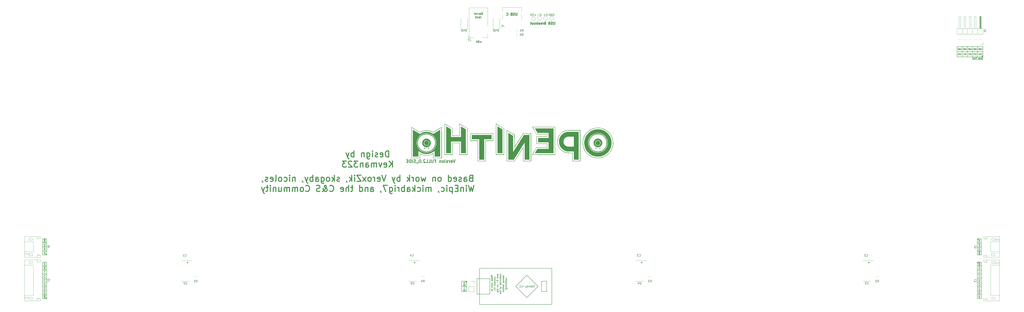
<source format=gbr>
G04 #@! TF.GenerationSoftware,KiCad,Pcbnew,(5.1.7)-1*
G04 #@! TF.CreationDate,2021-02-28T23:21:40-05:00*
G04 #@! TF.ProjectId,OpeNITHM-full,4f70654e-4954-4484-9d2d-66756c6c2e6b,rev?*
G04 #@! TF.SameCoordinates,Original*
G04 #@! TF.FileFunction,Legend,Bot*
G04 #@! TF.FilePolarity,Positive*
%FSLAX46Y46*%
G04 Gerber Fmt 4.6, Leading zero omitted, Abs format (unit mm)*
G04 Created by KiCad (PCBNEW (5.1.7)-1) date 2021-02-28 23:21:40*
%MOMM*%
%LPD*%
G01*
G04 APERTURE LIST*
%ADD10C,0.500000*%
%ADD11C,0.375000*%
%ADD12C,0.200000*%
%ADD13C,0.150000*%
%ADD14C,0.250000*%
%ADD15C,0.300000*%
%ADD16C,0.120000*%
%ADD17C,0.010000*%
G04 APERTURE END LIST*
D10*
X87357142Y-77222142D02*
X87357142Y-74222142D01*
X86642857Y-74222142D01*
X86214285Y-74365000D01*
X85928571Y-74650714D01*
X85785714Y-74936428D01*
X85642857Y-75507857D01*
X85642857Y-75936428D01*
X85785714Y-76507857D01*
X85928571Y-76793571D01*
X86214285Y-77079285D01*
X86642857Y-77222142D01*
X87357142Y-77222142D01*
X83214285Y-77079285D02*
X83500000Y-77222142D01*
X84071428Y-77222142D01*
X84357142Y-77079285D01*
X84500000Y-76793571D01*
X84500000Y-75650714D01*
X84357142Y-75365000D01*
X84071428Y-75222142D01*
X83500000Y-75222142D01*
X83214285Y-75365000D01*
X83071428Y-75650714D01*
X83071428Y-75936428D01*
X84500000Y-76222142D01*
X81928571Y-77079285D02*
X81642857Y-77222142D01*
X81071428Y-77222142D01*
X80785714Y-77079285D01*
X80642857Y-76793571D01*
X80642857Y-76650714D01*
X80785714Y-76365000D01*
X81071428Y-76222142D01*
X81500000Y-76222142D01*
X81785714Y-76079285D01*
X81928571Y-75793571D01*
X81928571Y-75650714D01*
X81785714Y-75365000D01*
X81500000Y-75222142D01*
X81071428Y-75222142D01*
X80785714Y-75365000D01*
X79357142Y-77222142D02*
X79357142Y-75222142D01*
X79357142Y-74222142D02*
X79500000Y-74365000D01*
X79357142Y-74507857D01*
X79214285Y-74365000D01*
X79357142Y-74222142D01*
X79357142Y-74507857D01*
X76642857Y-75222142D02*
X76642857Y-77650714D01*
X76785714Y-77936428D01*
X76928571Y-78079285D01*
X77214285Y-78222142D01*
X77642857Y-78222142D01*
X77928571Y-78079285D01*
X76642857Y-77079285D02*
X76928571Y-77222142D01*
X77500000Y-77222142D01*
X77785714Y-77079285D01*
X77928571Y-76936428D01*
X78071428Y-76650714D01*
X78071428Y-75793571D01*
X77928571Y-75507857D01*
X77785714Y-75365000D01*
X77500000Y-75222142D01*
X76928571Y-75222142D01*
X76642857Y-75365000D01*
X75214285Y-75222142D02*
X75214285Y-77222142D01*
X75214285Y-75507857D02*
X75071428Y-75365000D01*
X74785714Y-75222142D01*
X74357142Y-75222142D01*
X74071428Y-75365000D01*
X73928571Y-75650714D01*
X73928571Y-77222142D01*
X70214285Y-77222142D02*
X70214285Y-74222142D01*
X70214285Y-75365000D02*
X69928571Y-75222142D01*
X69357142Y-75222142D01*
X69071428Y-75365000D01*
X68928571Y-75507857D01*
X68785714Y-75793571D01*
X68785714Y-76650714D01*
X68928571Y-76936428D01*
X69071428Y-77079285D01*
X69357142Y-77222142D01*
X69928571Y-77222142D01*
X70214285Y-77079285D01*
X67785714Y-75222142D02*
X67071428Y-77222142D01*
X66357142Y-75222142D02*
X67071428Y-77222142D01*
X67357142Y-77936428D01*
X67500000Y-78079285D01*
X67785714Y-78222142D01*
X89214285Y-82222142D02*
X89214285Y-79222142D01*
X87500000Y-82222142D02*
X88785714Y-80507857D01*
X87500000Y-79222142D02*
X89214285Y-80936428D01*
X85071428Y-82079285D02*
X85357142Y-82222142D01*
X85928571Y-82222142D01*
X86214285Y-82079285D01*
X86357142Y-81793571D01*
X86357142Y-80650714D01*
X86214285Y-80365000D01*
X85928571Y-80222142D01*
X85357142Y-80222142D01*
X85071428Y-80365000D01*
X84928571Y-80650714D01*
X84928571Y-80936428D01*
X86357142Y-81222142D01*
X83928571Y-80222142D02*
X83214285Y-82222142D01*
X82500000Y-80222142D01*
X81357142Y-82222142D02*
X81357142Y-80222142D01*
X81357142Y-80507857D02*
X81214285Y-80365000D01*
X80928571Y-80222142D01*
X80500000Y-80222142D01*
X80214285Y-80365000D01*
X80071428Y-80650714D01*
X80071428Y-82222142D01*
X80071428Y-80650714D02*
X79928571Y-80365000D01*
X79642857Y-80222142D01*
X79214285Y-80222142D01*
X78928571Y-80365000D01*
X78785714Y-80650714D01*
X78785714Y-82222142D01*
X76071428Y-82222142D02*
X76071428Y-80650714D01*
X76214285Y-80365000D01*
X76500000Y-80222142D01*
X77071428Y-80222142D01*
X77357142Y-80365000D01*
X76071428Y-82079285D02*
X76357142Y-82222142D01*
X77071428Y-82222142D01*
X77357142Y-82079285D01*
X77500000Y-81793571D01*
X77500000Y-81507857D01*
X77357142Y-81222142D01*
X77071428Y-81079285D01*
X76357142Y-81079285D01*
X76071428Y-80936428D01*
X74642857Y-80222142D02*
X74642857Y-82222142D01*
X74642857Y-80507857D02*
X74500000Y-80365000D01*
X74214285Y-80222142D01*
X73785714Y-80222142D01*
X73500000Y-80365000D01*
X73357142Y-80650714D01*
X73357142Y-82222142D01*
X72214285Y-79222142D02*
X70357142Y-79222142D01*
X71357142Y-80365000D01*
X70928571Y-80365000D01*
X70642857Y-80507857D01*
X70500000Y-80650714D01*
X70357142Y-80936428D01*
X70357142Y-81650714D01*
X70500000Y-81936428D01*
X70642857Y-82079285D01*
X70928571Y-82222142D01*
X71785714Y-82222142D01*
X72071428Y-82079285D01*
X72214285Y-81936428D01*
X69214285Y-79507857D02*
X69071428Y-79365000D01*
X68785714Y-79222142D01*
X68071428Y-79222142D01*
X67785714Y-79365000D01*
X67642857Y-79507857D01*
X67500000Y-79793571D01*
X67500000Y-80079285D01*
X67642857Y-80507857D01*
X69357142Y-82222142D01*
X67500000Y-82222142D01*
X66500000Y-79222142D02*
X64642857Y-79222142D01*
X65642857Y-80365000D01*
X65214285Y-80365000D01*
X64928571Y-80507857D01*
X64785714Y-80650714D01*
X64642857Y-80936428D01*
X64642857Y-81650714D01*
X64785714Y-81936428D01*
X64928571Y-82079285D01*
X65214285Y-82222142D01*
X66071428Y-82222142D01*
X66357142Y-82079285D01*
X66500000Y-81936428D01*
X127714285Y-87650714D02*
X127285714Y-87793571D01*
X127142857Y-87936428D01*
X127000000Y-88222142D01*
X127000000Y-88650714D01*
X127142857Y-88936428D01*
X127285714Y-89079285D01*
X127571428Y-89222142D01*
X128714285Y-89222142D01*
X128714285Y-86222142D01*
X127714285Y-86222142D01*
X127428571Y-86365000D01*
X127285714Y-86507857D01*
X127142857Y-86793571D01*
X127142857Y-87079285D01*
X127285714Y-87365000D01*
X127428571Y-87507857D01*
X127714285Y-87650714D01*
X128714285Y-87650714D01*
X124428571Y-89222142D02*
X124428571Y-87650714D01*
X124571428Y-87365000D01*
X124857142Y-87222142D01*
X125428571Y-87222142D01*
X125714285Y-87365000D01*
X124428571Y-89079285D02*
X124714285Y-89222142D01*
X125428571Y-89222142D01*
X125714285Y-89079285D01*
X125857142Y-88793571D01*
X125857142Y-88507857D01*
X125714285Y-88222142D01*
X125428571Y-88079285D01*
X124714285Y-88079285D01*
X124428571Y-87936428D01*
X123142857Y-89079285D02*
X122857142Y-89222142D01*
X122285714Y-89222142D01*
X122000000Y-89079285D01*
X121857142Y-88793571D01*
X121857142Y-88650714D01*
X122000000Y-88365000D01*
X122285714Y-88222142D01*
X122714285Y-88222142D01*
X123000000Y-88079285D01*
X123142857Y-87793571D01*
X123142857Y-87650714D01*
X123000000Y-87365000D01*
X122714285Y-87222142D01*
X122285714Y-87222142D01*
X122000000Y-87365000D01*
X119428571Y-89079285D02*
X119714285Y-89222142D01*
X120285714Y-89222142D01*
X120571428Y-89079285D01*
X120714285Y-88793571D01*
X120714285Y-87650714D01*
X120571428Y-87365000D01*
X120285714Y-87222142D01*
X119714285Y-87222142D01*
X119428571Y-87365000D01*
X119285714Y-87650714D01*
X119285714Y-87936428D01*
X120714285Y-88222142D01*
X116714285Y-89222142D02*
X116714285Y-86222142D01*
X116714285Y-89079285D02*
X117000000Y-89222142D01*
X117571428Y-89222142D01*
X117857142Y-89079285D01*
X118000000Y-88936428D01*
X118142857Y-88650714D01*
X118142857Y-87793571D01*
X118000000Y-87507857D01*
X117857142Y-87365000D01*
X117571428Y-87222142D01*
X117000000Y-87222142D01*
X116714285Y-87365000D01*
X112571428Y-89222142D02*
X112857142Y-89079285D01*
X113000000Y-88936428D01*
X113142857Y-88650714D01*
X113142857Y-87793571D01*
X113000000Y-87507857D01*
X112857142Y-87365000D01*
X112571428Y-87222142D01*
X112142857Y-87222142D01*
X111857142Y-87365000D01*
X111714285Y-87507857D01*
X111571428Y-87793571D01*
X111571428Y-88650714D01*
X111714285Y-88936428D01*
X111857142Y-89079285D01*
X112142857Y-89222142D01*
X112571428Y-89222142D01*
X110285714Y-87222142D02*
X110285714Y-89222142D01*
X110285714Y-87507857D02*
X110142857Y-87365000D01*
X109857142Y-87222142D01*
X109428571Y-87222142D01*
X109142857Y-87365000D01*
X109000000Y-87650714D01*
X109000000Y-89222142D01*
X105571428Y-87222142D02*
X105000000Y-89222142D01*
X104428571Y-87793571D01*
X103857142Y-89222142D01*
X103285714Y-87222142D01*
X101714285Y-89222142D02*
X102000000Y-89079285D01*
X102142857Y-88936428D01*
X102285714Y-88650714D01*
X102285714Y-87793571D01*
X102142857Y-87507857D01*
X102000000Y-87365000D01*
X101714285Y-87222142D01*
X101285714Y-87222142D01*
X101000000Y-87365000D01*
X100857142Y-87507857D01*
X100714285Y-87793571D01*
X100714285Y-88650714D01*
X100857142Y-88936428D01*
X101000000Y-89079285D01*
X101285714Y-89222142D01*
X101714285Y-89222142D01*
X99428571Y-89222142D02*
X99428571Y-87222142D01*
X99428571Y-87793571D02*
X99285714Y-87507857D01*
X99142857Y-87365000D01*
X98857142Y-87222142D01*
X98571428Y-87222142D01*
X97571428Y-89222142D02*
X97571428Y-86222142D01*
X97285714Y-88079285D02*
X96428571Y-89222142D01*
X96428571Y-87222142D02*
X97571428Y-88365000D01*
X92857142Y-89222142D02*
X92857142Y-86222142D01*
X92857142Y-87365000D02*
X92571428Y-87222142D01*
X92000000Y-87222142D01*
X91714285Y-87365000D01*
X91571428Y-87507857D01*
X91428571Y-87793571D01*
X91428571Y-88650714D01*
X91571428Y-88936428D01*
X91714285Y-89079285D01*
X92000000Y-89222142D01*
X92571428Y-89222142D01*
X92857142Y-89079285D01*
X90428571Y-87222142D02*
X89714285Y-89222142D01*
X89000000Y-87222142D02*
X89714285Y-89222142D01*
X90000000Y-89936428D01*
X90142857Y-90079285D01*
X90428571Y-90222142D01*
X86000000Y-86222142D02*
X85000000Y-89222142D01*
X84000000Y-86222142D01*
X81857142Y-89079285D02*
X82142857Y-89222142D01*
X82714285Y-89222142D01*
X83000000Y-89079285D01*
X83142857Y-88793571D01*
X83142857Y-87650714D01*
X83000000Y-87365000D01*
X82714285Y-87222142D01*
X82142857Y-87222142D01*
X81857142Y-87365000D01*
X81714285Y-87650714D01*
X81714285Y-87936428D01*
X83142857Y-88222142D01*
X80428571Y-89222142D02*
X80428571Y-87222142D01*
X80428571Y-87793571D02*
X80285714Y-87507857D01*
X80142857Y-87365000D01*
X79857142Y-87222142D01*
X79571428Y-87222142D01*
X78142857Y-89222142D02*
X78428571Y-89079285D01*
X78571428Y-88936428D01*
X78714285Y-88650714D01*
X78714285Y-87793571D01*
X78571428Y-87507857D01*
X78428571Y-87365000D01*
X78142857Y-87222142D01*
X77714285Y-87222142D01*
X77428571Y-87365000D01*
X77285714Y-87507857D01*
X77142857Y-87793571D01*
X77142857Y-88650714D01*
X77285714Y-88936428D01*
X77428571Y-89079285D01*
X77714285Y-89222142D01*
X78142857Y-89222142D01*
X76142857Y-89222142D02*
X74571428Y-87222142D01*
X76142857Y-87222142D02*
X74571428Y-89222142D01*
X73714285Y-86222142D02*
X71714285Y-86222142D01*
X73714285Y-89222142D01*
X71714285Y-89222142D01*
X70571428Y-89222142D02*
X70571428Y-87222142D01*
X70571428Y-86222142D02*
X70714285Y-86365000D01*
X70571428Y-86507857D01*
X70428571Y-86365000D01*
X70571428Y-86222142D01*
X70571428Y-86507857D01*
X69142857Y-89222142D02*
X69142857Y-86222142D01*
X68857142Y-88079285D02*
X68000000Y-89222142D01*
X68000000Y-87222142D02*
X69142857Y-88365000D01*
X66571428Y-89079285D02*
X66571428Y-89222142D01*
X66714285Y-89507857D01*
X66857142Y-89650714D01*
X63142857Y-89079285D02*
X62857142Y-89222142D01*
X62285714Y-89222142D01*
X62000000Y-89079285D01*
X61857142Y-88793571D01*
X61857142Y-88650714D01*
X62000000Y-88365000D01*
X62285714Y-88222142D01*
X62714285Y-88222142D01*
X63000000Y-88079285D01*
X63142857Y-87793571D01*
X63142857Y-87650714D01*
X63000000Y-87365000D01*
X62714285Y-87222142D01*
X62285714Y-87222142D01*
X62000000Y-87365000D01*
X60571428Y-89222142D02*
X60571428Y-86222142D01*
X60285714Y-88079285D02*
X59428571Y-89222142D01*
X59428571Y-87222142D02*
X60571428Y-88365000D01*
X57714285Y-89222142D02*
X58000000Y-89079285D01*
X58142857Y-88936428D01*
X58285714Y-88650714D01*
X58285714Y-87793571D01*
X58142857Y-87507857D01*
X58000000Y-87365000D01*
X57714285Y-87222142D01*
X57285714Y-87222142D01*
X57000000Y-87365000D01*
X56857142Y-87507857D01*
X56714285Y-87793571D01*
X56714285Y-88650714D01*
X56857142Y-88936428D01*
X57000000Y-89079285D01*
X57285714Y-89222142D01*
X57714285Y-89222142D01*
X54142857Y-87222142D02*
X54142857Y-89650714D01*
X54285714Y-89936428D01*
X54428571Y-90079285D01*
X54714285Y-90222142D01*
X55142857Y-90222142D01*
X55428571Y-90079285D01*
X54142857Y-89079285D02*
X54428571Y-89222142D01*
X55000000Y-89222142D01*
X55285714Y-89079285D01*
X55428571Y-88936428D01*
X55571428Y-88650714D01*
X55571428Y-87793571D01*
X55428571Y-87507857D01*
X55285714Y-87365000D01*
X55000000Y-87222142D01*
X54428571Y-87222142D01*
X54142857Y-87365000D01*
X51428571Y-89222142D02*
X51428571Y-87650714D01*
X51571428Y-87365000D01*
X51857142Y-87222142D01*
X52428571Y-87222142D01*
X52714285Y-87365000D01*
X51428571Y-89079285D02*
X51714285Y-89222142D01*
X52428571Y-89222142D01*
X52714285Y-89079285D01*
X52857142Y-88793571D01*
X52857142Y-88507857D01*
X52714285Y-88222142D01*
X52428571Y-88079285D01*
X51714285Y-88079285D01*
X51428571Y-87936428D01*
X50000000Y-89222142D02*
X50000000Y-86222142D01*
X50000000Y-87365000D02*
X49714285Y-87222142D01*
X49142857Y-87222142D01*
X48857142Y-87365000D01*
X48714285Y-87507857D01*
X48571428Y-87793571D01*
X48571428Y-88650714D01*
X48714285Y-88936428D01*
X48857142Y-89079285D01*
X49142857Y-89222142D01*
X49714285Y-89222142D01*
X50000000Y-89079285D01*
X47571428Y-87222142D02*
X46857142Y-89222142D01*
X46142857Y-87222142D02*
X46857142Y-89222142D01*
X47142857Y-89936428D01*
X47285714Y-90079285D01*
X47571428Y-90222142D01*
X44857142Y-89079285D02*
X44857142Y-89222142D01*
X45000000Y-89507857D01*
X45142857Y-89650714D01*
X41285714Y-87222142D02*
X41285714Y-89222142D01*
X41285714Y-87507857D02*
X41142857Y-87365000D01*
X40857142Y-87222142D01*
X40428571Y-87222142D01*
X40142857Y-87365000D01*
X40000000Y-87650714D01*
X40000000Y-89222142D01*
X38571428Y-89222142D02*
X38571428Y-87222142D01*
X38571428Y-86222142D02*
X38714285Y-86365000D01*
X38571428Y-86507857D01*
X38428571Y-86365000D01*
X38571428Y-86222142D01*
X38571428Y-86507857D01*
X35857142Y-89079285D02*
X36142857Y-89222142D01*
X36714285Y-89222142D01*
X37000000Y-89079285D01*
X37142857Y-88936428D01*
X37285714Y-88650714D01*
X37285714Y-87793571D01*
X37142857Y-87507857D01*
X37000000Y-87365000D01*
X36714285Y-87222142D01*
X36142857Y-87222142D01*
X35857142Y-87365000D01*
X34142857Y-89222142D02*
X34428571Y-89079285D01*
X34571428Y-88936428D01*
X34714285Y-88650714D01*
X34714285Y-87793571D01*
X34571428Y-87507857D01*
X34428571Y-87365000D01*
X34142857Y-87222142D01*
X33714285Y-87222142D01*
X33428571Y-87365000D01*
X33285714Y-87507857D01*
X33142857Y-87793571D01*
X33142857Y-88650714D01*
X33285714Y-88936428D01*
X33428571Y-89079285D01*
X33714285Y-89222142D01*
X34142857Y-89222142D01*
X31428571Y-89222142D02*
X31714285Y-89079285D01*
X31857142Y-88793571D01*
X31857142Y-86222142D01*
X29142857Y-89079285D02*
X29428571Y-89222142D01*
X30000000Y-89222142D01*
X30285714Y-89079285D01*
X30428571Y-88793571D01*
X30428571Y-87650714D01*
X30285714Y-87365000D01*
X30000000Y-87222142D01*
X29428571Y-87222142D01*
X29142857Y-87365000D01*
X29000000Y-87650714D01*
X29000000Y-87936428D01*
X30428571Y-88222142D01*
X27857142Y-89079285D02*
X27571428Y-89222142D01*
X27000000Y-89222142D01*
X26714285Y-89079285D01*
X26571428Y-88793571D01*
X26571428Y-88650714D01*
X26714285Y-88365000D01*
X27000000Y-88222142D01*
X27428571Y-88222142D01*
X27714285Y-88079285D01*
X27857142Y-87793571D01*
X27857142Y-87650714D01*
X27714285Y-87365000D01*
X27428571Y-87222142D01*
X27000000Y-87222142D01*
X26714285Y-87365000D01*
X25142857Y-89079285D02*
X25142857Y-89222142D01*
X25285714Y-89507857D01*
X25428571Y-89650714D01*
X129214285Y-91222142D02*
X128500000Y-94222142D01*
X127928571Y-92079285D01*
X127357142Y-94222142D01*
X126642857Y-91222142D01*
X125500000Y-94222142D02*
X125500000Y-92222142D01*
X125500000Y-91222142D02*
X125642857Y-91365000D01*
X125500000Y-91507857D01*
X125357142Y-91365000D01*
X125500000Y-91222142D01*
X125500000Y-91507857D01*
X124071428Y-92222142D02*
X124071428Y-94222142D01*
X124071428Y-92507857D02*
X123928571Y-92365000D01*
X123642857Y-92222142D01*
X123214285Y-92222142D01*
X122928571Y-92365000D01*
X122785714Y-92650714D01*
X122785714Y-94222142D01*
X121357142Y-92650714D02*
X120357142Y-92650714D01*
X119928571Y-94222142D02*
X121357142Y-94222142D01*
X121357142Y-91222142D01*
X119928571Y-91222142D01*
X118642857Y-92222142D02*
X118642857Y-95222142D01*
X118642857Y-92365000D02*
X118357142Y-92222142D01*
X117785714Y-92222142D01*
X117500000Y-92365000D01*
X117357142Y-92507857D01*
X117214285Y-92793571D01*
X117214285Y-93650714D01*
X117357142Y-93936428D01*
X117500000Y-94079285D01*
X117785714Y-94222142D01*
X118357142Y-94222142D01*
X118642857Y-94079285D01*
X115928571Y-94222142D02*
X115928571Y-92222142D01*
X115928571Y-91222142D02*
X116071428Y-91365000D01*
X115928571Y-91507857D01*
X115785714Y-91365000D01*
X115928571Y-91222142D01*
X115928571Y-91507857D01*
X113214285Y-94079285D02*
X113499999Y-94222142D01*
X114071428Y-94222142D01*
X114357142Y-94079285D01*
X114499999Y-93936428D01*
X114642857Y-93650714D01*
X114642857Y-92793571D01*
X114499999Y-92507857D01*
X114357142Y-92365000D01*
X114071428Y-92222142D01*
X113499999Y-92222142D01*
X113214285Y-92365000D01*
X111785714Y-94079285D02*
X111785714Y-94222142D01*
X111928571Y-94507857D01*
X112071428Y-94650714D01*
X108214285Y-94222142D02*
X108214285Y-92222142D01*
X108214285Y-92507857D02*
X108071428Y-92365000D01*
X107785714Y-92222142D01*
X107357142Y-92222142D01*
X107071428Y-92365000D01*
X106928571Y-92650714D01*
X106928571Y-94222142D01*
X106928571Y-92650714D02*
X106785714Y-92365000D01*
X106499999Y-92222142D01*
X106071428Y-92222142D01*
X105785714Y-92365000D01*
X105642857Y-92650714D01*
X105642857Y-94222142D01*
X104214285Y-94222142D02*
X104214285Y-92222142D01*
X104214285Y-91222142D02*
X104357142Y-91365000D01*
X104214285Y-91507857D01*
X104071428Y-91365000D01*
X104214285Y-91222142D01*
X104214285Y-91507857D01*
X101499999Y-94079285D02*
X101785714Y-94222142D01*
X102357142Y-94222142D01*
X102642857Y-94079285D01*
X102785714Y-93936428D01*
X102928571Y-93650714D01*
X102928571Y-92793571D01*
X102785714Y-92507857D01*
X102642857Y-92365000D01*
X102357142Y-92222142D01*
X101785714Y-92222142D01*
X101499999Y-92365000D01*
X100214285Y-94222142D02*
X100214285Y-91222142D01*
X99928571Y-93079285D02*
X99071428Y-94222142D01*
X99071428Y-92222142D02*
X100214285Y-93365000D01*
X96499999Y-94222142D02*
X96499999Y-92650714D01*
X96642857Y-92365000D01*
X96928571Y-92222142D01*
X97499999Y-92222142D01*
X97785714Y-92365000D01*
X96499999Y-94079285D02*
X96785714Y-94222142D01*
X97499999Y-94222142D01*
X97785714Y-94079285D01*
X97928571Y-93793571D01*
X97928571Y-93507857D01*
X97785714Y-93222142D01*
X97499999Y-93079285D01*
X96785714Y-93079285D01*
X96499999Y-92936428D01*
X95071428Y-94222142D02*
X95071428Y-91222142D01*
X95071428Y-92365000D02*
X94785714Y-92222142D01*
X94214285Y-92222142D01*
X93928571Y-92365000D01*
X93785714Y-92507857D01*
X93642857Y-92793571D01*
X93642857Y-93650714D01*
X93785714Y-93936428D01*
X93928571Y-94079285D01*
X94214285Y-94222142D01*
X94785714Y-94222142D01*
X95071428Y-94079285D01*
X92357142Y-94222142D02*
X92357142Y-92222142D01*
X92357142Y-92793571D02*
X92214285Y-92507857D01*
X92071428Y-92365000D01*
X91785714Y-92222142D01*
X91499999Y-92222142D01*
X90499999Y-94222142D02*
X90499999Y-92222142D01*
X90499999Y-91222142D02*
X90642857Y-91365000D01*
X90499999Y-91507857D01*
X90357142Y-91365000D01*
X90499999Y-91222142D01*
X90499999Y-91507857D01*
X87785714Y-92222142D02*
X87785714Y-94650714D01*
X87928571Y-94936428D01*
X88071428Y-95079285D01*
X88357142Y-95222142D01*
X88785714Y-95222142D01*
X89071428Y-95079285D01*
X87785714Y-94079285D02*
X88071428Y-94222142D01*
X88642857Y-94222142D01*
X88928571Y-94079285D01*
X89071428Y-93936428D01*
X89214285Y-93650714D01*
X89214285Y-92793571D01*
X89071428Y-92507857D01*
X88928571Y-92365000D01*
X88642857Y-92222142D01*
X88071428Y-92222142D01*
X87785714Y-92365000D01*
X86642857Y-91222142D02*
X84642857Y-91222142D01*
X85928571Y-94222142D01*
X83357142Y-94079285D02*
X83357142Y-94222142D01*
X83499999Y-94507857D01*
X83642857Y-94650714D01*
X78499999Y-94222142D02*
X78499999Y-92650714D01*
X78642857Y-92365000D01*
X78928571Y-92222142D01*
X79499999Y-92222142D01*
X79785714Y-92365000D01*
X78499999Y-94079285D02*
X78785714Y-94222142D01*
X79499999Y-94222142D01*
X79785714Y-94079285D01*
X79928571Y-93793571D01*
X79928571Y-93507857D01*
X79785714Y-93222142D01*
X79499999Y-93079285D01*
X78785714Y-93079285D01*
X78499999Y-92936428D01*
X77071428Y-92222142D02*
X77071428Y-94222142D01*
X77071428Y-92507857D02*
X76928571Y-92365000D01*
X76642857Y-92222142D01*
X76214285Y-92222142D01*
X75928571Y-92365000D01*
X75785714Y-92650714D01*
X75785714Y-94222142D01*
X73071428Y-94222142D02*
X73071428Y-91222142D01*
X73071428Y-94079285D02*
X73357142Y-94222142D01*
X73928571Y-94222142D01*
X74214285Y-94079285D01*
X74357142Y-93936428D01*
X74499999Y-93650714D01*
X74499999Y-92793571D01*
X74357142Y-92507857D01*
X74214285Y-92365000D01*
X73928571Y-92222142D01*
X73357142Y-92222142D01*
X73071428Y-92365000D01*
X69785714Y-92222142D02*
X68642857Y-92222142D01*
X69357142Y-91222142D02*
X69357142Y-93793571D01*
X69214285Y-94079285D01*
X68928571Y-94222142D01*
X68642857Y-94222142D01*
X67642857Y-94222142D02*
X67642857Y-91222142D01*
X66357142Y-94222142D02*
X66357142Y-92650714D01*
X66499999Y-92365000D01*
X66785714Y-92222142D01*
X67214285Y-92222142D01*
X67499999Y-92365000D01*
X67642857Y-92507857D01*
X63785714Y-94079285D02*
X64071428Y-94222142D01*
X64642857Y-94222142D01*
X64928571Y-94079285D01*
X65071428Y-93793571D01*
X65071428Y-92650714D01*
X64928571Y-92365000D01*
X64642857Y-92222142D01*
X64071428Y-92222142D01*
X63785714Y-92365000D01*
X63642857Y-92650714D01*
X63642857Y-92936428D01*
X65071428Y-93222142D01*
X58357142Y-93936428D02*
X58499999Y-94079285D01*
X58928571Y-94222142D01*
X59214285Y-94222142D01*
X59642857Y-94079285D01*
X59928571Y-93793571D01*
X60071428Y-93507857D01*
X60214285Y-92936428D01*
X60214285Y-92507857D01*
X60071428Y-91936428D01*
X59928571Y-91650714D01*
X59642857Y-91365000D01*
X59214285Y-91222142D01*
X58928571Y-91222142D01*
X58499999Y-91365000D01*
X58357142Y-91507857D01*
X54642857Y-94222142D02*
X54785714Y-94222142D01*
X55071428Y-94079285D01*
X55499999Y-93650714D01*
X56214285Y-92793571D01*
X56499999Y-92365000D01*
X56642857Y-91936428D01*
X56642857Y-91650714D01*
X56499999Y-91365000D01*
X56214285Y-91222142D01*
X56071428Y-91222142D01*
X55785714Y-91365000D01*
X55642857Y-91650714D01*
X55642857Y-91793571D01*
X55785714Y-92079285D01*
X55928571Y-92222142D01*
X56785714Y-92793571D01*
X56928571Y-92936428D01*
X57071428Y-93222142D01*
X57071428Y-93650714D01*
X56928571Y-93936428D01*
X56785714Y-94079285D01*
X56499999Y-94222142D01*
X56071428Y-94222142D01*
X55785714Y-94079285D01*
X55642857Y-93936428D01*
X55214285Y-93365000D01*
X55071428Y-92936428D01*
X55071428Y-92650714D01*
X53499999Y-94079285D02*
X53071428Y-94222142D01*
X52357142Y-94222142D01*
X52071428Y-94079285D01*
X51928571Y-93936428D01*
X51785714Y-93650714D01*
X51785714Y-93365000D01*
X51928571Y-93079285D01*
X52071428Y-92936428D01*
X52357142Y-92793571D01*
X52928571Y-92650714D01*
X53214285Y-92507857D01*
X53357142Y-92365000D01*
X53499999Y-92079285D01*
X53499999Y-91793571D01*
X53357142Y-91507857D01*
X53214285Y-91365000D01*
X52928571Y-91222142D01*
X52214285Y-91222142D01*
X51785714Y-91365000D01*
X46499999Y-93936428D02*
X46642857Y-94079285D01*
X47071428Y-94222142D01*
X47357142Y-94222142D01*
X47785714Y-94079285D01*
X48071428Y-93793571D01*
X48214285Y-93507857D01*
X48357142Y-92936428D01*
X48357142Y-92507857D01*
X48214285Y-91936428D01*
X48071428Y-91650714D01*
X47785714Y-91365000D01*
X47357142Y-91222142D01*
X47071428Y-91222142D01*
X46642857Y-91365000D01*
X46499999Y-91507857D01*
X44785714Y-94222142D02*
X45071428Y-94079285D01*
X45214285Y-93936428D01*
X45357142Y-93650714D01*
X45357142Y-92793571D01*
X45214285Y-92507857D01*
X45071428Y-92365000D01*
X44785714Y-92222142D01*
X44357142Y-92222142D01*
X44071428Y-92365000D01*
X43928571Y-92507857D01*
X43785714Y-92793571D01*
X43785714Y-93650714D01*
X43928571Y-93936428D01*
X44071428Y-94079285D01*
X44357142Y-94222142D01*
X44785714Y-94222142D01*
X42499999Y-94222142D02*
X42499999Y-92222142D01*
X42499999Y-92507857D02*
X42357142Y-92365000D01*
X42071428Y-92222142D01*
X41642857Y-92222142D01*
X41357142Y-92365000D01*
X41214285Y-92650714D01*
X41214285Y-94222142D01*
X41214285Y-92650714D02*
X41071428Y-92365000D01*
X40785714Y-92222142D01*
X40357142Y-92222142D01*
X40071428Y-92365000D01*
X39928571Y-92650714D01*
X39928571Y-94222142D01*
X38499999Y-94222142D02*
X38499999Y-92222142D01*
X38499999Y-92507857D02*
X38357142Y-92365000D01*
X38071428Y-92222142D01*
X37642857Y-92222142D01*
X37357142Y-92365000D01*
X37214285Y-92650714D01*
X37214285Y-94222142D01*
X37214285Y-92650714D02*
X37071428Y-92365000D01*
X36785714Y-92222142D01*
X36357142Y-92222142D01*
X36071428Y-92365000D01*
X35928571Y-92650714D01*
X35928571Y-94222142D01*
X33214285Y-92222142D02*
X33214285Y-94222142D01*
X34499999Y-92222142D02*
X34499999Y-93793571D01*
X34357142Y-94079285D01*
X34071428Y-94222142D01*
X33642857Y-94222142D01*
X33357142Y-94079285D01*
X33214285Y-93936428D01*
X31785714Y-92222142D02*
X31785714Y-94222142D01*
X31785714Y-92507857D02*
X31642857Y-92365000D01*
X31357142Y-92222142D01*
X30928571Y-92222142D01*
X30642857Y-92365000D01*
X30499999Y-92650714D01*
X30499999Y-94222142D01*
X29071428Y-94222142D02*
X29071428Y-92222142D01*
X29071428Y-91222142D02*
X29214285Y-91365000D01*
X29071428Y-91507857D01*
X28928571Y-91365000D01*
X29071428Y-91222142D01*
X29071428Y-91507857D01*
X28071428Y-92222142D02*
X26928571Y-92222142D01*
X27642857Y-91222142D02*
X27642857Y-93793571D01*
X27499999Y-94079285D01*
X27214285Y-94222142D01*
X26928571Y-94222142D01*
X26214285Y-92222142D02*
X25499999Y-94222142D01*
X24785714Y-92222142D02*
X25499999Y-94222142D01*
X25785714Y-94936428D01*
X25928571Y-95079285D01*
X26214285Y-95222142D01*
D11*
X120000000Y-78543571D02*
X119500000Y-80043571D01*
X119000000Y-78543571D01*
X117928571Y-79972142D02*
X118071428Y-80043571D01*
X118357142Y-80043571D01*
X118500000Y-79972142D01*
X118571428Y-79829285D01*
X118571428Y-79257857D01*
X118500000Y-79115000D01*
X118357142Y-79043571D01*
X118071428Y-79043571D01*
X117928571Y-79115000D01*
X117857142Y-79257857D01*
X117857142Y-79400714D01*
X118571428Y-79543571D01*
X117214285Y-80043571D02*
X117214285Y-79043571D01*
X117214285Y-79329285D02*
X117142857Y-79186428D01*
X117071428Y-79115000D01*
X116928571Y-79043571D01*
X116785714Y-79043571D01*
X116357142Y-79972142D02*
X116214285Y-80043571D01*
X115928571Y-80043571D01*
X115785714Y-79972142D01*
X115714285Y-79829285D01*
X115714285Y-79757857D01*
X115785714Y-79615000D01*
X115928571Y-79543571D01*
X116142857Y-79543571D01*
X116285714Y-79472142D01*
X116357142Y-79329285D01*
X116357142Y-79257857D01*
X116285714Y-79115000D01*
X116142857Y-79043571D01*
X115928571Y-79043571D01*
X115785714Y-79115000D01*
X115071428Y-80043571D02*
X115071428Y-79043571D01*
X115071428Y-78543571D02*
X115142857Y-78615000D01*
X115071428Y-78686428D01*
X115000000Y-78615000D01*
X115071428Y-78543571D01*
X115071428Y-78686428D01*
X114142857Y-80043571D02*
X114285714Y-79972142D01*
X114357142Y-79900714D01*
X114428571Y-79757857D01*
X114428571Y-79329285D01*
X114357142Y-79186428D01*
X114285714Y-79115000D01*
X114142857Y-79043571D01*
X113928571Y-79043571D01*
X113785714Y-79115000D01*
X113714285Y-79186428D01*
X113642857Y-79329285D01*
X113642857Y-79757857D01*
X113714285Y-79900714D01*
X113785714Y-79972142D01*
X113928571Y-80043571D01*
X114142857Y-80043571D01*
X113000000Y-79043571D02*
X113000000Y-80043571D01*
X113000000Y-79186428D02*
X112928571Y-79115000D01*
X112785714Y-79043571D01*
X112571428Y-79043571D01*
X112428571Y-79115000D01*
X112357142Y-79257857D01*
X112357142Y-80043571D01*
X110000000Y-79257857D02*
X110500000Y-79257857D01*
X110500000Y-80043571D02*
X110500000Y-78543571D01*
X109785714Y-78543571D01*
X109214285Y-78543571D02*
X109214285Y-79757857D01*
X109142857Y-79900714D01*
X109071428Y-79972142D01*
X108928571Y-80043571D01*
X108642857Y-80043571D01*
X108500000Y-79972142D01*
X108428571Y-79900714D01*
X108357142Y-79757857D01*
X108357142Y-78543571D01*
X106928571Y-80043571D02*
X107642857Y-80043571D01*
X107642857Y-78543571D01*
X105714285Y-80043571D02*
X106428571Y-80043571D01*
X106428571Y-78543571D01*
X105285714Y-78686428D02*
X105214285Y-78615000D01*
X105071428Y-78543571D01*
X104714285Y-78543571D01*
X104571428Y-78615000D01*
X104500000Y-78686428D01*
X104428571Y-78829285D01*
X104428571Y-78972142D01*
X104500000Y-79186428D01*
X105357142Y-80043571D01*
X104428571Y-80043571D01*
X103785714Y-79900714D02*
X103714285Y-79972142D01*
X103785714Y-80043571D01*
X103857142Y-79972142D01*
X103785714Y-79900714D01*
X103785714Y-80043571D01*
X102785714Y-78543571D02*
X102642857Y-78543571D01*
X102500000Y-78615000D01*
X102428571Y-78686428D01*
X102357142Y-78829285D01*
X102285714Y-79115000D01*
X102285714Y-79472142D01*
X102357142Y-79757857D01*
X102428571Y-79900714D01*
X102500000Y-79972142D01*
X102642857Y-80043571D01*
X102785714Y-80043571D01*
X102928571Y-79972142D01*
X103000000Y-79900714D01*
X103071428Y-79757857D01*
X103142857Y-79472142D01*
X103142857Y-79115000D01*
X103071428Y-78829285D01*
X103000000Y-78686428D01*
X102928571Y-78615000D01*
X102785714Y-78543571D01*
X102000000Y-80186428D02*
X100857142Y-80186428D01*
X100571428Y-79972142D02*
X100357142Y-80043571D01*
X100000000Y-80043571D01*
X99857142Y-79972142D01*
X99785714Y-79900714D01*
X99714285Y-79757857D01*
X99714285Y-79615000D01*
X99785714Y-79472142D01*
X99857142Y-79400714D01*
X100000000Y-79329285D01*
X100285714Y-79257857D01*
X100428571Y-79186428D01*
X100500000Y-79115000D01*
X100571428Y-78972142D01*
X100571428Y-78829285D01*
X100500000Y-78686428D01*
X100428571Y-78615000D01*
X100285714Y-78543571D01*
X99928571Y-78543571D01*
X99714285Y-78615000D01*
X99071428Y-80043571D02*
X99071428Y-78543571D01*
X98357142Y-80043571D02*
X98357142Y-78543571D01*
X98000000Y-78543571D01*
X97785714Y-78615000D01*
X97642857Y-78757857D01*
X97571428Y-78900714D01*
X97500000Y-79186428D01*
X97500000Y-79400714D01*
X97571428Y-79686428D01*
X97642857Y-79829285D01*
X97785714Y-79972142D01*
X98000000Y-80043571D01*
X98357142Y-80043571D01*
X96857142Y-79257857D02*
X96357142Y-79257857D01*
X96142857Y-80043571D02*
X96857142Y-80043571D01*
X96857142Y-78543571D01*
X96142857Y-78543571D01*
D12*
X379730000Y-27178000D02*
X379222000Y-27940000D01*
X379730000Y-27432000D02*
X379476000Y-27940000D01*
X378968000Y-27940000D02*
X379730000Y-27178000D01*
X379222000Y-27940000D02*
X379730000Y-27432000D01*
X138466904Y-135623809D02*
X137666904Y-135623809D01*
X138238333Y-135890476D01*
X137666904Y-136157142D01*
X138466904Y-136157142D01*
X138466904Y-136880952D02*
X138047857Y-136880952D01*
X137971666Y-136842857D01*
X137933571Y-136766666D01*
X137933571Y-136614285D01*
X137971666Y-136538095D01*
X138428809Y-136880952D02*
X138466904Y-136804761D01*
X138466904Y-136614285D01*
X138428809Y-136538095D01*
X138352619Y-136500000D01*
X138276428Y-136500000D01*
X138200238Y-136538095D01*
X138162142Y-136614285D01*
X138162142Y-136804761D01*
X138124047Y-136880952D01*
X138466904Y-137261904D02*
X137666904Y-137261904D01*
X138162142Y-137338095D02*
X138466904Y-137566666D01*
X137933571Y-137566666D02*
X138238333Y-137261904D01*
X138428809Y-138214285D02*
X138466904Y-138138095D01*
X138466904Y-137985714D01*
X138428809Y-137909523D01*
X138352619Y-137871428D01*
X138047857Y-137871428D01*
X137971666Y-137909523D01*
X137933571Y-137985714D01*
X137933571Y-138138095D01*
X137971666Y-138214285D01*
X138047857Y-138252380D01*
X138124047Y-138252380D01*
X138200238Y-137871428D01*
X138428809Y-139166666D02*
X138466904Y-139242857D01*
X138466904Y-139395238D01*
X138428809Y-139471428D01*
X138352619Y-139509523D01*
X138314523Y-139509523D01*
X138238333Y-139471428D01*
X138200238Y-139395238D01*
X138200238Y-139280952D01*
X138162142Y-139204761D01*
X138085952Y-139166666D01*
X138047857Y-139166666D01*
X137971666Y-139204761D01*
X137933571Y-139280952D01*
X137933571Y-139395238D01*
X137971666Y-139471428D01*
X137933571Y-140195238D02*
X138466904Y-140195238D01*
X137933571Y-139852380D02*
X138352619Y-139852380D01*
X138428809Y-139890476D01*
X138466904Y-139966666D01*
X138466904Y-140080952D01*
X138428809Y-140157142D01*
X138390714Y-140195238D01*
X138466904Y-140576190D02*
X137933571Y-140576190D01*
X138085952Y-140576190D02*
X138009761Y-140614285D01*
X137971666Y-140652380D01*
X137933571Y-140728571D01*
X137933571Y-140804761D01*
X138428809Y-141376190D02*
X138466904Y-141300000D01*
X138466904Y-141147619D01*
X138428809Y-141071428D01*
X138352619Y-141033333D01*
X138047857Y-141033333D01*
X137971666Y-141071428D01*
X137933571Y-141147619D01*
X137933571Y-141300000D01*
X137971666Y-141376190D01*
X138047857Y-141414285D01*
X138124047Y-141414285D01*
X138200238Y-141033333D01*
X137933571Y-142252380D02*
X137933571Y-142557142D01*
X137666904Y-142366666D02*
X138352619Y-142366666D01*
X138428809Y-142404761D01*
X138466904Y-142480952D01*
X138466904Y-142557142D01*
X138466904Y-142938095D02*
X138428809Y-142861904D01*
X138390714Y-142823809D01*
X138314523Y-142785714D01*
X138085952Y-142785714D01*
X138009761Y-142823809D01*
X137971666Y-142861904D01*
X137933571Y-142938095D01*
X137933571Y-143052380D01*
X137971666Y-143128571D01*
X138009761Y-143166666D01*
X138085952Y-143204761D01*
X138314523Y-143204761D01*
X138390714Y-143166666D01*
X138428809Y-143128571D01*
X138466904Y-143052380D01*
X138466904Y-142938095D01*
X139828809Y-136690476D02*
X139866904Y-136614285D01*
X139866904Y-136461904D01*
X139828809Y-136385714D01*
X139790714Y-136347619D01*
X139714523Y-136309523D01*
X139485952Y-136309523D01*
X139409761Y-136347619D01*
X139371666Y-136385714D01*
X139333571Y-136461904D01*
X139333571Y-136614285D01*
X139371666Y-136690476D01*
X139866904Y-137147619D02*
X139828809Y-137071428D01*
X139790714Y-137033333D01*
X139714523Y-136995238D01*
X139485952Y-136995238D01*
X139409761Y-137033333D01*
X139371666Y-137071428D01*
X139333571Y-137147619D01*
X139333571Y-137261904D01*
X139371666Y-137338095D01*
X139409761Y-137376190D01*
X139485952Y-137414285D01*
X139714523Y-137414285D01*
X139790714Y-137376190D01*
X139828809Y-137338095D01*
X139866904Y-137261904D01*
X139866904Y-137147619D01*
X139333571Y-137757142D02*
X139866904Y-137757142D01*
X139409761Y-137757142D02*
X139371666Y-137795238D01*
X139333571Y-137871428D01*
X139333571Y-137985714D01*
X139371666Y-138061904D01*
X139447857Y-138100000D01*
X139866904Y-138100000D01*
X139333571Y-138480952D02*
X139866904Y-138480952D01*
X139409761Y-138480952D02*
X139371666Y-138519047D01*
X139333571Y-138595238D01*
X139333571Y-138709523D01*
X139371666Y-138785714D01*
X139447857Y-138823809D01*
X139866904Y-138823809D01*
X139828809Y-139509523D02*
X139866904Y-139433333D01*
X139866904Y-139280952D01*
X139828809Y-139204761D01*
X139752619Y-139166666D01*
X139447857Y-139166666D01*
X139371666Y-139204761D01*
X139333571Y-139280952D01*
X139333571Y-139433333D01*
X139371666Y-139509523D01*
X139447857Y-139547619D01*
X139524047Y-139547619D01*
X139600238Y-139166666D01*
X139828809Y-140233333D02*
X139866904Y-140157142D01*
X139866904Y-140004761D01*
X139828809Y-139928571D01*
X139790714Y-139890476D01*
X139714523Y-139852380D01*
X139485952Y-139852380D01*
X139409761Y-139890476D01*
X139371666Y-139928571D01*
X139333571Y-140004761D01*
X139333571Y-140157142D01*
X139371666Y-140233333D01*
X139333571Y-140461904D02*
X139333571Y-140766666D01*
X139066904Y-140576190D02*
X139752619Y-140576190D01*
X139828809Y-140614285D01*
X139866904Y-140690476D01*
X139866904Y-140766666D01*
X139866904Y-141642857D02*
X139066904Y-141642857D01*
X139066904Y-141833333D01*
X139105000Y-141947619D01*
X139181190Y-142023809D01*
X139257380Y-142061904D01*
X139409761Y-142100000D01*
X139524047Y-142100000D01*
X139676428Y-142061904D01*
X139752619Y-142023809D01*
X139828809Y-141947619D01*
X139866904Y-141833333D01*
X139866904Y-141642857D01*
X139562142Y-142442857D02*
X139562142Y-143052380D01*
X139866904Y-142747619D02*
X139257380Y-142747619D01*
X141266904Y-135376190D02*
X140847857Y-135376190D01*
X140771666Y-135338095D01*
X140733571Y-135261904D01*
X140733571Y-135109523D01*
X140771666Y-135033333D01*
X141228809Y-135376190D02*
X141266904Y-135300000D01*
X141266904Y-135109523D01*
X141228809Y-135033333D01*
X141152619Y-134995238D01*
X141076428Y-134995238D01*
X141000238Y-135033333D01*
X140962142Y-135109523D01*
X140962142Y-135300000D01*
X140924047Y-135376190D01*
X140733571Y-135757142D02*
X141266904Y-135757142D01*
X140809761Y-135757142D02*
X140771666Y-135795238D01*
X140733571Y-135871428D01*
X140733571Y-135985714D01*
X140771666Y-136061904D01*
X140847857Y-136100000D01*
X141266904Y-136100000D01*
X141266904Y-136823809D02*
X140466904Y-136823809D01*
X141228809Y-136823809D02*
X141266904Y-136747619D01*
X141266904Y-136595238D01*
X141228809Y-136519047D01*
X141190714Y-136480952D01*
X141114523Y-136442857D01*
X140885952Y-136442857D01*
X140809761Y-136480952D01*
X140771666Y-136519047D01*
X140733571Y-136595238D01*
X140733571Y-136747619D01*
X140771666Y-136823809D01*
X141266904Y-137814285D02*
X140466904Y-137814285D01*
X140466904Y-138004761D01*
X140505000Y-138119047D01*
X140581190Y-138195238D01*
X140657380Y-138233333D01*
X140809761Y-138271428D01*
X140924047Y-138271428D01*
X141076428Y-138233333D01*
X141152619Y-138195238D01*
X141228809Y-138119047D01*
X141266904Y-138004761D01*
X141266904Y-137814285D01*
X140962142Y-138614285D02*
X140962142Y-139223809D01*
X141266904Y-140328571D02*
X141228809Y-140252380D01*
X141190714Y-140214285D01*
X141114523Y-140176190D01*
X140885952Y-140176190D01*
X140809761Y-140214285D01*
X140771666Y-140252380D01*
X140733571Y-140328571D01*
X140733571Y-140442857D01*
X140771666Y-140519047D01*
X140809761Y-140557142D01*
X140885952Y-140595238D01*
X141114523Y-140595238D01*
X141190714Y-140557142D01*
X141228809Y-140519047D01*
X141266904Y-140442857D01*
X141266904Y-140328571D01*
X140733571Y-140938095D02*
X141266904Y-140938095D01*
X140809761Y-140938095D02*
X140771666Y-140976190D01*
X140733571Y-141052380D01*
X140733571Y-141166666D01*
X140771666Y-141242857D01*
X140847857Y-141280952D01*
X141266904Y-141280952D01*
X140733571Y-142157142D02*
X140733571Y-142461904D01*
X140466904Y-142271428D02*
X141152619Y-142271428D01*
X141228809Y-142309523D01*
X141266904Y-142385714D01*
X141266904Y-142461904D01*
X141266904Y-142728571D02*
X140466904Y-142728571D01*
X141266904Y-143071428D02*
X140847857Y-143071428D01*
X140771666Y-143033333D01*
X140733571Y-142957142D01*
X140733571Y-142842857D01*
X140771666Y-142766666D01*
X140809761Y-142728571D01*
X141228809Y-143757142D02*
X141266904Y-143680952D01*
X141266904Y-143528571D01*
X141228809Y-143452380D01*
X141152619Y-143414285D01*
X140847857Y-143414285D01*
X140771666Y-143452380D01*
X140733571Y-143528571D01*
X140733571Y-143680952D01*
X140771666Y-143757142D01*
X140847857Y-143795238D01*
X140924047Y-143795238D01*
X141000238Y-143414285D01*
X142133571Y-135204761D02*
X142666904Y-135204761D01*
X142133571Y-134861904D02*
X142552619Y-134861904D01*
X142628809Y-134900000D01*
X142666904Y-134976190D01*
X142666904Y-135090476D01*
X142628809Y-135166666D01*
X142590714Y-135204761D01*
X142133571Y-135585714D02*
X142666904Y-135585714D01*
X142209761Y-135585714D02*
X142171666Y-135623809D01*
X142133571Y-135700000D01*
X142133571Y-135814285D01*
X142171666Y-135890476D01*
X142247857Y-135928571D01*
X142666904Y-135928571D01*
X142666904Y-136652380D02*
X141866904Y-136652380D01*
X142628809Y-136652380D02*
X142666904Y-136576190D01*
X142666904Y-136423809D01*
X142628809Y-136347619D01*
X142590714Y-136309523D01*
X142514523Y-136271428D01*
X142285952Y-136271428D01*
X142209761Y-136309523D01*
X142171666Y-136347619D01*
X142133571Y-136423809D01*
X142133571Y-136576190D01*
X142171666Y-136652380D01*
X142628809Y-137338095D02*
X142666904Y-137261904D01*
X142666904Y-137109523D01*
X142628809Y-137033333D01*
X142552619Y-136995238D01*
X142247857Y-136995238D01*
X142171666Y-137033333D01*
X142133571Y-137109523D01*
X142133571Y-137261904D01*
X142171666Y-137338095D01*
X142247857Y-137376190D01*
X142324047Y-137376190D01*
X142400238Y-136995238D01*
X142666904Y-137719047D02*
X142133571Y-137719047D01*
X142285952Y-137719047D02*
X142209761Y-137757142D01*
X142171666Y-137795238D01*
X142133571Y-137871428D01*
X142133571Y-137947619D01*
X142628809Y-138176190D02*
X142666904Y-138252380D01*
X142666904Y-138404761D01*
X142628809Y-138480952D01*
X142552619Y-138519047D01*
X142514523Y-138519047D01*
X142438333Y-138480952D01*
X142400238Y-138404761D01*
X142400238Y-138290476D01*
X142362142Y-138214285D01*
X142285952Y-138176190D01*
X142247857Y-138176190D01*
X142171666Y-138214285D01*
X142133571Y-138290476D01*
X142133571Y-138404761D01*
X142171666Y-138480952D01*
X142666904Y-138861904D02*
X142133571Y-138861904D01*
X141866904Y-138861904D02*
X141905000Y-138823809D01*
X141943095Y-138861904D01*
X141905000Y-138900000D01*
X141866904Y-138861904D01*
X141943095Y-138861904D01*
X142666904Y-139585714D02*
X141866904Y-139585714D01*
X142628809Y-139585714D02*
X142666904Y-139509523D01*
X142666904Y-139357142D01*
X142628809Y-139280952D01*
X142590714Y-139242857D01*
X142514523Y-139204761D01*
X142285952Y-139204761D01*
X142209761Y-139242857D01*
X142171666Y-139280952D01*
X142133571Y-139357142D01*
X142133571Y-139509523D01*
X142171666Y-139585714D01*
X142628809Y-140271428D02*
X142666904Y-140195238D01*
X142666904Y-140042857D01*
X142628809Y-139966666D01*
X142552619Y-139928571D01*
X142247857Y-139928571D01*
X142171666Y-139966666D01*
X142133571Y-140042857D01*
X142133571Y-140195238D01*
X142171666Y-140271428D01*
X142247857Y-140309523D01*
X142324047Y-140309523D01*
X142400238Y-139928571D01*
X142666904Y-141376190D02*
X142628809Y-141300000D01*
X142590714Y-141261904D01*
X142514523Y-141223809D01*
X142285952Y-141223809D01*
X142209761Y-141261904D01*
X142171666Y-141300000D01*
X142133571Y-141376190D01*
X142133571Y-141490476D01*
X142171666Y-141566666D01*
X142209761Y-141604761D01*
X142285952Y-141642857D01*
X142514523Y-141642857D01*
X142590714Y-141604761D01*
X142628809Y-141566666D01*
X142666904Y-141490476D01*
X142666904Y-141376190D01*
X142133571Y-141871428D02*
X142133571Y-142176190D01*
X142666904Y-141985714D02*
X141981190Y-141985714D01*
X141905000Y-142023809D01*
X141866904Y-142100000D01*
X141866904Y-142176190D01*
X142133571Y-142938095D02*
X142133571Y-143242857D01*
X141866904Y-143052380D02*
X142552619Y-143052380D01*
X142628809Y-143090476D01*
X142666904Y-143166666D01*
X142666904Y-143242857D01*
X142666904Y-143509523D02*
X141866904Y-143509523D01*
X142666904Y-143852380D02*
X142247857Y-143852380D01*
X142171666Y-143814285D01*
X142133571Y-143738095D01*
X142133571Y-143623809D01*
X142171666Y-143547619D01*
X142209761Y-143509523D01*
X142628809Y-144538095D02*
X142666904Y-144461904D01*
X142666904Y-144309523D01*
X142628809Y-144233333D01*
X142552619Y-144195238D01*
X142247857Y-144195238D01*
X142171666Y-144233333D01*
X142133571Y-144309523D01*
X142133571Y-144461904D01*
X142171666Y-144538095D01*
X142247857Y-144576190D01*
X142324047Y-144576190D01*
X142400238Y-144195238D01*
X143533571Y-135680952D02*
X143533571Y-135985714D01*
X143266904Y-135795238D02*
X143952619Y-135795238D01*
X144028809Y-135833333D01*
X144066904Y-135909523D01*
X144066904Y-135985714D01*
X144028809Y-136557142D02*
X144066904Y-136480952D01*
X144066904Y-136328571D01*
X144028809Y-136252380D01*
X143952619Y-136214285D01*
X143647857Y-136214285D01*
X143571666Y-136252380D01*
X143533571Y-136328571D01*
X143533571Y-136480952D01*
X143571666Y-136557142D01*
X143647857Y-136595238D01*
X143724047Y-136595238D01*
X143800238Y-136214285D01*
X144028809Y-137242857D02*
X144066904Y-137166666D01*
X144066904Y-137014285D01*
X144028809Y-136938095D01*
X143952619Y-136900000D01*
X143647857Y-136900000D01*
X143571666Y-136938095D01*
X143533571Y-137014285D01*
X143533571Y-137166666D01*
X143571666Y-137242857D01*
X143647857Y-137280952D01*
X143724047Y-137280952D01*
X143800238Y-136900000D01*
X143533571Y-137623809D02*
X144066904Y-137623809D01*
X143609761Y-137623809D02*
X143571666Y-137661904D01*
X143533571Y-137738095D01*
X143533571Y-137852380D01*
X143571666Y-137928571D01*
X143647857Y-137966666D01*
X144066904Y-137966666D01*
X144028809Y-138309523D02*
X144066904Y-138385714D01*
X144066904Y-138538095D01*
X144028809Y-138614285D01*
X143952619Y-138652380D01*
X143914523Y-138652380D01*
X143838333Y-138614285D01*
X143800238Y-138538095D01*
X143800238Y-138423809D01*
X143762142Y-138347619D01*
X143685952Y-138309523D01*
X143647857Y-138309523D01*
X143571666Y-138347619D01*
X143533571Y-138423809D01*
X143533571Y-138538095D01*
X143571666Y-138614285D01*
X143533571Y-138919047D02*
X144066904Y-139109523D01*
X143533571Y-139300000D02*
X144066904Y-139109523D01*
X144257380Y-139033333D01*
X144295476Y-138995238D01*
X144333571Y-138919047D01*
X144066904Y-140214285D02*
X143266904Y-140214285D01*
X143571666Y-140214285D02*
X143533571Y-140290476D01*
X143533571Y-140442857D01*
X143571666Y-140519047D01*
X143609761Y-140557142D01*
X143685952Y-140595238D01*
X143914523Y-140595238D01*
X143990714Y-140557142D01*
X144028809Y-140519047D01*
X144066904Y-140442857D01*
X144066904Y-140290476D01*
X144028809Y-140214285D01*
X144028809Y-141242857D02*
X144066904Y-141166666D01*
X144066904Y-141014285D01*
X144028809Y-140938095D01*
X143952619Y-140900000D01*
X143647857Y-140900000D01*
X143571666Y-140938095D01*
X143533571Y-141014285D01*
X143533571Y-141166666D01*
X143571666Y-141242857D01*
X143647857Y-141280952D01*
X143724047Y-141280952D01*
X143800238Y-140900000D01*
X143533571Y-141509523D02*
X143533571Y-141814285D01*
X144066904Y-141623809D02*
X143381190Y-141623809D01*
X143305000Y-141661904D01*
X143266904Y-141738095D01*
X143266904Y-141814285D01*
X144066904Y-142195238D02*
X144028809Y-142119047D01*
X143990714Y-142080952D01*
X143914523Y-142042857D01*
X143685952Y-142042857D01*
X143609761Y-142080952D01*
X143571666Y-142119047D01*
X143533571Y-142195238D01*
X143533571Y-142309523D01*
X143571666Y-142385714D01*
X143609761Y-142423809D01*
X143685952Y-142461904D01*
X143914523Y-142461904D01*
X143990714Y-142423809D01*
X144028809Y-142385714D01*
X144066904Y-142309523D01*
X144066904Y-142195238D01*
X144066904Y-142804761D02*
X143533571Y-142804761D01*
X143685952Y-142804761D02*
X143609761Y-142842857D01*
X143571666Y-142880952D01*
X143533571Y-142957142D01*
X143533571Y-143033333D01*
X144028809Y-143604761D02*
X144066904Y-143528571D01*
X144066904Y-143376190D01*
X144028809Y-143300000D01*
X143952619Y-143261904D01*
X143647857Y-143261904D01*
X143571666Y-143300000D01*
X143533571Y-143376190D01*
X143533571Y-143528571D01*
X143571666Y-143604761D01*
X143647857Y-143642857D01*
X143724047Y-143642857D01*
X143800238Y-143261904D01*
X145428809Y-136900000D02*
X145466904Y-136976190D01*
X145466904Y-137128571D01*
X145428809Y-137204761D01*
X145352619Y-137242857D01*
X145314523Y-137242857D01*
X145238333Y-137204761D01*
X145200238Y-137128571D01*
X145200238Y-137014285D01*
X145162142Y-136938095D01*
X145085952Y-136900000D01*
X145047857Y-136900000D01*
X144971666Y-136938095D01*
X144933571Y-137014285D01*
X144933571Y-137128571D01*
X144971666Y-137204761D01*
X145466904Y-137700000D02*
X145428809Y-137623809D01*
X145390714Y-137585714D01*
X145314523Y-137547619D01*
X145085952Y-137547619D01*
X145009761Y-137585714D01*
X144971666Y-137623809D01*
X144933571Y-137700000D01*
X144933571Y-137814285D01*
X144971666Y-137890476D01*
X145009761Y-137928571D01*
X145085952Y-137966666D01*
X145314523Y-137966666D01*
X145390714Y-137928571D01*
X145428809Y-137890476D01*
X145466904Y-137814285D01*
X145466904Y-137700000D01*
X145466904Y-138423809D02*
X145428809Y-138347619D01*
X145352619Y-138309523D01*
X144666904Y-138309523D01*
X145466904Y-139071428D02*
X144666904Y-139071428D01*
X145428809Y-139071428D02*
X145466904Y-138995238D01*
X145466904Y-138842857D01*
X145428809Y-138766666D01*
X145390714Y-138728571D01*
X145314523Y-138690476D01*
X145085952Y-138690476D01*
X145009761Y-138728571D01*
X144971666Y-138766666D01*
X144933571Y-138842857D01*
X144933571Y-138995238D01*
X144971666Y-139071428D01*
X145428809Y-139757142D02*
X145466904Y-139680952D01*
X145466904Y-139528571D01*
X145428809Y-139452380D01*
X145352619Y-139414285D01*
X145047857Y-139414285D01*
X144971666Y-139452380D01*
X144933571Y-139528571D01*
X144933571Y-139680952D01*
X144971666Y-139757142D01*
X145047857Y-139795238D01*
X145124047Y-139795238D01*
X145200238Y-139414285D01*
X145466904Y-140138095D02*
X144933571Y-140138095D01*
X145085952Y-140138095D02*
X145009761Y-140176190D01*
X144971666Y-140214285D01*
X144933571Y-140290476D01*
X144933571Y-140366666D01*
X145466904Y-140633333D02*
X144933571Y-140633333D01*
X144666904Y-140633333D02*
X144705000Y-140595238D01*
X144743095Y-140633333D01*
X144705000Y-140671428D01*
X144666904Y-140633333D01*
X144743095Y-140633333D01*
X144933571Y-141014285D02*
X145466904Y-141014285D01*
X145009761Y-141014285D02*
X144971666Y-141052380D01*
X144933571Y-141128571D01*
X144933571Y-141242857D01*
X144971666Y-141319047D01*
X145047857Y-141357142D01*
X145466904Y-141357142D01*
X144933571Y-142080952D02*
X145581190Y-142080952D01*
X145657380Y-142042857D01*
X145695476Y-142004761D01*
X145733571Y-141928571D01*
X145733571Y-141814285D01*
X145695476Y-141738095D01*
X145428809Y-142080952D02*
X145466904Y-142004761D01*
X145466904Y-141852380D01*
X145428809Y-141776190D01*
X145390714Y-141738095D01*
X145314523Y-141700000D01*
X145085952Y-141700000D01*
X145009761Y-141738095D01*
X144971666Y-141776190D01*
X144933571Y-141852380D01*
X144933571Y-142004761D01*
X144971666Y-142080952D01*
X145390714Y-142461904D02*
X145428809Y-142500000D01*
X145466904Y-142461904D01*
X145428809Y-142423809D01*
X145390714Y-142461904D01*
X145466904Y-142461904D01*
X145162142Y-142461904D02*
X144705000Y-142423809D01*
X144666904Y-142461904D01*
X144705000Y-142500000D01*
X145162142Y-142461904D01*
X144666904Y-142461904D01*
D13*
X124968000Y-138430000D02*
X125730000Y-138684000D01*
X125222000Y-138430000D02*
X125476000Y-138430000D01*
X125730000Y-140970000D02*
X125730000Y-138430000D01*
X125730000Y-138938000D02*
X125222000Y-138430000D01*
X125222000Y-138430000D02*
X125730000Y-139192000D01*
X125730000Y-138430000D02*
X123190000Y-138430000D01*
X123190000Y-143510000D02*
X123190000Y-140970000D01*
X123190000Y-140970000D02*
X125730000Y-140970000D01*
X123190000Y-138430000D02*
X123190000Y-140970000D01*
X125730000Y-143510000D02*
X123190000Y-143510000D01*
D14*
X124049619Y-143120952D02*
X125049619Y-143120952D01*
X125049619Y-142882857D01*
X125002000Y-142740000D01*
X124906761Y-142644761D01*
X124811523Y-142597142D01*
X124621047Y-142549523D01*
X124478190Y-142549523D01*
X124287714Y-142597142D01*
X124192476Y-142644761D01*
X124097238Y-142740000D01*
X124049619Y-142882857D01*
X124049619Y-143120952D01*
X124430571Y-142120952D02*
X124430571Y-141359047D01*
X124049619Y-140580952D02*
X125049619Y-140580952D01*
X125049619Y-140342857D01*
X125002000Y-140200000D01*
X124906761Y-140104761D01*
X124811523Y-140057142D01*
X124621047Y-140009523D01*
X124478190Y-140009523D01*
X124287714Y-140057142D01*
X124192476Y-140104761D01*
X124097238Y-140200000D01*
X124049619Y-140342857D01*
X124049619Y-140580952D01*
X124430571Y-139580952D02*
X124430571Y-138819047D01*
X124049619Y-139200000D02*
X124811523Y-139200000D01*
D13*
X125730000Y-139192000D02*
X125730000Y-138938000D01*
X125730000Y-138938000D02*
X125476000Y-138430000D01*
X125476000Y-138430000D02*
X125730000Y-138684000D01*
X125730000Y-140970000D02*
X125730000Y-143510000D01*
X124968000Y-138430000D02*
X125730000Y-139192000D01*
X125730000Y-138684000D02*
X125222000Y-138430000D01*
D14*
X133035714Y-20571428D02*
X132273809Y-20571428D01*
X132654761Y-20952380D02*
X132654761Y-20190476D01*
X131321428Y-19952380D02*
X131797619Y-19952380D01*
X131845238Y-20428571D01*
X131797619Y-20380952D01*
X131702380Y-20333333D01*
X131464285Y-20333333D01*
X131369047Y-20380952D01*
X131321428Y-20428571D01*
X131273809Y-20523809D01*
X131273809Y-20761904D01*
X131321428Y-20857142D01*
X131369047Y-20904761D01*
X131464285Y-20952380D01*
X131702380Y-20952380D01*
X131797619Y-20904761D01*
X131845238Y-20857142D01*
X130988095Y-19952380D02*
X130654761Y-20952380D01*
X130321428Y-19952380D01*
X133135476Y-6553571D02*
X132992619Y-6601190D01*
X132945000Y-6648809D01*
X132897380Y-6744047D01*
X132897380Y-6886904D01*
X132945000Y-6982142D01*
X132992619Y-7029761D01*
X133087857Y-7077380D01*
X133468809Y-7077380D01*
X133468809Y-6077380D01*
X133135476Y-6077380D01*
X133040238Y-6125000D01*
X132992619Y-6172619D01*
X132945000Y-6267857D01*
X132945000Y-6363095D01*
X132992619Y-6458333D01*
X133040238Y-6505952D01*
X133135476Y-6553571D01*
X133468809Y-6553571D01*
X132040238Y-7077380D02*
X132040238Y-6553571D01*
X132087857Y-6458333D01*
X132183095Y-6410714D01*
X132373571Y-6410714D01*
X132468809Y-6458333D01*
X132040238Y-7029761D02*
X132135476Y-7077380D01*
X132373571Y-7077380D01*
X132468809Y-7029761D01*
X132516428Y-6934523D01*
X132516428Y-6839285D01*
X132468809Y-6744047D01*
X132373571Y-6696428D01*
X132135476Y-6696428D01*
X132040238Y-6648809D01*
X131564047Y-7077380D02*
X131564047Y-6410714D01*
X131564047Y-6601190D02*
X131516428Y-6505952D01*
X131468809Y-6458333D01*
X131373571Y-6410714D01*
X131278333Y-6410714D01*
X130945000Y-7077380D02*
X130945000Y-6410714D01*
X130945000Y-6601190D02*
X130897380Y-6505952D01*
X130849761Y-6458333D01*
X130754523Y-6410714D01*
X130659285Y-6410714D01*
X129945000Y-7029761D02*
X130040238Y-7077380D01*
X130230714Y-7077380D01*
X130325952Y-7029761D01*
X130373571Y-6934523D01*
X130373571Y-6553571D01*
X130325952Y-6458333D01*
X130230714Y-6410714D01*
X130040238Y-6410714D01*
X129945000Y-6458333D01*
X129897380Y-6553571D01*
X129897380Y-6648809D01*
X130373571Y-6744047D01*
X129325952Y-7077380D02*
X129421190Y-7029761D01*
X129468809Y-6934523D01*
X129468809Y-6077380D01*
X132587857Y-7827380D02*
X132587857Y-8541666D01*
X132635476Y-8684523D01*
X132730714Y-8779761D01*
X132873571Y-8827380D01*
X132968809Y-8827380D01*
X131683095Y-8827380D02*
X131683095Y-8303571D01*
X131730714Y-8208333D01*
X131825952Y-8160714D01*
X132016428Y-8160714D01*
X132111666Y-8208333D01*
X131683095Y-8779761D02*
X131778333Y-8827380D01*
X132016428Y-8827380D01*
X132111666Y-8779761D01*
X132159285Y-8684523D01*
X132159285Y-8589285D01*
X132111666Y-8494047D01*
X132016428Y-8446428D01*
X131778333Y-8446428D01*
X131683095Y-8398809D01*
X130778333Y-8779761D02*
X130873571Y-8827380D01*
X131064047Y-8827380D01*
X131159285Y-8779761D01*
X131206904Y-8732142D01*
X131254523Y-8636904D01*
X131254523Y-8351190D01*
X131206904Y-8255952D01*
X131159285Y-8208333D01*
X131064047Y-8160714D01*
X130873571Y-8160714D01*
X130778333Y-8208333D01*
X130349761Y-8827380D02*
X130349761Y-7827380D01*
X130254523Y-8446428D02*
X129968809Y-8827380D01*
X129968809Y-8160714D02*
X130349761Y-8541666D01*
D15*
X150526428Y-6327857D02*
X150526428Y-7299285D01*
X150469285Y-7413571D01*
X150412142Y-7470714D01*
X150297857Y-7527857D01*
X150069285Y-7527857D01*
X149955000Y-7470714D01*
X149897857Y-7413571D01*
X149840714Y-7299285D01*
X149840714Y-6327857D01*
X149326428Y-7470714D02*
X149155000Y-7527857D01*
X148869285Y-7527857D01*
X148755000Y-7470714D01*
X148697857Y-7413571D01*
X148640714Y-7299285D01*
X148640714Y-7185000D01*
X148697857Y-7070714D01*
X148755000Y-7013571D01*
X148869285Y-6956428D01*
X149097857Y-6899285D01*
X149212142Y-6842142D01*
X149269285Y-6785000D01*
X149326428Y-6670714D01*
X149326428Y-6556428D01*
X149269285Y-6442142D01*
X149212142Y-6385000D01*
X149097857Y-6327857D01*
X148812142Y-6327857D01*
X148640714Y-6385000D01*
X147726428Y-6899285D02*
X147555000Y-6956428D01*
X147497857Y-7013571D01*
X147440714Y-7127857D01*
X147440714Y-7299285D01*
X147497857Y-7413571D01*
X147555000Y-7470714D01*
X147669285Y-7527857D01*
X148126428Y-7527857D01*
X148126428Y-6327857D01*
X147726428Y-6327857D01*
X147612142Y-6385000D01*
X147555000Y-6442142D01*
X147497857Y-6556428D01*
X147497857Y-6670714D01*
X147555000Y-6785000D01*
X147612142Y-6842142D01*
X147726428Y-6899285D01*
X148126428Y-6899285D01*
X145326428Y-7413571D02*
X145383571Y-7470714D01*
X145555000Y-7527857D01*
X145669285Y-7527857D01*
X145840714Y-7470714D01*
X145955000Y-7356428D01*
X146012142Y-7242142D01*
X146069285Y-7013571D01*
X146069285Y-6842142D01*
X146012142Y-6613571D01*
X145955000Y-6499285D01*
X145840714Y-6385000D01*
X145669285Y-6327857D01*
X145555000Y-6327857D01*
X145383571Y-6385000D01*
X145326428Y-6442142D01*
X169109285Y-10772857D02*
X169109285Y-11744285D01*
X169052142Y-11858571D01*
X168995000Y-11915714D01*
X168880714Y-11972857D01*
X168652142Y-11972857D01*
X168537857Y-11915714D01*
X168480714Y-11858571D01*
X168423571Y-11744285D01*
X168423571Y-10772857D01*
X167909285Y-11915714D02*
X167737857Y-11972857D01*
X167452142Y-11972857D01*
X167337857Y-11915714D01*
X167280714Y-11858571D01*
X167223571Y-11744285D01*
X167223571Y-11630000D01*
X167280714Y-11515714D01*
X167337857Y-11458571D01*
X167452142Y-11401428D01*
X167680714Y-11344285D01*
X167795000Y-11287142D01*
X167852142Y-11230000D01*
X167909285Y-11115714D01*
X167909285Y-11001428D01*
X167852142Y-10887142D01*
X167795000Y-10830000D01*
X167680714Y-10772857D01*
X167395000Y-10772857D01*
X167223571Y-10830000D01*
X166309285Y-11344285D02*
X166137857Y-11401428D01*
X166080714Y-11458571D01*
X166023571Y-11572857D01*
X166023571Y-11744285D01*
X166080714Y-11858571D01*
X166137857Y-11915714D01*
X166252142Y-11972857D01*
X166709285Y-11972857D01*
X166709285Y-10772857D01*
X166309285Y-10772857D01*
X166195000Y-10830000D01*
X166137857Y-10887142D01*
X166080714Y-11001428D01*
X166080714Y-11115714D01*
X166137857Y-11230000D01*
X166195000Y-11287142D01*
X166309285Y-11344285D01*
X166709285Y-11344285D01*
X164195000Y-11344285D02*
X164023571Y-11401428D01*
X163966428Y-11458571D01*
X163909285Y-11572857D01*
X163909285Y-11744285D01*
X163966428Y-11858571D01*
X164023571Y-11915714D01*
X164137857Y-11972857D01*
X164595000Y-11972857D01*
X164595000Y-10772857D01*
X164195000Y-10772857D01*
X164080714Y-10830000D01*
X164023571Y-10887142D01*
X163966428Y-11001428D01*
X163966428Y-11115714D01*
X164023571Y-11230000D01*
X164080714Y-11287142D01*
X164195000Y-11344285D01*
X164595000Y-11344285D01*
X163395000Y-11972857D02*
X163395000Y-11172857D01*
X163395000Y-11401428D02*
X163337857Y-11287142D01*
X163280714Y-11230000D01*
X163166428Y-11172857D01*
X163052142Y-11172857D01*
X162195000Y-11915714D02*
X162309285Y-11972857D01*
X162537857Y-11972857D01*
X162652142Y-11915714D01*
X162709285Y-11801428D01*
X162709285Y-11344285D01*
X162652142Y-11230000D01*
X162537857Y-11172857D01*
X162309285Y-11172857D01*
X162195000Y-11230000D01*
X162137857Y-11344285D01*
X162137857Y-11458571D01*
X162709285Y-11572857D01*
X161109285Y-11972857D02*
X161109285Y-11344285D01*
X161166428Y-11230000D01*
X161280714Y-11172857D01*
X161509285Y-11172857D01*
X161623571Y-11230000D01*
X161109285Y-11915714D02*
X161223571Y-11972857D01*
X161509285Y-11972857D01*
X161623571Y-11915714D01*
X161680714Y-11801428D01*
X161680714Y-11687142D01*
X161623571Y-11572857D01*
X161509285Y-11515714D01*
X161223571Y-11515714D01*
X161109285Y-11458571D01*
X160537857Y-11972857D02*
X160537857Y-10772857D01*
X160423571Y-11515714D02*
X160080714Y-11972857D01*
X160080714Y-11172857D02*
X160537857Y-11630000D01*
X159395000Y-11972857D02*
X159509285Y-11915714D01*
X159566428Y-11858571D01*
X159623571Y-11744285D01*
X159623571Y-11401428D01*
X159566428Y-11287142D01*
X159509285Y-11230000D01*
X159395000Y-11172857D01*
X159223571Y-11172857D01*
X159109285Y-11230000D01*
X159052142Y-11287142D01*
X158995000Y-11401428D01*
X158995000Y-11744285D01*
X159052142Y-11858571D01*
X159109285Y-11915714D01*
X159223571Y-11972857D01*
X159395000Y-11972857D01*
X157966428Y-11172857D02*
X157966428Y-11972857D01*
X158480714Y-11172857D02*
X158480714Y-11801428D01*
X158423571Y-11915714D01*
X158309285Y-11972857D01*
X158137857Y-11972857D01*
X158023571Y-11915714D01*
X157966428Y-11858571D01*
X157566428Y-11172857D02*
X157109285Y-11172857D01*
X157395000Y-10772857D02*
X157395000Y-11801428D01*
X157337857Y-11915714D01*
X157223571Y-11972857D01*
X157109285Y-11972857D01*
D13*
X-82361904Y-123071428D02*
X-81561904Y-123071428D01*
X-81561904Y-122928571D01*
X-81600000Y-122842857D01*
X-81676190Y-122785714D01*
X-81752380Y-122757142D01*
X-81904761Y-122728571D01*
X-82019047Y-122728571D01*
X-82171428Y-122757142D01*
X-82247619Y-122785714D01*
X-82323809Y-122842857D01*
X-82361904Y-122928571D01*
X-82361904Y-123071428D01*
X-82361904Y-122471428D02*
X-81828571Y-122471428D01*
X-81561904Y-122471428D02*
X-81600000Y-122500000D01*
X-81638095Y-122471428D01*
X-81600000Y-122442857D01*
X-81561904Y-122471428D01*
X-81638095Y-122471428D01*
X-81828571Y-122185714D02*
X-82361904Y-122185714D01*
X-81904761Y-122185714D02*
X-81866666Y-122157142D01*
X-81828571Y-122100000D01*
X-81828571Y-122014285D01*
X-81866666Y-121957142D01*
X-81942857Y-121928571D01*
X-82361904Y-121928571D01*
D12*
X-81000000Y-119500000D02*
X-83000000Y-119500000D01*
D13*
X-81600000Y-125500000D02*
X-81000000Y-124900000D01*
X-81000000Y-125100000D02*
X-81200000Y-125500000D01*
D12*
X-81000000Y-121500000D02*
X-83000000Y-121500000D01*
X-81000000Y-125500000D02*
X-81000000Y-117500000D01*
X-81000000Y-123500000D02*
X-83000000Y-123500000D01*
X-83000000Y-125500000D02*
X-81000000Y-125500000D01*
X-83000000Y-125500000D02*
X-83000000Y-117500000D01*
D13*
X-81400000Y-125500000D02*
X-81000000Y-125100000D01*
D12*
X-81000000Y-117500000D02*
X-83000000Y-117500000D01*
D13*
X-81500000Y-125500000D02*
X-81000000Y-125000000D01*
X-81600000Y-118957142D02*
X-81561904Y-119014285D01*
X-81561904Y-119100000D01*
X-81600000Y-119185714D01*
X-81676190Y-119242857D01*
X-81752380Y-119271428D01*
X-81904761Y-119300000D01*
X-82019047Y-119300000D01*
X-82171428Y-119271428D01*
X-82247619Y-119242857D01*
X-82323809Y-119185714D01*
X-82361904Y-119100000D01*
X-82361904Y-119042857D01*
X-82323809Y-118957142D01*
X-82285714Y-118928571D01*
X-82019047Y-118928571D01*
X-82019047Y-119042857D01*
X-82361904Y-118671428D02*
X-81561904Y-118671428D01*
X-82361904Y-118328571D01*
X-81561904Y-118328571D01*
X-82361904Y-118042857D02*
X-81561904Y-118042857D01*
X-81561904Y-117900000D01*
X-81600000Y-117814285D01*
X-81676190Y-117757142D01*
X-81752380Y-117728571D01*
X-81904761Y-117700000D01*
X-82019047Y-117700000D01*
X-82171428Y-117728571D01*
X-82247619Y-117757142D01*
X-82323809Y-117814285D01*
X-82361904Y-117900000D01*
X-82361904Y-118042857D01*
D12*
X-82361904Y-121128571D02*
X-81561904Y-121128571D01*
X-82361904Y-120671428D01*
X-81561904Y-120671428D01*
X-82285714Y-119833333D02*
X-82323809Y-119871428D01*
X-82361904Y-119985714D01*
X-82361904Y-120061904D01*
X-82323809Y-120176190D01*
X-82247619Y-120252380D01*
X-82171428Y-120290476D01*
X-82019047Y-120328571D01*
X-81904761Y-120328571D01*
X-81752380Y-120290476D01*
X-81676190Y-120252380D01*
X-81600000Y-120176190D01*
X-81561904Y-120061904D01*
X-81561904Y-119985714D01*
X-81600000Y-119871428D01*
X-81638095Y-119833333D01*
X-81561904Y-124652380D02*
X-81561904Y-125033333D01*
X-81942857Y-125071428D01*
X-81904761Y-125033333D01*
X-81866666Y-124957142D01*
X-81866666Y-124766666D01*
X-81904761Y-124690476D01*
X-81942857Y-124652380D01*
X-82019047Y-124614285D01*
X-82209523Y-124614285D01*
X-82285714Y-124652380D01*
X-82323809Y-124690476D01*
X-82361904Y-124766666D01*
X-82361904Y-124957142D01*
X-82323809Y-125033333D01*
X-82285714Y-125071428D01*
X-81561904Y-124385714D02*
X-82361904Y-124119047D01*
X-81561904Y-123852380D01*
X-81000000Y-131000000D02*
X-83000000Y-131000000D01*
X-81000000Y-135000000D02*
X-83000000Y-135000000D01*
X-81000000Y-141000000D02*
X-83000000Y-141000000D01*
X-81000000Y-137000000D02*
X-83000000Y-137000000D01*
X-81000000Y-129000000D02*
X-83000000Y-129000000D01*
X-81000000Y-133000000D02*
X-83000000Y-133000000D01*
X-81000000Y-143000000D02*
X-83000000Y-143000000D01*
X-81000000Y-139000000D02*
X-83000000Y-139000000D01*
D13*
X-81400000Y-147000000D02*
X-81000000Y-146600000D01*
X-81500000Y-147000000D02*
X-81000000Y-146500000D01*
X-81600000Y-147000000D02*
X-81000000Y-146400000D01*
X-81000000Y-146600000D02*
X-81200000Y-147000000D01*
D12*
X-82361904Y-134133333D02*
X-82361904Y-134514285D01*
X-81561904Y-134514285D01*
X-81828571Y-133523809D02*
X-82361904Y-133523809D01*
X-81523809Y-133714285D02*
X-82095238Y-133904761D01*
X-82095238Y-133409523D01*
X-82361904Y-136133333D02*
X-82361904Y-136514285D01*
X-81561904Y-136514285D01*
X-81638095Y-135904761D02*
X-81600000Y-135866666D01*
X-81561904Y-135790476D01*
X-81561904Y-135600000D01*
X-81600000Y-135523809D01*
X-81638095Y-135485714D01*
X-81714285Y-135447619D01*
X-81790476Y-135447619D01*
X-81904761Y-135485714D01*
X-82361904Y-135942857D01*
X-82361904Y-135447619D01*
X-82323809Y-142609523D02*
X-82361904Y-142495238D01*
X-82361904Y-142304761D01*
X-82323809Y-142228571D01*
X-82285714Y-142190476D01*
X-82209523Y-142152380D01*
X-82133333Y-142152380D01*
X-82057142Y-142190476D01*
X-82019047Y-142228571D01*
X-81980952Y-142304761D01*
X-81942857Y-142457142D01*
X-81904761Y-142533333D01*
X-81866666Y-142571428D01*
X-81790476Y-142609523D01*
X-81714285Y-142609523D01*
X-81638095Y-142571428D01*
X-81600000Y-142533333D01*
X-81561904Y-142457142D01*
X-81561904Y-142266666D01*
X-81600000Y-142152380D01*
X-81561904Y-141885714D02*
X-81561904Y-141390476D01*
X-81866666Y-141657142D01*
X-81866666Y-141542857D01*
X-81904761Y-141466666D01*
X-81942857Y-141428571D01*
X-82019047Y-141390476D01*
X-82209523Y-141390476D01*
X-82285714Y-141428571D01*
X-82323809Y-141466666D01*
X-82361904Y-141542857D01*
X-82361904Y-141771428D01*
X-82323809Y-141847619D01*
X-82285714Y-141885714D01*
X-82323809Y-140609523D02*
X-82361904Y-140495238D01*
X-82361904Y-140304761D01*
X-82323809Y-140228571D01*
X-82285714Y-140190476D01*
X-82209523Y-140152380D01*
X-82133333Y-140152380D01*
X-82057142Y-140190476D01*
X-82019047Y-140228571D01*
X-81980952Y-140304761D01*
X-81942857Y-140457142D01*
X-81904761Y-140533333D01*
X-81866666Y-140571428D01*
X-81790476Y-140609523D01*
X-81714285Y-140609523D01*
X-81638095Y-140571428D01*
X-81600000Y-140533333D01*
X-81561904Y-140457142D01*
X-81561904Y-140266666D01*
X-81600000Y-140152380D01*
X-82361904Y-139390476D02*
X-82361904Y-139847619D01*
X-82361904Y-139619047D02*
X-81561904Y-139619047D01*
X-81676190Y-139695238D01*
X-81752380Y-139771428D01*
X-81790476Y-139847619D01*
D13*
X-81561904Y-132742857D02*
X-81561904Y-132371428D01*
X-81866666Y-132571428D01*
X-81866666Y-132485714D01*
X-81904761Y-132428571D01*
X-81942857Y-132400000D01*
X-82019047Y-132371428D01*
X-82209523Y-132371428D01*
X-82285714Y-132400000D01*
X-82323809Y-132428571D01*
X-82361904Y-132485714D01*
X-82361904Y-132657142D01*
X-82323809Y-132714285D01*
X-82285714Y-132742857D01*
X-81561904Y-132200000D02*
X-82361904Y-132000000D01*
X-81561904Y-131800000D01*
X-81561904Y-131657142D02*
X-81561904Y-131285714D01*
X-81866666Y-131485714D01*
X-81866666Y-131400000D01*
X-81904761Y-131342857D01*
X-81942857Y-131314285D01*
X-82019047Y-131285714D01*
X-82209523Y-131285714D01*
X-82285714Y-131314285D01*
X-82323809Y-131342857D01*
X-82361904Y-131400000D01*
X-82361904Y-131571428D01*
X-82323809Y-131628571D01*
X-82285714Y-131657142D01*
D12*
X-82323809Y-144609523D02*
X-82361904Y-144495238D01*
X-82361904Y-144304761D01*
X-82323809Y-144228571D01*
X-82285714Y-144190476D01*
X-82209523Y-144152380D01*
X-82133333Y-144152380D01*
X-82057142Y-144190476D01*
X-82019047Y-144228571D01*
X-81980952Y-144304761D01*
X-81942857Y-144457142D01*
X-81904761Y-144533333D01*
X-81866666Y-144571428D01*
X-81790476Y-144609523D01*
X-81714285Y-144609523D01*
X-81638095Y-144571428D01*
X-81600000Y-144533333D01*
X-81561904Y-144457142D01*
X-81561904Y-144266666D01*
X-81600000Y-144152380D01*
X-81561904Y-143428571D02*
X-81561904Y-143809523D01*
X-81942857Y-143847619D01*
X-81904761Y-143809523D01*
X-81866666Y-143733333D01*
X-81866666Y-143542857D01*
X-81904761Y-143466666D01*
X-81942857Y-143428571D01*
X-82019047Y-143390476D01*
X-82209523Y-143390476D01*
X-82285714Y-143428571D01*
X-82323809Y-143466666D01*
X-82361904Y-143542857D01*
X-82361904Y-143733333D01*
X-82323809Y-143809523D01*
X-82285714Y-143847619D01*
X-82361904Y-138133333D02*
X-82361904Y-138514285D01*
X-81561904Y-138514285D01*
X-81561904Y-137714285D02*
X-81561904Y-137638095D01*
X-81600000Y-137561904D01*
X-81638095Y-137523809D01*
X-81714285Y-137485714D01*
X-81866666Y-137447619D01*
X-82057142Y-137447619D01*
X-82209523Y-137485714D01*
X-82285714Y-137523809D01*
X-82323809Y-137561904D01*
X-82361904Y-137638095D01*
X-82361904Y-137714285D01*
X-82323809Y-137790476D01*
X-82285714Y-137828571D01*
X-82209523Y-137866666D01*
X-82057142Y-137904761D01*
X-81866666Y-137904761D01*
X-81714285Y-137866666D01*
X-81638095Y-137828571D01*
X-81600000Y-137790476D01*
X-81561904Y-137714285D01*
D13*
X-81561904Y-130152380D02*
X-81561904Y-130533333D01*
X-81942857Y-130571428D01*
X-81904761Y-130533333D01*
X-81866666Y-130457142D01*
X-81866666Y-130266666D01*
X-81904761Y-130190476D01*
X-81942857Y-130152380D01*
X-82019047Y-130114285D01*
X-82209523Y-130114285D01*
X-82285714Y-130152380D01*
X-82323809Y-130190476D01*
X-82361904Y-130266666D01*
X-82361904Y-130457142D01*
X-82323809Y-130533333D01*
X-82285714Y-130571428D01*
X-81561904Y-129885714D02*
X-82361904Y-129619047D01*
X-81561904Y-129352380D01*
D12*
X-81000000Y-147000000D02*
X-81000000Y-129000000D01*
X-81000000Y-145000000D02*
X-83000000Y-145000000D01*
X-83000000Y-147000000D02*
X-81000000Y-147000000D01*
X-83000000Y-147000000D02*
X-83000000Y-129000000D01*
D13*
X-81600000Y-146457142D02*
X-81561904Y-146514285D01*
X-81561904Y-146600000D01*
X-81600000Y-146685714D01*
X-81676190Y-146742857D01*
X-81752380Y-146771428D01*
X-81904761Y-146800000D01*
X-82019047Y-146800000D01*
X-82171428Y-146771428D01*
X-82247619Y-146742857D01*
X-82323809Y-146685714D01*
X-82361904Y-146600000D01*
X-82361904Y-146542857D01*
X-82323809Y-146457142D01*
X-82285714Y-146428571D01*
X-82019047Y-146428571D01*
X-82019047Y-146542857D01*
X-82361904Y-146171428D02*
X-81561904Y-146171428D01*
X-82361904Y-145828571D01*
X-81561904Y-145828571D01*
X-82361904Y-145542857D02*
X-81561904Y-145542857D01*
X-81561904Y-145400000D01*
X-81600000Y-145314285D01*
X-81676190Y-145257142D01*
X-81752380Y-145228571D01*
X-81904761Y-145200000D01*
X-82019047Y-145200000D01*
X-82171428Y-145228571D01*
X-82247619Y-145257142D01*
X-82323809Y-145314285D01*
X-82361904Y-145400000D01*
X-82361904Y-145542857D01*
D12*
X377000000Y-125500000D02*
X379000000Y-125500000D01*
X377000000Y-123500000D02*
X379000000Y-123500000D01*
X377000000Y-121500000D02*
X379000000Y-121500000D01*
D13*
X377400000Y-117500000D02*
X377000000Y-117900000D01*
X377500000Y-117500000D02*
X377000000Y-118000000D01*
X377600000Y-117500000D02*
X377000000Y-118100000D01*
X377000000Y-117900000D02*
X377200000Y-117500000D01*
X377600000Y-124042857D02*
X377561904Y-123985714D01*
X377561904Y-123900000D01*
X377600000Y-123814285D01*
X377676190Y-123757142D01*
X377752380Y-123728571D01*
X377904761Y-123700000D01*
X378019047Y-123700000D01*
X378171428Y-123728571D01*
X378247619Y-123757142D01*
X378323809Y-123814285D01*
X378361904Y-123900000D01*
X378361904Y-123957142D01*
X378323809Y-124042857D01*
X378285714Y-124071428D01*
X378019047Y-124071428D01*
X378019047Y-123957142D01*
X378361904Y-124328571D02*
X377561904Y-124328571D01*
X378361904Y-124671428D01*
X377561904Y-124671428D01*
X378361904Y-124957142D02*
X377561904Y-124957142D01*
X377561904Y-125100000D01*
X377600000Y-125185714D01*
X377676190Y-125242857D01*
X377752380Y-125271428D01*
X377904761Y-125300000D01*
X378019047Y-125300000D01*
X378171428Y-125271428D01*
X378247619Y-125242857D01*
X378323809Y-125185714D01*
X378361904Y-125100000D01*
X378361904Y-124957142D01*
D12*
X378361904Y-121871428D02*
X377561904Y-121871428D01*
X377561904Y-122061904D01*
X377600000Y-122176190D01*
X377676190Y-122252380D01*
X377752380Y-122290476D01*
X377904761Y-122328571D01*
X378019047Y-122328571D01*
X378171428Y-122290476D01*
X378247619Y-122252380D01*
X378323809Y-122176190D01*
X378361904Y-122061904D01*
X378361904Y-121871428D01*
X377561904Y-122823809D02*
X377561904Y-122976190D01*
X377600000Y-123052380D01*
X377676190Y-123128571D01*
X377828571Y-123166666D01*
X378095238Y-123166666D01*
X378247619Y-123128571D01*
X378323809Y-123052380D01*
X378361904Y-122976190D01*
X378361904Y-122823809D01*
X378323809Y-122747619D01*
X378247619Y-122671428D01*
X378095238Y-122633333D01*
X377828571Y-122633333D01*
X377676190Y-122671428D01*
X377600000Y-122747619D01*
X377561904Y-122823809D01*
D13*
X378361904Y-119928571D02*
X377561904Y-119928571D01*
X377561904Y-120071428D01*
X377600000Y-120157142D01*
X377676190Y-120214285D01*
X377752380Y-120242857D01*
X377904761Y-120271428D01*
X378019047Y-120271428D01*
X378171428Y-120242857D01*
X378247619Y-120214285D01*
X378323809Y-120157142D01*
X378361904Y-120071428D01*
X378361904Y-119928571D01*
X378361904Y-120528571D02*
X377828571Y-120528571D01*
X377561904Y-120528571D02*
X377600000Y-120500000D01*
X377638095Y-120528571D01*
X377600000Y-120557142D01*
X377561904Y-120528571D01*
X377638095Y-120528571D01*
X377828571Y-120814285D02*
X378361904Y-120814285D01*
X377904761Y-120814285D02*
X377866666Y-120842857D01*
X377828571Y-120900000D01*
X377828571Y-120985714D01*
X377866666Y-121042857D01*
X377942857Y-121071428D01*
X378361904Y-121071428D01*
D12*
X377000000Y-117500000D02*
X377000000Y-125500000D01*
X377000000Y-119500000D02*
X379000000Y-119500000D01*
X379000000Y-117500000D02*
X377000000Y-117500000D01*
X379000000Y-117500000D02*
X379000000Y-125500000D01*
X377561904Y-118347619D02*
X377561904Y-117966666D01*
X377942857Y-117928571D01*
X377904761Y-117966666D01*
X377866666Y-118042857D01*
X377866666Y-118233333D01*
X377904761Y-118309523D01*
X377942857Y-118347619D01*
X378019047Y-118385714D01*
X378209523Y-118385714D01*
X378285714Y-118347619D01*
X378323809Y-118309523D01*
X378361904Y-118233333D01*
X378361904Y-118042857D01*
X378323809Y-117966666D01*
X378285714Y-117928571D01*
X377561904Y-118614285D02*
X378361904Y-118880952D01*
X377561904Y-119147619D01*
X377561904Y-145847619D02*
X377561904Y-145466666D01*
X377942857Y-145428571D01*
X377904761Y-145466666D01*
X377866666Y-145542857D01*
X377866666Y-145733333D01*
X377904761Y-145809523D01*
X377942857Y-145847619D01*
X378019047Y-145885714D01*
X378209523Y-145885714D01*
X378285714Y-145847619D01*
X378323809Y-145809523D01*
X378361904Y-145733333D01*
X378361904Y-145542857D01*
X378323809Y-145466666D01*
X378285714Y-145428571D01*
X377561904Y-146114285D02*
X378361904Y-146380952D01*
X377561904Y-146647619D01*
D13*
X377561904Y-143257142D02*
X377561904Y-143628571D01*
X377866666Y-143428571D01*
X377866666Y-143514285D01*
X377904761Y-143571428D01*
X377942857Y-143600000D01*
X378019047Y-143628571D01*
X378209523Y-143628571D01*
X378285714Y-143600000D01*
X378323809Y-143571428D01*
X378361904Y-143514285D01*
X378361904Y-143342857D01*
X378323809Y-143285714D01*
X378285714Y-143257142D01*
X377561904Y-143800000D02*
X378361904Y-144000000D01*
X377561904Y-144200000D01*
X377561904Y-144342857D02*
X377561904Y-144714285D01*
X377866666Y-144514285D01*
X377866666Y-144600000D01*
X377904761Y-144657142D01*
X377942857Y-144685714D01*
X378019047Y-144714285D01*
X378209523Y-144714285D01*
X378285714Y-144685714D01*
X378323809Y-144657142D01*
X378361904Y-144600000D01*
X378361904Y-144428571D01*
X378323809Y-144371428D01*
X378285714Y-144342857D01*
D12*
X378323809Y-141390476D02*
X378361904Y-141504761D01*
X378361904Y-141695238D01*
X378323809Y-141771428D01*
X378285714Y-141809523D01*
X378209523Y-141847619D01*
X378133333Y-141847619D01*
X378057142Y-141809523D01*
X378019047Y-141771428D01*
X377980952Y-141695238D01*
X377942857Y-141542857D01*
X377904761Y-141466666D01*
X377866666Y-141428571D01*
X377790476Y-141390476D01*
X377714285Y-141390476D01*
X377638095Y-141428571D01*
X377600000Y-141466666D01*
X377561904Y-141542857D01*
X377561904Y-141733333D01*
X377600000Y-141847619D01*
X377828571Y-142533333D02*
X378361904Y-142533333D01*
X377523809Y-142342857D02*
X378095238Y-142152380D01*
X378095238Y-142647619D01*
X378323809Y-139390476D02*
X378361904Y-139504761D01*
X378361904Y-139695238D01*
X378323809Y-139771428D01*
X378285714Y-139809523D01*
X378209523Y-139847619D01*
X378133333Y-139847619D01*
X378057142Y-139809523D01*
X378019047Y-139771428D01*
X377980952Y-139695238D01*
X377942857Y-139542857D01*
X377904761Y-139466666D01*
X377866666Y-139428571D01*
X377790476Y-139390476D01*
X377714285Y-139390476D01*
X377638095Y-139428571D01*
X377600000Y-139466666D01*
X377561904Y-139542857D01*
X377561904Y-139733333D01*
X377600000Y-139847619D01*
X377638095Y-140152380D02*
X377600000Y-140190476D01*
X377561904Y-140266666D01*
X377561904Y-140457142D01*
X377600000Y-140533333D01*
X377638095Y-140571428D01*
X377714285Y-140609523D01*
X377790476Y-140609523D01*
X377904761Y-140571428D01*
X378361904Y-140114285D01*
X378361904Y-140609523D01*
X378323809Y-137390476D02*
X378361904Y-137504761D01*
X378361904Y-137695238D01*
X378323809Y-137771428D01*
X378285714Y-137809523D01*
X378209523Y-137847619D01*
X378133333Y-137847619D01*
X378057142Y-137809523D01*
X378019047Y-137771428D01*
X377980952Y-137695238D01*
X377942857Y-137542857D01*
X377904761Y-137466666D01*
X377866666Y-137428571D01*
X377790476Y-137390476D01*
X377714285Y-137390476D01*
X377638095Y-137428571D01*
X377600000Y-137466666D01*
X377561904Y-137542857D01*
X377561904Y-137733333D01*
X377600000Y-137847619D01*
X377561904Y-138342857D02*
X377561904Y-138419047D01*
X377600000Y-138495238D01*
X377638095Y-138533333D01*
X377714285Y-138571428D01*
X377866666Y-138609523D01*
X378057142Y-138609523D01*
X378209523Y-138571428D01*
X378285714Y-138533333D01*
X378323809Y-138495238D01*
X378361904Y-138419047D01*
X378361904Y-138342857D01*
X378323809Y-138266666D01*
X378285714Y-138228571D01*
X378209523Y-138190476D01*
X378057142Y-138152380D01*
X377866666Y-138152380D01*
X377714285Y-138190476D01*
X377638095Y-138228571D01*
X377600000Y-138266666D01*
X377561904Y-138342857D01*
X378361904Y-135866666D02*
X378361904Y-135485714D01*
X377561904Y-135485714D01*
X378361904Y-136552380D02*
X378361904Y-136095238D01*
X378361904Y-136323809D02*
X377561904Y-136323809D01*
X377676190Y-136247619D01*
X377752380Y-136171428D01*
X377790476Y-136095238D01*
X378361904Y-133866666D02*
X378361904Y-133485714D01*
X377561904Y-133485714D01*
X377561904Y-134057142D02*
X377561904Y-134552380D01*
X377866666Y-134285714D01*
X377866666Y-134400000D01*
X377904761Y-134476190D01*
X377942857Y-134514285D01*
X378019047Y-134552380D01*
X378209523Y-134552380D01*
X378285714Y-134514285D01*
X378323809Y-134476190D01*
X378361904Y-134400000D01*
X378361904Y-134171428D01*
X378323809Y-134095238D01*
X378285714Y-134057142D01*
X378361904Y-131866666D02*
X378361904Y-131485714D01*
X377561904Y-131485714D01*
X377561904Y-132514285D02*
X377561904Y-132133333D01*
X377942857Y-132095238D01*
X377904761Y-132133333D01*
X377866666Y-132209523D01*
X377866666Y-132400000D01*
X377904761Y-132476190D01*
X377942857Y-132514285D01*
X378019047Y-132552380D01*
X378209523Y-132552380D01*
X378285714Y-132514285D01*
X378323809Y-132476190D01*
X378361904Y-132400000D01*
X378361904Y-132209523D01*
X378323809Y-132133333D01*
X378285714Y-132095238D01*
D13*
X377000000Y-129400000D02*
X377200000Y-129000000D01*
X377400000Y-129000000D02*
X377000000Y-129400000D01*
X377600000Y-129000000D02*
X377000000Y-129600000D01*
X377500000Y-129000000D02*
X377000000Y-129500000D01*
D12*
X377000000Y-147000000D02*
X379000000Y-147000000D01*
X377000000Y-145000000D02*
X379000000Y-145000000D01*
X377000000Y-143000000D02*
X379000000Y-143000000D01*
X377000000Y-141000000D02*
X379000000Y-141000000D01*
X377000000Y-139000000D02*
X379000000Y-139000000D01*
X377000000Y-137000000D02*
X379000000Y-137000000D01*
X377000000Y-135000000D02*
X379000000Y-135000000D01*
X377000000Y-133000000D02*
X379000000Y-133000000D01*
D13*
X379361428Y-28936904D02*
X379361428Y-28136904D01*
X379075714Y-28403571D02*
X379075714Y-28936904D01*
X379075714Y-28479761D02*
X379047142Y-28441666D01*
X378990000Y-28403571D01*
X378904285Y-28403571D01*
X378847142Y-28441666D01*
X378818571Y-28517857D01*
X378818571Y-28936904D01*
X378532857Y-28403571D02*
X378532857Y-28936904D01*
X378532857Y-28479761D02*
X378504285Y-28441666D01*
X378447142Y-28403571D01*
X378361428Y-28403571D01*
X378304285Y-28441666D01*
X378275714Y-28517857D01*
X378275714Y-28936904D01*
X377761428Y-28898809D02*
X377818571Y-28936904D01*
X377932857Y-28936904D01*
X377990000Y-28898809D01*
X378018571Y-28822619D01*
X378018571Y-28517857D01*
X377990000Y-28441666D01*
X377932857Y-28403571D01*
X377818571Y-28403571D01*
X377761428Y-28441666D01*
X377732857Y-28517857D01*
X377732857Y-28594047D01*
X378018571Y-28670238D01*
X377475714Y-28936904D02*
X377475714Y-28403571D01*
X377475714Y-28555952D02*
X377447142Y-28479761D01*
X377418571Y-28441666D01*
X377361428Y-28403571D01*
X377304285Y-28403571D01*
X376647142Y-28936904D02*
X376647142Y-28136904D01*
X376418571Y-28136904D01*
X376361428Y-28175000D01*
X376332857Y-28213095D01*
X376304285Y-28289285D01*
X376304285Y-28403571D01*
X376332857Y-28479761D01*
X376361428Y-28517857D01*
X376418571Y-28555952D01*
X376647142Y-28555952D01*
X376047142Y-28936904D02*
X376047142Y-28403571D01*
X376047142Y-28136904D02*
X376075714Y-28175000D01*
X376047142Y-28213095D01*
X376018571Y-28175000D01*
X376047142Y-28136904D01*
X376047142Y-28213095D01*
X375761428Y-28403571D02*
X375761428Y-28936904D01*
X375761428Y-28479761D02*
X375732857Y-28441666D01*
X375675714Y-28403571D01*
X375590000Y-28403571D01*
X375532857Y-28441666D01*
X375504285Y-28517857D01*
X375504285Y-28936904D01*
X375247142Y-28898809D02*
X375190000Y-28936904D01*
X375075714Y-28936904D01*
X375018571Y-28898809D01*
X374990000Y-28822619D01*
X374990000Y-28784523D01*
X375018571Y-28708333D01*
X375075714Y-28670238D01*
X375161428Y-28670238D01*
X375218571Y-28632142D01*
X375247142Y-28555952D01*
X375247142Y-28517857D01*
X375218571Y-28441666D01*
X375161428Y-28403571D01*
X375075714Y-28403571D01*
X375018571Y-28441666D01*
X379730000Y-29210000D02*
X379730000Y-27940000D01*
X374650000Y-29210000D02*
X379730000Y-29210000D01*
X374650000Y-27940000D02*
X374650000Y-29210000D01*
D12*
X369570000Y-22860000D02*
X369570000Y-27940000D01*
X374650000Y-27940000D02*
X374650000Y-22860000D01*
X367030000Y-22860000D02*
X367030000Y-27940000D01*
X367030000Y-27940000D02*
X379730000Y-27940000D01*
X367030000Y-22860000D02*
X379730000Y-22860000D01*
X377190000Y-22860000D02*
X377190000Y-27940000D01*
X372110000Y-22860000D02*
X372110000Y-27940000D01*
X367030000Y-25400000D02*
X379730000Y-25400000D01*
X379730000Y-27940000D02*
X379730000Y-22860000D01*
D13*
X371297142Y-23730000D02*
X371354285Y-23691904D01*
X371440000Y-23691904D01*
X371525714Y-23730000D01*
X371582857Y-23806190D01*
X371611428Y-23882380D01*
X371640000Y-24034761D01*
X371640000Y-24149047D01*
X371611428Y-24301428D01*
X371582857Y-24377619D01*
X371525714Y-24453809D01*
X371440000Y-24491904D01*
X371382857Y-24491904D01*
X371297142Y-24453809D01*
X371268571Y-24415714D01*
X371268571Y-24149047D01*
X371382857Y-24149047D01*
X371011428Y-24491904D02*
X371011428Y-23691904D01*
X370668571Y-24491904D01*
X370668571Y-23691904D01*
X370382857Y-24491904D02*
X370382857Y-23691904D01*
X370240000Y-23691904D01*
X370154285Y-23730000D01*
X370097142Y-23806190D01*
X370068571Y-23882380D01*
X370040000Y-24034761D01*
X370040000Y-24149047D01*
X370068571Y-24301428D01*
X370097142Y-24377619D01*
X370154285Y-24453809D01*
X370240000Y-24491904D01*
X370382857Y-24491904D01*
X369057142Y-26993809D02*
X368971428Y-27031904D01*
X368828571Y-27031904D01*
X368771428Y-26993809D01*
X368742857Y-26955714D01*
X368714285Y-26879523D01*
X368714285Y-26803333D01*
X368742857Y-26727142D01*
X368771428Y-26689047D01*
X368828571Y-26650952D01*
X368942857Y-26612857D01*
X369000000Y-26574761D01*
X369028571Y-26536666D01*
X369057142Y-26460476D01*
X369057142Y-26384285D01*
X369028571Y-26308095D01*
X369000000Y-26270000D01*
X368942857Y-26231904D01*
X368800000Y-26231904D01*
X368714285Y-26270000D01*
X368457142Y-27031904D02*
X368457142Y-26231904D01*
X368228571Y-26231904D01*
X368171428Y-26270000D01*
X368142857Y-26308095D01*
X368114285Y-26384285D01*
X368114285Y-26498571D01*
X368142857Y-26574761D01*
X368171428Y-26612857D01*
X368228571Y-26650952D01*
X368457142Y-26650952D01*
X367742857Y-26231904D02*
X367685714Y-26231904D01*
X367628571Y-26270000D01*
X367600000Y-26308095D01*
X367571428Y-26384285D01*
X367542857Y-26536666D01*
X367542857Y-26727142D01*
X367571428Y-26879523D01*
X367600000Y-26955714D01*
X367628571Y-26993809D01*
X367685714Y-27031904D01*
X367742857Y-27031904D01*
X367800000Y-26993809D01*
X367828571Y-26955714D01*
X367857142Y-26879523D01*
X367885714Y-26727142D01*
X367885714Y-26536666D01*
X367857142Y-26384285D01*
X367828571Y-26308095D01*
X367800000Y-26270000D01*
X367742857Y-26231904D01*
X376677142Y-26993809D02*
X376591428Y-27031904D01*
X376448571Y-27031904D01*
X376391428Y-26993809D01*
X376362857Y-26955714D01*
X376334285Y-26879523D01*
X376334285Y-26803333D01*
X376362857Y-26727142D01*
X376391428Y-26689047D01*
X376448571Y-26650952D01*
X376562857Y-26612857D01*
X376620000Y-26574761D01*
X376648571Y-26536666D01*
X376677142Y-26460476D01*
X376677142Y-26384285D01*
X376648571Y-26308095D01*
X376620000Y-26270000D01*
X376562857Y-26231904D01*
X376420000Y-26231904D01*
X376334285Y-26270000D01*
X376077142Y-27031904D02*
X376077142Y-26231904D01*
X375848571Y-26231904D01*
X375791428Y-26270000D01*
X375762857Y-26308095D01*
X375734285Y-26384285D01*
X375734285Y-26498571D01*
X375762857Y-26574761D01*
X375791428Y-26612857D01*
X375848571Y-26650952D01*
X376077142Y-26650952D01*
X375534285Y-26231904D02*
X375162857Y-26231904D01*
X375362857Y-26536666D01*
X375277142Y-26536666D01*
X375220000Y-26574761D01*
X375191428Y-26612857D01*
X375162857Y-26689047D01*
X375162857Y-26879523D01*
X375191428Y-26955714D01*
X375220000Y-26993809D01*
X375277142Y-27031904D01*
X375448571Y-27031904D01*
X375505714Y-26993809D01*
X375534285Y-26955714D01*
X376377142Y-23730000D02*
X376434285Y-23691904D01*
X376520000Y-23691904D01*
X376605714Y-23730000D01*
X376662857Y-23806190D01*
X376691428Y-23882380D01*
X376720000Y-24034761D01*
X376720000Y-24149047D01*
X376691428Y-24301428D01*
X376662857Y-24377619D01*
X376605714Y-24453809D01*
X376520000Y-24491904D01*
X376462857Y-24491904D01*
X376377142Y-24453809D01*
X376348571Y-24415714D01*
X376348571Y-24149047D01*
X376462857Y-24149047D01*
X376091428Y-24491904D02*
X376091428Y-23691904D01*
X375748571Y-24491904D01*
X375748571Y-23691904D01*
X375462857Y-24491904D02*
X375462857Y-23691904D01*
X375320000Y-23691904D01*
X375234285Y-23730000D01*
X375177142Y-23806190D01*
X375148571Y-23882380D01*
X375120000Y-24034761D01*
X375120000Y-24149047D01*
X375148571Y-24301428D01*
X375177142Y-24377619D01*
X375234285Y-24453809D01*
X375320000Y-24491904D01*
X375462857Y-24491904D01*
X368757142Y-23730000D02*
X368814285Y-23691904D01*
X368900000Y-23691904D01*
X368985714Y-23730000D01*
X369042857Y-23806190D01*
X369071428Y-23882380D01*
X369100000Y-24034761D01*
X369100000Y-24149047D01*
X369071428Y-24301428D01*
X369042857Y-24377619D01*
X368985714Y-24453809D01*
X368900000Y-24491904D01*
X368842857Y-24491904D01*
X368757142Y-24453809D01*
X368728571Y-24415714D01*
X368728571Y-24149047D01*
X368842857Y-24149047D01*
X368471428Y-24491904D02*
X368471428Y-23691904D01*
X368128571Y-24491904D01*
X368128571Y-23691904D01*
X367842857Y-24491904D02*
X367842857Y-23691904D01*
X367700000Y-23691904D01*
X367614285Y-23730000D01*
X367557142Y-23806190D01*
X367528571Y-23882380D01*
X367500000Y-24034761D01*
X367500000Y-24149047D01*
X367528571Y-24301428D01*
X367557142Y-24377619D01*
X367614285Y-24453809D01*
X367700000Y-24491904D01*
X367842857Y-24491904D01*
X371597142Y-26993809D02*
X371511428Y-27031904D01*
X371368571Y-27031904D01*
X371311428Y-26993809D01*
X371282857Y-26955714D01*
X371254285Y-26879523D01*
X371254285Y-26803333D01*
X371282857Y-26727142D01*
X371311428Y-26689047D01*
X371368571Y-26650952D01*
X371482857Y-26612857D01*
X371540000Y-26574761D01*
X371568571Y-26536666D01*
X371597142Y-26460476D01*
X371597142Y-26384285D01*
X371568571Y-26308095D01*
X371540000Y-26270000D01*
X371482857Y-26231904D01*
X371340000Y-26231904D01*
X371254285Y-26270000D01*
X370997142Y-27031904D02*
X370997142Y-26231904D01*
X370768571Y-26231904D01*
X370711428Y-26270000D01*
X370682857Y-26308095D01*
X370654285Y-26384285D01*
X370654285Y-26498571D01*
X370682857Y-26574761D01*
X370711428Y-26612857D01*
X370768571Y-26650952D01*
X370997142Y-26650952D01*
X370082857Y-27031904D02*
X370425714Y-27031904D01*
X370254285Y-27031904D02*
X370254285Y-26231904D01*
X370311428Y-26346190D01*
X370368571Y-26422380D01*
X370425714Y-26460476D01*
X373837142Y-23730000D02*
X373894285Y-23691904D01*
X373980000Y-23691904D01*
X374065714Y-23730000D01*
X374122857Y-23806190D01*
X374151428Y-23882380D01*
X374180000Y-24034761D01*
X374180000Y-24149047D01*
X374151428Y-24301428D01*
X374122857Y-24377619D01*
X374065714Y-24453809D01*
X373980000Y-24491904D01*
X373922857Y-24491904D01*
X373837142Y-24453809D01*
X373808571Y-24415714D01*
X373808571Y-24149047D01*
X373922857Y-24149047D01*
X373551428Y-24491904D02*
X373551428Y-23691904D01*
X373208571Y-24491904D01*
X373208571Y-23691904D01*
X372922857Y-24491904D02*
X372922857Y-23691904D01*
X372780000Y-23691904D01*
X372694285Y-23730000D01*
X372637142Y-23806190D01*
X372608571Y-23882380D01*
X372580000Y-24034761D01*
X372580000Y-24149047D01*
X372608571Y-24301428D01*
X372637142Y-24377619D01*
X372694285Y-24453809D01*
X372780000Y-24491904D01*
X372922857Y-24491904D01*
X379217142Y-26993809D02*
X379131428Y-27031904D01*
X378988571Y-27031904D01*
X378931428Y-26993809D01*
X378902857Y-26955714D01*
X378874285Y-26879523D01*
X378874285Y-26803333D01*
X378902857Y-26727142D01*
X378931428Y-26689047D01*
X378988571Y-26650952D01*
X379102857Y-26612857D01*
X379160000Y-26574761D01*
X379188571Y-26536666D01*
X379217142Y-26460476D01*
X379217142Y-26384285D01*
X379188571Y-26308095D01*
X379160000Y-26270000D01*
X379102857Y-26231904D01*
X378960000Y-26231904D01*
X378874285Y-26270000D01*
X378617142Y-27031904D02*
X378617142Y-26231904D01*
X378388571Y-26231904D01*
X378331428Y-26270000D01*
X378302857Y-26308095D01*
X378274285Y-26384285D01*
X378274285Y-26498571D01*
X378302857Y-26574761D01*
X378331428Y-26612857D01*
X378388571Y-26650952D01*
X378617142Y-26650952D01*
X377760000Y-26498571D02*
X377760000Y-27031904D01*
X377902857Y-26193809D02*
X378045714Y-26765238D01*
X377674285Y-26765238D01*
X374137142Y-26993809D02*
X374051428Y-27031904D01*
X373908571Y-27031904D01*
X373851428Y-26993809D01*
X373822857Y-26955714D01*
X373794285Y-26879523D01*
X373794285Y-26803333D01*
X373822857Y-26727142D01*
X373851428Y-26689047D01*
X373908571Y-26650952D01*
X374022857Y-26612857D01*
X374080000Y-26574761D01*
X374108571Y-26536666D01*
X374137142Y-26460476D01*
X374137142Y-26384285D01*
X374108571Y-26308095D01*
X374080000Y-26270000D01*
X374022857Y-26231904D01*
X373880000Y-26231904D01*
X373794285Y-26270000D01*
X373537142Y-27031904D02*
X373537142Y-26231904D01*
X373308571Y-26231904D01*
X373251428Y-26270000D01*
X373222857Y-26308095D01*
X373194285Y-26384285D01*
X373194285Y-26498571D01*
X373222857Y-26574761D01*
X373251428Y-26612857D01*
X373308571Y-26650952D01*
X373537142Y-26650952D01*
X372965714Y-26308095D02*
X372937142Y-26270000D01*
X372880000Y-26231904D01*
X372737142Y-26231904D01*
X372680000Y-26270000D01*
X372651428Y-26308095D01*
X372622857Y-26384285D01*
X372622857Y-26460476D01*
X372651428Y-26574761D01*
X372994285Y-27031904D01*
X372622857Y-27031904D01*
X378917142Y-23730000D02*
X378974285Y-23691904D01*
X379060000Y-23691904D01*
X379145714Y-23730000D01*
X379202857Y-23806190D01*
X379231428Y-23882380D01*
X379260000Y-24034761D01*
X379260000Y-24149047D01*
X379231428Y-24301428D01*
X379202857Y-24377619D01*
X379145714Y-24453809D01*
X379060000Y-24491904D01*
X379002857Y-24491904D01*
X378917142Y-24453809D01*
X378888571Y-24415714D01*
X378888571Y-24149047D01*
X379002857Y-24149047D01*
X378631428Y-24491904D02*
X378631428Y-23691904D01*
X378288571Y-24491904D01*
X378288571Y-23691904D01*
X378002857Y-24491904D02*
X378002857Y-23691904D01*
X377860000Y-23691904D01*
X377774285Y-23730000D01*
X377717142Y-23806190D01*
X377688571Y-23882380D01*
X377660000Y-24034761D01*
X377660000Y-24149047D01*
X377688571Y-24301428D01*
X377717142Y-24377619D01*
X377774285Y-24453809D01*
X377860000Y-24491904D01*
X378002857Y-24491904D01*
D12*
X379000000Y-129000000D02*
X379000000Y-147000000D01*
X379000000Y-129000000D02*
X377000000Y-129000000D01*
X377000000Y-131000000D02*
X379000000Y-131000000D01*
X377000000Y-129000000D02*
X377000000Y-147000000D01*
D13*
X377600000Y-129542857D02*
X377561904Y-129485714D01*
X377561904Y-129400000D01*
X377600000Y-129314285D01*
X377676190Y-129257142D01*
X377752380Y-129228571D01*
X377904761Y-129200000D01*
X378019047Y-129200000D01*
X378171428Y-129228571D01*
X378247619Y-129257142D01*
X378323809Y-129314285D01*
X378361904Y-129400000D01*
X378361904Y-129457142D01*
X378323809Y-129542857D01*
X378285714Y-129571428D01*
X378019047Y-129571428D01*
X378019047Y-129457142D01*
X378361904Y-129828571D02*
X377561904Y-129828571D01*
X378361904Y-130171428D01*
X377561904Y-130171428D01*
X378361904Y-130457142D02*
X377561904Y-130457142D01*
X377561904Y-130600000D01*
X377600000Y-130685714D01*
X377676190Y-130742857D01*
X377752380Y-130771428D01*
X377904761Y-130800000D01*
X378019047Y-130800000D01*
X378171428Y-130771428D01*
X378247619Y-130742857D01*
X378323809Y-130685714D01*
X378361904Y-130600000D01*
X378361904Y-130457142D01*
D10*
X211920000Y-129250000D02*
G75*
G03*
X211920000Y-129250000I-100000J0D01*
G01*
D16*
X210820000Y-128290000D02*
X214270000Y-128290000D01*
X210820000Y-128290000D02*
X208870000Y-128290000D01*
X210820000Y-138410000D02*
X212770000Y-138410000D01*
X210820000Y-138410000D02*
X208870000Y-138410000D01*
X-12700000Y-138410000D02*
X-14650000Y-138410000D01*
X-12700000Y-138410000D02*
X-10750000Y-138410000D01*
X-12700000Y-128290000D02*
X-14650000Y-128290000D01*
X-12700000Y-128290000D02*
X-9250000Y-128290000D01*
D10*
X-11600000Y-129250000D02*
G75*
G03*
X-11600000Y-129250000I-100000J0D01*
G01*
X323680000Y-129250000D02*
G75*
G03*
X323680000Y-129250000I-100000J0D01*
G01*
D16*
X322580000Y-128290000D02*
X326030000Y-128290000D01*
X322580000Y-128290000D02*
X320630000Y-128290000D01*
X322580000Y-138410000D02*
X324530000Y-138410000D01*
X322580000Y-138410000D02*
X320630000Y-138410000D01*
X322225580Y-126490000D02*
X321944420Y-126490000D01*
X322225580Y-127510000D02*
X321944420Y-127510000D01*
X328182500Y-135842742D02*
X328182500Y-136317258D01*
X327137500Y-135842742D02*
X327137500Y-136317258D01*
X210465580Y-126490000D02*
X210184420Y-126490000D01*
X210465580Y-127510000D02*
X210184420Y-127510000D01*
X216422500Y-135842742D02*
X216422500Y-136317258D01*
X215377500Y-135842742D02*
X215377500Y-136317258D01*
X143300000Y-5500000D02*
X143300000Y-3600000D01*
X143300000Y-9400000D02*
X143300000Y-7400000D01*
X152700000Y-5500000D02*
X152700000Y-3600000D01*
X152700000Y-9400000D02*
X152700000Y-7400000D01*
X143300000Y-3600000D02*
X152700000Y-3600000D01*
X126110000Y-14290000D02*
X126110000Y-8890000D01*
X122810000Y-14290000D02*
X122810000Y-8890000D01*
X126110000Y-14290000D02*
X122810000Y-14290000D01*
X141985000Y-14290000D02*
X141985000Y-8890000D01*
X138685000Y-14290000D02*
X138685000Y-8890000D01*
X141985000Y-14290000D02*
X138685000Y-14290000D01*
X379790000Y-16657500D02*
X366970000Y-16657500D01*
X366970000Y-16657500D02*
X366970000Y-13997500D01*
X366970000Y-13997500D02*
X379790000Y-13997500D01*
X379790000Y-13997500D02*
X379790000Y-16657500D01*
X378840000Y-13997500D02*
X378840000Y-7997500D01*
X378840000Y-7997500D02*
X378080000Y-7997500D01*
X378080000Y-7997500D02*
X378080000Y-13997500D01*
X378780000Y-13997500D02*
X378780000Y-7997500D01*
X378660000Y-13997500D02*
X378660000Y-7997500D01*
X378540000Y-13997500D02*
X378540000Y-7997500D01*
X378420000Y-13997500D02*
X378420000Y-7997500D01*
X378300000Y-13997500D02*
X378300000Y-7997500D01*
X378180000Y-13997500D02*
X378180000Y-7997500D01*
X378840000Y-17054571D02*
X378840000Y-16657500D01*
X378080000Y-17054571D02*
X378080000Y-16657500D01*
X378840000Y-19527500D02*
X378840000Y-19140429D01*
X378080000Y-19527500D02*
X378080000Y-19140429D01*
X377190000Y-16657500D02*
X377190000Y-13997500D01*
X376300000Y-13997500D02*
X376300000Y-7997500D01*
X376300000Y-7997500D02*
X375540000Y-7997500D01*
X375540000Y-7997500D02*
X375540000Y-13997500D01*
X376300000Y-17054571D02*
X376300000Y-16657500D01*
X375540000Y-17054571D02*
X375540000Y-16657500D01*
X376300000Y-19594571D02*
X376300000Y-19140429D01*
X375540000Y-19594571D02*
X375540000Y-19140429D01*
X374650000Y-16657500D02*
X374650000Y-13997500D01*
X373760000Y-13997500D02*
X373760000Y-7997500D01*
X373760000Y-7997500D02*
X373000000Y-7997500D01*
X373000000Y-7997500D02*
X373000000Y-13997500D01*
X373760000Y-17054571D02*
X373760000Y-16657500D01*
X373000000Y-17054571D02*
X373000000Y-16657500D01*
X373760000Y-19594571D02*
X373760000Y-19140429D01*
X373000000Y-19594571D02*
X373000000Y-19140429D01*
X372110000Y-16657500D02*
X372110000Y-13997500D01*
X371220000Y-13997500D02*
X371220000Y-7997500D01*
X371220000Y-7997500D02*
X370460000Y-7997500D01*
X370460000Y-7997500D02*
X370460000Y-13997500D01*
X371220000Y-17054571D02*
X371220000Y-16657500D01*
X370460000Y-17054571D02*
X370460000Y-16657500D01*
X371220000Y-19594571D02*
X371220000Y-19140429D01*
X370460000Y-19594571D02*
X370460000Y-19140429D01*
X369570000Y-16657500D02*
X369570000Y-13997500D01*
X368680000Y-13997500D02*
X368680000Y-7997500D01*
X368680000Y-7997500D02*
X367920000Y-7997500D01*
X367920000Y-7997500D02*
X367920000Y-13997500D01*
X368680000Y-17054571D02*
X368680000Y-16657500D01*
X367920000Y-17054571D02*
X367920000Y-16657500D01*
X368680000Y-19594571D02*
X368680000Y-19140429D01*
X367920000Y-19594571D02*
X367920000Y-19140429D01*
X378460000Y-21907500D02*
X379730000Y-21907500D01*
X379730000Y-21907500D02*
X379730000Y-20637500D01*
D13*
X132080000Y-132080000D02*
X132080000Y-149860000D01*
X167640000Y-132080000D02*
X132080000Y-132080000D01*
X167640000Y-149860000D02*
X167640000Y-132080000D01*
X132080000Y-149860000D02*
X167640000Y-149860000D01*
X155360000Y-135470000D02*
X149860000Y-140970000D01*
X160860000Y-140970000D02*
X155360000Y-146470000D01*
X155360000Y-146470000D02*
X149860000Y-140970000D01*
X155360000Y-135470000D02*
X160860000Y-140970000D01*
X162560000Y-143510000D02*
X165100000Y-143510000D01*
X162560000Y-138430000D02*
X162560000Y-143510000D01*
X165100000Y-138430000D02*
X162560000Y-138430000D01*
X165100000Y-143510000D02*
X165100000Y-138430000D01*
X137160000Y-137160000D02*
X132080000Y-137160000D01*
X137160000Y-144780000D02*
X132080000Y-144780000D01*
X137160000Y-137160000D02*
X137160000Y-144780000D01*
X130810000Y-144780000D02*
X132080000Y-144780000D01*
X130810000Y-137160000D02*
X130810000Y-144780000D01*
X132080000Y-137160000D02*
X130810000Y-137160000D01*
D17*
G36*
X105851688Y-69190877D02*
G01*
X105798222Y-69192587D01*
X105754633Y-69196239D01*
X105715286Y-69202359D01*
X105674545Y-69211474D01*
X105661375Y-69214829D01*
X105511022Y-69264181D01*
X105372510Y-69330782D01*
X105246591Y-69414030D01*
X105134015Y-69513322D01*
X105035531Y-69628055D01*
X104951891Y-69757627D01*
X104927063Y-69804762D01*
X104869525Y-69943250D01*
X104831968Y-70086708D01*
X104814418Y-70233066D01*
X104816900Y-70380253D01*
X104839441Y-70526200D01*
X104882065Y-70668836D01*
X104915280Y-70747696D01*
X104988707Y-70880728D01*
X105077362Y-71000568D01*
X105179567Y-71106279D01*
X105293641Y-71196926D01*
X105417904Y-71271575D01*
X105550679Y-71329290D01*
X105690284Y-71369136D01*
X105835041Y-71390178D01*
X105983270Y-71391480D01*
X106058724Y-71384364D01*
X106182996Y-71359239D01*
X106309701Y-71316790D01*
X106433446Y-71259360D01*
X106548839Y-71189293D01*
X106606638Y-71146339D01*
X106716151Y-71045532D01*
X106810367Y-70931590D01*
X106888313Y-70806671D01*
X106949012Y-70672929D01*
X106991491Y-70532521D01*
X107014775Y-70387604D01*
X107017888Y-70240332D01*
X107017724Y-70237125D01*
X106999589Y-70086195D01*
X106962110Y-69941911D01*
X106906464Y-69805718D01*
X106833824Y-69679059D01*
X106745365Y-69563380D01*
X106642264Y-69460124D01*
X106525693Y-69370737D01*
X106396828Y-69296661D01*
X106256843Y-69239342D01*
X106189786Y-69219200D01*
X106144899Y-69207878D01*
X106105361Y-69199999D01*
X106065357Y-69194943D01*
X106019071Y-69192092D01*
X105960690Y-69190827D01*
X105920666Y-69190582D01*
X105851688Y-69190877D01*
G37*
X105851688Y-69190877D02*
X105798222Y-69192587D01*
X105754633Y-69196239D01*
X105715286Y-69202359D01*
X105674545Y-69211474D01*
X105661375Y-69214829D01*
X105511022Y-69264181D01*
X105372510Y-69330782D01*
X105246591Y-69414030D01*
X105134015Y-69513322D01*
X105035531Y-69628055D01*
X104951891Y-69757627D01*
X104927063Y-69804762D01*
X104869525Y-69943250D01*
X104831968Y-70086708D01*
X104814418Y-70233066D01*
X104816900Y-70380253D01*
X104839441Y-70526200D01*
X104882065Y-70668836D01*
X104915280Y-70747696D01*
X104988707Y-70880728D01*
X105077362Y-71000568D01*
X105179567Y-71106279D01*
X105293641Y-71196926D01*
X105417904Y-71271575D01*
X105550679Y-71329290D01*
X105690284Y-71369136D01*
X105835041Y-71390178D01*
X105983270Y-71391480D01*
X106058724Y-71384364D01*
X106182996Y-71359239D01*
X106309701Y-71316790D01*
X106433446Y-71259360D01*
X106548839Y-71189293D01*
X106606638Y-71146339D01*
X106716151Y-71045532D01*
X106810367Y-70931590D01*
X106888313Y-70806671D01*
X106949012Y-70672929D01*
X106991491Y-70532521D01*
X107014775Y-70387604D01*
X107017888Y-70240332D01*
X107017724Y-70237125D01*
X106999589Y-70086195D01*
X106962110Y-69941911D01*
X106906464Y-69805718D01*
X106833824Y-69679059D01*
X106745365Y-69563380D01*
X106642264Y-69460124D01*
X106525693Y-69370737D01*
X106396828Y-69296661D01*
X106256843Y-69239342D01*
X106189786Y-69219200D01*
X106144899Y-69207878D01*
X106105361Y-69199999D01*
X106065357Y-69194943D01*
X106019071Y-69192092D01*
X105960690Y-69190827D01*
X105920666Y-69190582D01*
X105851688Y-69190877D01*
G36*
X190238083Y-69180004D02*
G01*
X190170265Y-69180706D01*
X190117775Y-69182653D01*
X190074784Y-69186466D01*
X190035462Y-69192766D01*
X189993979Y-69202174D01*
X189968964Y-69208676D01*
X189825898Y-69257106D01*
X189694256Y-69321988D01*
X189574773Y-69401718D01*
X189468184Y-69494694D01*
X189375224Y-69599314D01*
X189296630Y-69713973D01*
X189233135Y-69837070D01*
X189185476Y-69967002D01*
X189154387Y-70102166D01*
X189140603Y-70240960D01*
X189144861Y-70381780D01*
X189167895Y-70523023D01*
X189210440Y-70663088D01*
X189254963Y-70765127D01*
X189332317Y-70898238D01*
X189424876Y-71016626D01*
X189532607Y-71120256D01*
X189655475Y-71209097D01*
X189767125Y-71270705D01*
X189897720Y-71323639D01*
X190035303Y-71359993D01*
X190175520Y-71379094D01*
X190314016Y-71380271D01*
X190409157Y-71369818D01*
X190557135Y-71335271D01*
X190696427Y-71282325D01*
X190825743Y-71212380D01*
X190943792Y-71126840D01*
X191049285Y-71027107D01*
X191140932Y-70914584D01*
X191217442Y-70790672D01*
X191277525Y-70656774D01*
X191319892Y-70514292D01*
X191343251Y-70364630D01*
X191344177Y-70353463D01*
X191344762Y-70213827D01*
X191325613Y-70072090D01*
X191287554Y-69931204D01*
X191231407Y-69794121D01*
X191157993Y-69663792D01*
X191147783Y-69648331D01*
X191103767Y-69590619D01*
X191046966Y-69527635D01*
X190982883Y-69464762D01*
X190917018Y-69407386D01*
X190854875Y-69360891D01*
X190852368Y-69359217D01*
X190760136Y-69305387D01*
X190655698Y-69256960D01*
X190547962Y-69217827D01*
X190493325Y-69202375D01*
X190451182Y-69192799D01*
X190410397Y-69186263D01*
X190365387Y-69182277D01*
X190310565Y-69180351D01*
X190240346Y-69179996D01*
X190238083Y-69180004D01*
G37*
X190238083Y-69180004D02*
X190170265Y-69180706D01*
X190117775Y-69182653D01*
X190074784Y-69186466D01*
X190035462Y-69192766D01*
X189993979Y-69202174D01*
X189968964Y-69208676D01*
X189825898Y-69257106D01*
X189694256Y-69321988D01*
X189574773Y-69401718D01*
X189468184Y-69494694D01*
X189375224Y-69599314D01*
X189296630Y-69713973D01*
X189233135Y-69837070D01*
X189185476Y-69967002D01*
X189154387Y-70102166D01*
X189140603Y-70240960D01*
X189144861Y-70381780D01*
X189167895Y-70523023D01*
X189210440Y-70663088D01*
X189254963Y-70765127D01*
X189332317Y-70898238D01*
X189424876Y-71016626D01*
X189532607Y-71120256D01*
X189655475Y-71209097D01*
X189767125Y-71270705D01*
X189897720Y-71323639D01*
X190035303Y-71359993D01*
X190175520Y-71379094D01*
X190314016Y-71380271D01*
X190409157Y-71369818D01*
X190557135Y-71335271D01*
X190696427Y-71282325D01*
X190825743Y-71212380D01*
X190943792Y-71126840D01*
X191049285Y-71027107D01*
X191140932Y-70914584D01*
X191217442Y-70790672D01*
X191277525Y-70656774D01*
X191319892Y-70514292D01*
X191343251Y-70364630D01*
X191344177Y-70353463D01*
X191344762Y-70213827D01*
X191325613Y-70072090D01*
X191287554Y-69931204D01*
X191231407Y-69794121D01*
X191157993Y-69663792D01*
X191147783Y-69648331D01*
X191103767Y-69590619D01*
X191046966Y-69527635D01*
X190982883Y-69464762D01*
X190917018Y-69407386D01*
X190854875Y-69360891D01*
X190852368Y-69359217D01*
X190760136Y-69305387D01*
X190655698Y-69256960D01*
X190547962Y-69217827D01*
X190493325Y-69202375D01*
X190451182Y-69192799D01*
X190410397Y-69186263D01*
X190365387Y-69182277D01*
X190310565Y-69180351D01*
X190240346Y-69179996D01*
X190238083Y-69180004D01*
G36*
X105778471Y-68199924D02*
G01*
X105578363Y-68222911D01*
X105379808Y-68265551D01*
X105184203Y-68328099D01*
X105012040Y-68401524D01*
X104893625Y-68463372D01*
X104775454Y-68534370D01*
X104665029Y-68609793D01*
X104592458Y-68665883D01*
X104544868Y-68707387D01*
X104489534Y-68759437D01*
X104430727Y-68817657D01*
X104372718Y-68877671D01*
X104319776Y-68935102D01*
X104276172Y-68985573D01*
X104257202Y-69009459D01*
X104136885Y-69185142D01*
X104035464Y-69369205D01*
X103953244Y-69560401D01*
X103890535Y-69757486D01*
X103847643Y-69959212D01*
X103824875Y-70164334D01*
X103822539Y-70371605D01*
X103840943Y-70579781D01*
X103852142Y-70651484D01*
X103897416Y-70851740D01*
X103961711Y-71044351D01*
X104043938Y-71228274D01*
X104143008Y-71402467D01*
X104257832Y-71565888D01*
X104387321Y-71717493D01*
X104530385Y-71856242D01*
X104685937Y-71981091D01*
X104852885Y-72090998D01*
X105030143Y-72184921D01*
X105216619Y-72261817D01*
X105411226Y-72320645D01*
X105612874Y-72360361D01*
X105641858Y-72364370D01*
X105722498Y-72372232D01*
X105816336Y-72376994D01*
X105916667Y-72378658D01*
X106016783Y-72377225D01*
X106109978Y-72372697D01*
X106189546Y-72365075D01*
X106195833Y-72364234D01*
X106378234Y-72330637D01*
X106556566Y-72280124D01*
X106735096Y-72211383D01*
X106820250Y-72172423D01*
X107004388Y-72072602D01*
X107175722Y-71956449D01*
X107333450Y-71825065D01*
X107476770Y-71679554D01*
X107604881Y-71521018D01*
X107716979Y-71350560D01*
X107812263Y-71169281D01*
X107889930Y-70978285D01*
X107949180Y-70778674D01*
X107989209Y-70571551D01*
X107990265Y-70564086D01*
X107998081Y-70486586D01*
X108002521Y-70394661D01*
X108003692Y-70294315D01*
X108003375Y-70277940D01*
X107306330Y-70277940D01*
X107304136Y-70389552D01*
X107294446Y-70491229D01*
X107291871Y-70507974D01*
X107253972Y-70675787D01*
X107197546Y-70834588D01*
X107123696Y-70983283D01*
X107033525Y-71120776D01*
X106928136Y-71245973D01*
X106808633Y-71357779D01*
X106676117Y-71455099D01*
X106531694Y-71536837D01*
X106376465Y-71601900D01*
X106211534Y-71649191D01*
X106125223Y-71665921D01*
X106040894Y-71675165D01*
X105943522Y-71678393D01*
X105840277Y-71675876D01*
X105738325Y-71667887D01*
X105644837Y-71654696D01*
X105603166Y-71646156D01*
X105439909Y-71598979D01*
X105289813Y-71535979D01*
X105150773Y-71455992D01*
X105020681Y-71357854D01*
X104930743Y-71274674D01*
X104817368Y-71146711D01*
X104720666Y-71006803D01*
X104641766Y-70856914D01*
X104581798Y-70699008D01*
X104564140Y-70637043D01*
X104543518Y-70535904D01*
X104529923Y-70422668D01*
X104523679Y-70304716D01*
X104525116Y-70189428D01*
X104534558Y-70084185D01*
X104538522Y-70058450D01*
X104576954Y-69892688D01*
X104633313Y-69736483D01*
X104706257Y-69590712D01*
X104794441Y-69456252D01*
X104896521Y-69333980D01*
X105011153Y-69224774D01*
X105136994Y-69129510D01*
X105272700Y-69049067D01*
X105416926Y-68984321D01*
X105568329Y-68936150D01*
X105725566Y-68905431D01*
X105887291Y-68893041D01*
X106052162Y-68899857D01*
X106218834Y-68926757D01*
X106257940Y-68936043D01*
X106420466Y-68987628D01*
X106573149Y-69057355D01*
X106714845Y-69144067D01*
X106844409Y-69246609D01*
X106960698Y-69363825D01*
X107062566Y-69494560D01*
X107148870Y-69637658D01*
X107218464Y-69791964D01*
X107270204Y-69956321D01*
X107270829Y-69958819D01*
X107289388Y-70055042D01*
X107301318Y-70163926D01*
X107306330Y-70277940D01*
X108003375Y-70277940D01*
X108001702Y-70191552D01*
X107996656Y-70092378D01*
X107988662Y-70002797D01*
X107979065Y-69935500D01*
X107931084Y-69727109D01*
X107863778Y-69527218D01*
X107777437Y-69336395D01*
X107672349Y-69155209D01*
X107548805Y-68984227D01*
X107418539Y-68835849D01*
X107267394Y-68693304D01*
X107105215Y-68568142D01*
X106933399Y-68460614D01*
X106753347Y-68370975D01*
X106566455Y-68299475D01*
X106374123Y-68246368D01*
X106177749Y-68211905D01*
X105978732Y-68196340D01*
X105778471Y-68199924D01*
G37*
X105778471Y-68199924D02*
X105578363Y-68222911D01*
X105379808Y-68265551D01*
X105184203Y-68328099D01*
X105012040Y-68401524D01*
X104893625Y-68463372D01*
X104775454Y-68534370D01*
X104665029Y-68609793D01*
X104592458Y-68665883D01*
X104544868Y-68707387D01*
X104489534Y-68759437D01*
X104430727Y-68817657D01*
X104372718Y-68877671D01*
X104319776Y-68935102D01*
X104276172Y-68985573D01*
X104257202Y-69009459D01*
X104136885Y-69185142D01*
X104035464Y-69369205D01*
X103953244Y-69560401D01*
X103890535Y-69757486D01*
X103847643Y-69959212D01*
X103824875Y-70164334D01*
X103822539Y-70371605D01*
X103840943Y-70579781D01*
X103852142Y-70651484D01*
X103897416Y-70851740D01*
X103961711Y-71044351D01*
X104043938Y-71228274D01*
X104143008Y-71402467D01*
X104257832Y-71565888D01*
X104387321Y-71717493D01*
X104530385Y-71856242D01*
X104685937Y-71981091D01*
X104852885Y-72090998D01*
X105030143Y-72184921D01*
X105216619Y-72261817D01*
X105411226Y-72320645D01*
X105612874Y-72360361D01*
X105641858Y-72364370D01*
X105722498Y-72372232D01*
X105816336Y-72376994D01*
X105916667Y-72378658D01*
X106016783Y-72377225D01*
X106109978Y-72372697D01*
X106189546Y-72365075D01*
X106195833Y-72364234D01*
X106378234Y-72330637D01*
X106556566Y-72280124D01*
X106735096Y-72211383D01*
X106820250Y-72172423D01*
X107004388Y-72072602D01*
X107175722Y-71956449D01*
X107333450Y-71825065D01*
X107476770Y-71679554D01*
X107604881Y-71521018D01*
X107716979Y-71350560D01*
X107812263Y-71169281D01*
X107889930Y-70978285D01*
X107949180Y-70778674D01*
X107989209Y-70571551D01*
X107990265Y-70564086D01*
X107998081Y-70486586D01*
X108002521Y-70394661D01*
X108003692Y-70294315D01*
X108003375Y-70277940D01*
X107306330Y-70277940D01*
X107304136Y-70389552D01*
X107294446Y-70491229D01*
X107291871Y-70507974D01*
X107253972Y-70675787D01*
X107197546Y-70834588D01*
X107123696Y-70983283D01*
X107033525Y-71120776D01*
X106928136Y-71245973D01*
X106808633Y-71357779D01*
X106676117Y-71455099D01*
X106531694Y-71536837D01*
X106376465Y-71601900D01*
X106211534Y-71649191D01*
X106125223Y-71665921D01*
X106040894Y-71675165D01*
X105943522Y-71678393D01*
X105840277Y-71675876D01*
X105738325Y-71667887D01*
X105644837Y-71654696D01*
X105603166Y-71646156D01*
X105439909Y-71598979D01*
X105289813Y-71535979D01*
X105150773Y-71455992D01*
X105020681Y-71357854D01*
X104930743Y-71274674D01*
X104817368Y-71146711D01*
X104720666Y-71006803D01*
X104641766Y-70856914D01*
X104581798Y-70699008D01*
X104564140Y-70637043D01*
X104543518Y-70535904D01*
X104529923Y-70422668D01*
X104523679Y-70304716D01*
X104525116Y-70189428D01*
X104534558Y-70084185D01*
X104538522Y-70058450D01*
X104576954Y-69892688D01*
X104633313Y-69736483D01*
X104706257Y-69590712D01*
X104794441Y-69456252D01*
X104896521Y-69333980D01*
X105011153Y-69224774D01*
X105136994Y-69129510D01*
X105272700Y-69049067D01*
X105416926Y-68984321D01*
X105568329Y-68936150D01*
X105725566Y-68905431D01*
X105887291Y-68893041D01*
X106052162Y-68899857D01*
X106218834Y-68926757D01*
X106257940Y-68936043D01*
X106420466Y-68987628D01*
X106573149Y-69057355D01*
X106714845Y-69144067D01*
X106844409Y-69246609D01*
X106960698Y-69363825D01*
X107062566Y-69494560D01*
X107148870Y-69637658D01*
X107218464Y-69791964D01*
X107270204Y-69956321D01*
X107270829Y-69958819D01*
X107289388Y-70055042D01*
X107301318Y-70163926D01*
X107306330Y-70277940D01*
X108003375Y-70277940D01*
X108001702Y-70191552D01*
X107996656Y-70092378D01*
X107988662Y-70002797D01*
X107979065Y-69935500D01*
X107931084Y-69727109D01*
X107863778Y-69527218D01*
X107777437Y-69336395D01*
X107672349Y-69155209D01*
X107548805Y-68984227D01*
X107418539Y-68835849D01*
X107267394Y-68693304D01*
X107105215Y-68568142D01*
X106933399Y-68460614D01*
X106753347Y-68370975D01*
X106566455Y-68299475D01*
X106374123Y-68246368D01*
X106177749Y-68211905D01*
X105978732Y-68196340D01*
X105778471Y-68199924D01*
G36*
X104889959Y-72639205D02*
G01*
X104829282Y-72657135D01*
X104774183Y-72689972D01*
X104730563Y-72735053D01*
X104727625Y-72739288D01*
X104696223Y-72802581D01*
X104685565Y-72866928D01*
X104695458Y-72930285D01*
X104725707Y-72990607D01*
X104754853Y-73025848D01*
X104810748Y-73070886D01*
X104870567Y-73095193D01*
X104933655Y-73098661D01*
X104999353Y-73081179D01*
X105022357Y-73070345D01*
X105076880Y-73031590D01*
X105115240Y-72983096D01*
X105137980Y-72928120D01*
X105145644Y-72869920D01*
X105138777Y-72811752D01*
X105117921Y-72756873D01*
X105083622Y-72708542D01*
X105036422Y-72670014D01*
X104976865Y-72644547D01*
X104950312Y-72638844D01*
X104889959Y-72639205D01*
G37*
X104889959Y-72639205D02*
X104829282Y-72657135D01*
X104774183Y-72689972D01*
X104730563Y-72735053D01*
X104727625Y-72739288D01*
X104696223Y-72802581D01*
X104685565Y-72866928D01*
X104695458Y-72930285D01*
X104725707Y-72990607D01*
X104754853Y-73025848D01*
X104810748Y-73070886D01*
X104870567Y-73095193D01*
X104933655Y-73098661D01*
X104999353Y-73081179D01*
X105022357Y-73070345D01*
X105076880Y-73031590D01*
X105115240Y-72983096D01*
X105137980Y-72928120D01*
X105145644Y-72869920D01*
X105138777Y-72811752D01*
X105117921Y-72756873D01*
X105083622Y-72708542D01*
X105036422Y-72670014D01*
X104976865Y-72644547D01*
X104950312Y-72638844D01*
X104889959Y-72639205D01*
G36*
X106824638Y-72658021D02*
G01*
X106766197Y-72697930D01*
X106755746Y-72707640D01*
X106711843Y-72763089D01*
X106687706Y-72823222D01*
X106683261Y-72885348D01*
X106698433Y-72946777D01*
X106733146Y-73004819D01*
X106764930Y-73038358D01*
X106821982Y-73076991D01*
X106884571Y-73096702D01*
X106949206Y-73096889D01*
X107006049Y-73079955D01*
X107055373Y-73047799D01*
X107096636Y-73002365D01*
X107126993Y-72948791D01*
X107143599Y-72892217D01*
X107143606Y-72837784D01*
X107142693Y-72833155D01*
X107118092Y-72764122D01*
X107077481Y-72707904D01*
X107022163Y-72666250D01*
X107015676Y-72662854D01*
X106950385Y-72640309D01*
X106886370Y-72638757D01*
X106824638Y-72658021D01*
G37*
X106824638Y-72658021D02*
X106766197Y-72697930D01*
X106755746Y-72707640D01*
X106711843Y-72763089D01*
X106687706Y-72823222D01*
X106683261Y-72885348D01*
X106698433Y-72946777D01*
X106733146Y-73004819D01*
X106764930Y-73038358D01*
X106821982Y-73076991D01*
X106884571Y-73096702D01*
X106949206Y-73096889D01*
X107006049Y-73079955D01*
X107055373Y-73047799D01*
X107096636Y-73002365D01*
X107126993Y-72948791D01*
X107143599Y-72892217D01*
X107143606Y-72837784D01*
X107142693Y-72833155D01*
X107118092Y-72764122D01*
X107077481Y-72707904D01*
X107022163Y-72666250D01*
X107015676Y-72662854D01*
X106950385Y-72640309D01*
X106886370Y-72638757D01*
X106824638Y-72658021D01*
G36*
X190016326Y-68194247D02*
G01*
X189814523Y-68226523D01*
X189614844Y-68279308D01*
X189608375Y-68281382D01*
X189410817Y-68355945D01*
X189223230Y-68448734D01*
X189046728Y-68558912D01*
X188882424Y-68685642D01*
X188731432Y-68828084D01*
X188594867Y-68985403D01*
X188502234Y-69113167D01*
X188455618Y-69188363D01*
X188406506Y-69277178D01*
X188358060Y-69373141D01*
X188313443Y-69469781D01*
X188275817Y-69560626D01*
X188254247Y-69620583D01*
X188199209Y-69821152D01*
X188164585Y-70025143D01*
X188150263Y-70230895D01*
X188156129Y-70436747D01*
X188182074Y-70641039D01*
X188227984Y-70842110D01*
X188293747Y-71038300D01*
X188360092Y-71189625D01*
X188460847Y-71372842D01*
X188577938Y-71543324D01*
X188710213Y-71700261D01*
X188856519Y-71842840D01*
X189015703Y-71970251D01*
X189186613Y-72081683D01*
X189368096Y-72176325D01*
X189558999Y-72253364D01*
X189758170Y-72311991D01*
X189964457Y-72351393D01*
X190021125Y-72358619D01*
X190103047Y-72365095D01*
X190198213Y-72367968D01*
X190299025Y-72367329D01*
X190397886Y-72363269D01*
X190487197Y-72355879D01*
X190513250Y-72352729D01*
X190717337Y-72315258D01*
X190913988Y-72258645D01*
X191102200Y-72183911D01*
X191280970Y-72092079D01*
X191449295Y-71984171D01*
X191606173Y-71861211D01*
X191750599Y-71724220D01*
X191881571Y-71574221D01*
X191998087Y-71412237D01*
X192099142Y-71239290D01*
X192183735Y-71056402D01*
X192250861Y-70864596D01*
X192299519Y-70664895D01*
X192323691Y-70507073D01*
X192330843Y-70414222D01*
X192333175Y-70308534D01*
X192332391Y-70268875D01*
X191629412Y-70268875D01*
X191628995Y-70350247D01*
X191627298Y-70414881D01*
X191624028Y-70467183D01*
X191618890Y-70511559D01*
X191611590Y-70552416D01*
X191609984Y-70559917D01*
X191562809Y-70727896D01*
X191497685Y-70885567D01*
X191415684Y-71031919D01*
X191317871Y-71165938D01*
X191205318Y-71286613D01*
X191079092Y-71392932D01*
X190940261Y-71483883D01*
X190789895Y-71558454D01*
X190629062Y-71615634D01*
X190458831Y-71654409D01*
X190453223Y-71655338D01*
X190368894Y-71664581D01*
X190271522Y-71667809D01*
X190168277Y-71665293D01*
X190066325Y-71657304D01*
X189972837Y-71644113D01*
X189931166Y-71635573D01*
X189763432Y-71586329D01*
X189607099Y-71519341D01*
X189462493Y-71434820D01*
X189329942Y-71332977D01*
X189209771Y-71214021D01*
X189133306Y-71120834D01*
X189041972Y-70985533D01*
X188969077Y-70845327D01*
X188912354Y-70695483D01*
X188887302Y-70607542D01*
X188869957Y-70519730D01*
X188858323Y-70418385D01*
X188852649Y-70310424D01*
X188853184Y-70202763D01*
X188860177Y-70102318D01*
X188867250Y-70050331D01*
X188905421Y-69883497D01*
X188962296Y-69724927D01*
X189036760Y-69575926D01*
X189127700Y-69437795D01*
X189234002Y-69311838D01*
X189354553Y-69199359D01*
X189488240Y-69101659D01*
X189633950Y-69020042D01*
X189790568Y-68955811D01*
X189807295Y-68950228D01*
X189964508Y-68909622D01*
X190128145Y-68887677D01*
X190294650Y-68884387D01*
X190460470Y-68899744D01*
X190622050Y-68933742D01*
X190682583Y-68951868D01*
X190837720Y-69013338D01*
X190982904Y-69092771D01*
X191116937Y-69188858D01*
X191238620Y-69300290D01*
X191346752Y-69425757D01*
X191440135Y-69563952D01*
X191517570Y-69713565D01*
X191577856Y-69873286D01*
X191600503Y-69953768D01*
X191610780Y-69996437D01*
X191618282Y-70033556D01*
X191623444Y-70069883D01*
X191626705Y-70110175D01*
X191628499Y-70159191D01*
X191629264Y-70221686D01*
X191629412Y-70268875D01*
X192332391Y-70268875D01*
X192330960Y-70196509D01*
X192324477Y-70084647D01*
X192314000Y-69979448D01*
X192299805Y-69887412D01*
X192296721Y-69872000D01*
X192243618Y-69664363D01*
X192173461Y-69468991D01*
X192085721Y-69284920D01*
X191979868Y-69111186D01*
X191855371Y-68946827D01*
X191711702Y-68790878D01*
X191691458Y-68771045D01*
X191535087Y-68633911D01*
X191367930Y-68514251D01*
X191191422Y-68412404D01*
X191006997Y-68328705D01*
X190816090Y-68263492D01*
X190620135Y-68217103D01*
X190420567Y-68189874D01*
X190218819Y-68182143D01*
X190016326Y-68194247D01*
G37*
X190016326Y-68194247D02*
X189814523Y-68226523D01*
X189614844Y-68279308D01*
X189608375Y-68281382D01*
X189410817Y-68355945D01*
X189223230Y-68448734D01*
X189046728Y-68558912D01*
X188882424Y-68685642D01*
X188731432Y-68828084D01*
X188594867Y-68985403D01*
X188502234Y-69113167D01*
X188455618Y-69188363D01*
X188406506Y-69277178D01*
X188358060Y-69373141D01*
X188313443Y-69469781D01*
X188275817Y-69560626D01*
X188254247Y-69620583D01*
X188199209Y-69821152D01*
X188164585Y-70025143D01*
X188150263Y-70230895D01*
X188156129Y-70436747D01*
X188182074Y-70641039D01*
X188227984Y-70842110D01*
X188293747Y-71038300D01*
X188360092Y-71189625D01*
X188460847Y-71372842D01*
X188577938Y-71543324D01*
X188710213Y-71700261D01*
X188856519Y-71842840D01*
X189015703Y-71970251D01*
X189186613Y-72081683D01*
X189368096Y-72176325D01*
X189558999Y-72253364D01*
X189758170Y-72311991D01*
X189964457Y-72351393D01*
X190021125Y-72358619D01*
X190103047Y-72365095D01*
X190198213Y-72367968D01*
X190299025Y-72367329D01*
X190397886Y-72363269D01*
X190487197Y-72355879D01*
X190513250Y-72352729D01*
X190717337Y-72315258D01*
X190913988Y-72258645D01*
X191102200Y-72183911D01*
X191280970Y-72092079D01*
X191449295Y-71984171D01*
X191606173Y-71861211D01*
X191750599Y-71724220D01*
X191881571Y-71574221D01*
X191998087Y-71412237D01*
X192099142Y-71239290D01*
X192183735Y-71056402D01*
X192250861Y-70864596D01*
X192299519Y-70664895D01*
X192323691Y-70507073D01*
X192330843Y-70414222D01*
X192333175Y-70308534D01*
X192332391Y-70268875D01*
X191629412Y-70268875D01*
X191628995Y-70350247D01*
X191627298Y-70414881D01*
X191624028Y-70467183D01*
X191618890Y-70511559D01*
X191611590Y-70552416D01*
X191609984Y-70559917D01*
X191562809Y-70727896D01*
X191497685Y-70885567D01*
X191415684Y-71031919D01*
X191317871Y-71165938D01*
X191205318Y-71286613D01*
X191079092Y-71392932D01*
X190940261Y-71483883D01*
X190789895Y-71558454D01*
X190629062Y-71615634D01*
X190458831Y-71654409D01*
X190453223Y-71655338D01*
X190368894Y-71664581D01*
X190271522Y-71667809D01*
X190168277Y-71665293D01*
X190066325Y-71657304D01*
X189972837Y-71644113D01*
X189931166Y-71635573D01*
X189763432Y-71586329D01*
X189607099Y-71519341D01*
X189462493Y-71434820D01*
X189329942Y-71332977D01*
X189209771Y-71214021D01*
X189133306Y-71120834D01*
X189041972Y-70985533D01*
X188969077Y-70845327D01*
X188912354Y-70695483D01*
X188887302Y-70607542D01*
X188869957Y-70519730D01*
X188858323Y-70418385D01*
X188852649Y-70310424D01*
X188853184Y-70202763D01*
X188860177Y-70102318D01*
X188867250Y-70050331D01*
X188905421Y-69883497D01*
X188962296Y-69724927D01*
X189036760Y-69575926D01*
X189127700Y-69437795D01*
X189234002Y-69311838D01*
X189354553Y-69199359D01*
X189488240Y-69101659D01*
X189633950Y-69020042D01*
X189790568Y-68955811D01*
X189807295Y-68950228D01*
X189964508Y-68909622D01*
X190128145Y-68887677D01*
X190294650Y-68884387D01*
X190460470Y-68899744D01*
X190622050Y-68933742D01*
X190682583Y-68951868D01*
X190837720Y-69013338D01*
X190982904Y-69092771D01*
X191116937Y-69188858D01*
X191238620Y-69300290D01*
X191346752Y-69425757D01*
X191440135Y-69563952D01*
X191517570Y-69713565D01*
X191577856Y-69873286D01*
X191600503Y-69953768D01*
X191610780Y-69996437D01*
X191618282Y-70033556D01*
X191623444Y-70069883D01*
X191626705Y-70110175D01*
X191628499Y-70159191D01*
X191629264Y-70221686D01*
X191629412Y-70268875D01*
X192332391Y-70268875D01*
X192330960Y-70196509D01*
X192324477Y-70084647D01*
X192314000Y-69979448D01*
X192299805Y-69887412D01*
X192296721Y-69872000D01*
X192243618Y-69664363D01*
X192173461Y-69468991D01*
X192085721Y-69284920D01*
X191979868Y-69111186D01*
X191855371Y-68946827D01*
X191711702Y-68790878D01*
X191691458Y-68771045D01*
X191535087Y-68633911D01*
X191367930Y-68514251D01*
X191191422Y-68412404D01*
X191006997Y-68328705D01*
X190816090Y-68263492D01*
X190620135Y-68217103D01*
X190420567Y-68189874D01*
X190218819Y-68182143D01*
X190016326Y-68194247D01*
G36*
X189210691Y-72627252D02*
G01*
X189152813Y-72645234D01*
X189101388Y-72677810D01*
X189059564Y-72722863D01*
X189030489Y-72778271D01*
X189017314Y-72841915D01*
X189016861Y-72856500D01*
X189026268Y-72921806D01*
X189052404Y-72979385D01*
X189092142Y-73026955D01*
X189142355Y-73062233D01*
X189199918Y-73082935D01*
X189261704Y-73086779D01*
X189315882Y-73074843D01*
X189362492Y-73050060D01*
X189407495Y-73012776D01*
X189443355Y-72969847D01*
X189455942Y-72947451D01*
X189473576Y-72884754D01*
X189472011Y-72821218D01*
X189452727Y-72760512D01*
X189417207Y-72706303D01*
X189366932Y-72662260D01*
X189333208Y-72643551D01*
X189271872Y-72625984D01*
X189210691Y-72627252D01*
G37*
X189210691Y-72627252D02*
X189152813Y-72645234D01*
X189101388Y-72677810D01*
X189059564Y-72722863D01*
X189030489Y-72778271D01*
X189017314Y-72841915D01*
X189016861Y-72856500D01*
X189026268Y-72921806D01*
X189052404Y-72979385D01*
X189092142Y-73026955D01*
X189142355Y-73062233D01*
X189199918Y-73082935D01*
X189261704Y-73086779D01*
X189315882Y-73074843D01*
X189362492Y-73050060D01*
X189407495Y-73012776D01*
X189443355Y-72969847D01*
X189455942Y-72947451D01*
X189473576Y-72884754D01*
X189472011Y-72821218D01*
X189452727Y-72760512D01*
X189417207Y-72706303D01*
X189366932Y-72662260D01*
X189333208Y-72643551D01*
X189271872Y-72625984D01*
X189210691Y-72627252D01*
G36*
X191183105Y-72632772D02*
G01*
X191128866Y-72653889D01*
X191080627Y-72690937D01*
X191046328Y-72736191D01*
X191020360Y-72799481D01*
X191013548Y-72864216D01*
X191024613Y-72926857D01*
X191052274Y-72983861D01*
X191095250Y-73031686D01*
X191152262Y-73066792D01*
X191168101Y-73073005D01*
X191222244Y-73086798D01*
X191270924Y-73085686D01*
X191322931Y-73069188D01*
X191334697Y-73063911D01*
X191393628Y-73025837D01*
X191436691Y-72975018D01*
X191462307Y-72913883D01*
X191469190Y-72856546D01*
X191460146Y-72790969D01*
X191435304Y-72735117D01*
X191397777Y-72689878D01*
X191350680Y-72656138D01*
X191297126Y-72634782D01*
X191240230Y-72626698D01*
X191183105Y-72632772D01*
G37*
X191183105Y-72632772D02*
X191128866Y-72653889D01*
X191080627Y-72690937D01*
X191046328Y-72736191D01*
X191020360Y-72799481D01*
X191013548Y-72864216D01*
X191024613Y-72926857D01*
X191052274Y-72983861D01*
X191095250Y-73031686D01*
X191152262Y-73066792D01*
X191168101Y-73073005D01*
X191222244Y-73086798D01*
X191270924Y-73085686D01*
X191322931Y-73069188D01*
X191334697Y-73063911D01*
X191393628Y-73025837D01*
X191436691Y-72975018D01*
X191462307Y-72913883D01*
X191469190Y-72856546D01*
X191460146Y-72790969D01*
X191435304Y-72735117D01*
X191397777Y-72689878D01*
X191350680Y-72656138D01*
X191297126Y-72634782D01*
X191240230Y-72626698D01*
X191183105Y-72632772D01*
G36*
X105721202Y-65737541D02*
G01*
X105630992Y-65740982D01*
X105585286Y-65743925D01*
X105272671Y-65778523D01*
X104966251Y-65833103D01*
X104666742Y-65907258D01*
X104374858Y-66000583D01*
X104091314Y-66112670D01*
X103816825Y-66243114D01*
X103552105Y-66391508D01*
X103297870Y-66557447D01*
X103054834Y-66740523D01*
X102823712Y-66940330D01*
X102605219Y-67156463D01*
X102400070Y-67388514D01*
X102208979Y-67636078D01*
X102176837Y-67681250D01*
X102010996Y-67935527D01*
X101862725Y-68201027D01*
X101732471Y-68476533D01*
X101620678Y-68760829D01*
X101527794Y-69052696D01*
X101454263Y-69350918D01*
X101400531Y-69654278D01*
X101374655Y-69872000D01*
X101368425Y-69956629D01*
X101364084Y-70055941D01*
X101361587Y-70165590D01*
X101360886Y-70281235D01*
X101361936Y-70398531D01*
X101364690Y-70513136D01*
X101369101Y-70620704D01*
X101375122Y-70716894D01*
X101382708Y-70797360D01*
X101384764Y-70813917D01*
X101433859Y-71120890D01*
X101498867Y-71415034D01*
X101580401Y-71698142D01*
X101679074Y-71972012D01*
X101795497Y-72238437D01*
X101930284Y-72499214D01*
X102002138Y-72623667D01*
X102166875Y-72879183D01*
X102348701Y-73123203D01*
X102546501Y-73354750D01*
X102759159Y-73572848D01*
X102985558Y-73776521D01*
X103224582Y-73964792D01*
X103475115Y-74136685D01*
X103736042Y-74291223D01*
X104006246Y-74427430D01*
X104123135Y-74479321D01*
X104400082Y-74586518D01*
X104685163Y-74675799D01*
X104976128Y-74746786D01*
X105270728Y-74799100D01*
X105566714Y-74832365D01*
X105861838Y-74846202D01*
X106153850Y-74840234D01*
X106238166Y-74834704D01*
X106550313Y-74800530D01*
X106856838Y-74746022D01*
X107157218Y-74671391D01*
X107450929Y-74576846D01*
X107737448Y-74462596D01*
X108016250Y-74328852D01*
X108286813Y-74175823D01*
X108548613Y-74003720D01*
X108801126Y-73812752D01*
X108813732Y-73802522D01*
X108940020Y-73693945D01*
X109071172Y-73570600D01*
X109203056Y-73436876D01*
X109331538Y-73297166D01*
X109452486Y-73155859D01*
X109561767Y-73017347D01*
X109594625Y-72972917D01*
X109768205Y-72716284D01*
X109923300Y-72450277D01*
X110059651Y-72175901D01*
X110177001Y-71894160D01*
X110275091Y-71606058D01*
X110353664Y-71312600D01*
X110412461Y-71014790D01*
X110451224Y-70713633D01*
X110469695Y-70410131D01*
X110468282Y-70202807D01*
X110202686Y-70202807D01*
X110198322Y-70500978D01*
X110180163Y-70735554D01*
X110138514Y-71031793D01*
X110076847Y-71322618D01*
X109995709Y-71607090D01*
X109895647Y-71884273D01*
X109777205Y-72153229D01*
X109640932Y-72413019D01*
X109487372Y-72662706D01*
X109317073Y-72901352D01*
X109130581Y-73128020D01*
X108928442Y-73341771D01*
X108711203Y-73541668D01*
X108479409Y-73726774D01*
X108406817Y-73779491D01*
X108157294Y-73944056D01*
X107898121Y-74090515D01*
X107630504Y-74218453D01*
X107355650Y-74327452D01*
X107074765Y-74417094D01*
X106789056Y-74486962D01*
X106499728Y-74536638D01*
X106207988Y-74565704D01*
X106121750Y-74570277D01*
X106061414Y-74572718D01*
X106009988Y-74574404D01*
X105963305Y-74575295D01*
X105917193Y-74575348D01*
X105867485Y-74574523D01*
X105810010Y-74572779D01*
X105740600Y-74570074D01*
X105655084Y-74566367D01*
X105634916Y-74565468D01*
X105388362Y-74545224D01*
X105135740Y-74506730D01*
X104880158Y-74450813D01*
X104624724Y-74378298D01*
X104372545Y-74290010D01*
X104126727Y-74186775D01*
X104020958Y-74136620D01*
X103757813Y-73995744D01*
X103507759Y-73838771D01*
X103271238Y-73666580D01*
X103048696Y-73480046D01*
X102840574Y-73280048D01*
X102647316Y-73067460D01*
X102469365Y-72843161D01*
X102307166Y-72608028D01*
X102161160Y-72362936D01*
X102031792Y-72108763D01*
X101919505Y-71846386D01*
X101824742Y-71576681D01*
X101747946Y-71300526D01*
X101689562Y-71018797D01*
X101650031Y-70732371D01*
X101629798Y-70442125D01*
X101629306Y-70148935D01*
X101648998Y-69853679D01*
X101689317Y-69557234D01*
X101693475Y-69533334D01*
X101755486Y-69242596D01*
X101837177Y-68958560D01*
X101937889Y-68682120D01*
X102056967Y-68414169D01*
X102193753Y-68155600D01*
X102347591Y-67907305D01*
X102517824Y-67670177D01*
X102703795Y-67445110D01*
X102904847Y-67232997D01*
X103120323Y-67034730D01*
X103349566Y-66851203D01*
X103591920Y-66683308D01*
X103846728Y-66531938D01*
X103936245Y-66484312D01*
X104203802Y-66356771D01*
X104474508Y-66249310D01*
X104750348Y-66161331D01*
X105033302Y-66092240D01*
X105325355Y-66041441D01*
X105470875Y-66023212D01*
X105549208Y-66016435D01*
X105643657Y-66011233D01*
X105749317Y-66007636D01*
X105861282Y-66005671D01*
X105974648Y-66005366D01*
X106084509Y-66006750D01*
X106185959Y-66009850D01*
X106274095Y-66014696D01*
X106317541Y-66018352D01*
X106619542Y-66058670D01*
X106915231Y-66118947D01*
X107203858Y-66198778D01*
X107484674Y-66297758D01*
X107756927Y-66415482D01*
X108019869Y-66551543D01*
X108272748Y-66705537D01*
X108514814Y-66877058D01*
X108745318Y-67065702D01*
X108963509Y-67271062D01*
X109168637Y-67492734D01*
X109268684Y-67612812D01*
X109321304Y-67681115D01*
X109380762Y-67763052D01*
X109443749Y-67853682D01*
X109506957Y-67948063D01*
X109567078Y-68041254D01*
X109620802Y-68128311D01*
X109664822Y-68204295D01*
X109665472Y-68205471D01*
X109801451Y-68473324D01*
X109918065Y-68748874D01*
X110015087Y-69030998D01*
X110092288Y-69318575D01*
X110149441Y-69610484D01*
X110186316Y-69905601D01*
X110202686Y-70202807D01*
X110468282Y-70202807D01*
X110467616Y-70105291D01*
X110444728Y-69800116D01*
X110433676Y-69707959D01*
X110384822Y-69411258D01*
X110316311Y-69117055D01*
X110229094Y-68829066D01*
X110159076Y-68637371D01*
X110036759Y-68352507D01*
X109898179Y-68080897D01*
X109742729Y-67821614D01*
X109569801Y-67573732D01*
X109378788Y-67336325D01*
X109169084Y-67108465D01*
X109133340Y-67072416D01*
X108997407Y-66940698D01*
X108867206Y-66823139D01*
X108737869Y-66715578D01*
X108604526Y-66613853D01*
X108555916Y-66578792D01*
X108295528Y-66406245D01*
X108026675Y-66253072D01*
X107749291Y-66119244D01*
X107463307Y-66004738D01*
X107168657Y-65909527D01*
X106865273Y-65833585D01*
X106553089Y-65776886D01*
X106428666Y-65759950D01*
X106352843Y-65752401D01*
X106260656Y-65746151D01*
X106156875Y-65741289D01*
X106046270Y-65737907D01*
X105933610Y-65736094D01*
X105823664Y-65735942D01*
X105721202Y-65737541D01*
G37*
X105721202Y-65737541D02*
X105630992Y-65740982D01*
X105585286Y-65743925D01*
X105272671Y-65778523D01*
X104966251Y-65833103D01*
X104666742Y-65907258D01*
X104374858Y-66000583D01*
X104091314Y-66112670D01*
X103816825Y-66243114D01*
X103552105Y-66391508D01*
X103297870Y-66557447D01*
X103054834Y-66740523D01*
X102823712Y-66940330D01*
X102605219Y-67156463D01*
X102400070Y-67388514D01*
X102208979Y-67636078D01*
X102176837Y-67681250D01*
X102010996Y-67935527D01*
X101862725Y-68201027D01*
X101732471Y-68476533D01*
X101620678Y-68760829D01*
X101527794Y-69052696D01*
X101454263Y-69350918D01*
X101400531Y-69654278D01*
X101374655Y-69872000D01*
X101368425Y-69956629D01*
X101364084Y-70055941D01*
X101361587Y-70165590D01*
X101360886Y-70281235D01*
X101361936Y-70398531D01*
X101364690Y-70513136D01*
X101369101Y-70620704D01*
X101375122Y-70716894D01*
X101382708Y-70797360D01*
X101384764Y-70813917D01*
X101433859Y-71120890D01*
X101498867Y-71415034D01*
X101580401Y-71698142D01*
X101679074Y-71972012D01*
X101795497Y-72238437D01*
X101930284Y-72499214D01*
X102002138Y-72623667D01*
X102166875Y-72879183D01*
X102348701Y-73123203D01*
X102546501Y-73354750D01*
X102759159Y-73572848D01*
X102985558Y-73776521D01*
X103224582Y-73964792D01*
X103475115Y-74136685D01*
X103736042Y-74291223D01*
X104006246Y-74427430D01*
X104123135Y-74479321D01*
X104400082Y-74586518D01*
X104685163Y-74675799D01*
X104976128Y-74746786D01*
X105270728Y-74799100D01*
X105566714Y-74832365D01*
X105861838Y-74846202D01*
X106153850Y-74840234D01*
X106238166Y-74834704D01*
X106550313Y-74800530D01*
X106856838Y-74746022D01*
X107157218Y-74671391D01*
X107450929Y-74576846D01*
X107737448Y-74462596D01*
X108016250Y-74328852D01*
X108286813Y-74175823D01*
X108548613Y-74003720D01*
X108801126Y-73812752D01*
X108813732Y-73802522D01*
X108940020Y-73693945D01*
X109071172Y-73570600D01*
X109203056Y-73436876D01*
X109331538Y-73297166D01*
X109452486Y-73155859D01*
X109561767Y-73017347D01*
X109594625Y-72972917D01*
X109768205Y-72716284D01*
X109923300Y-72450277D01*
X110059651Y-72175901D01*
X110177001Y-71894160D01*
X110275091Y-71606058D01*
X110353664Y-71312600D01*
X110412461Y-71014790D01*
X110451224Y-70713633D01*
X110469695Y-70410131D01*
X110468282Y-70202807D01*
X110202686Y-70202807D01*
X110198322Y-70500978D01*
X110180163Y-70735554D01*
X110138514Y-71031793D01*
X110076847Y-71322618D01*
X109995709Y-71607090D01*
X109895647Y-71884273D01*
X109777205Y-72153229D01*
X109640932Y-72413019D01*
X109487372Y-72662706D01*
X109317073Y-72901352D01*
X109130581Y-73128020D01*
X108928442Y-73341771D01*
X108711203Y-73541668D01*
X108479409Y-73726774D01*
X108406817Y-73779491D01*
X108157294Y-73944056D01*
X107898121Y-74090515D01*
X107630504Y-74218453D01*
X107355650Y-74327452D01*
X107074765Y-74417094D01*
X106789056Y-74486962D01*
X106499728Y-74536638D01*
X106207988Y-74565704D01*
X106121750Y-74570277D01*
X106061414Y-74572718D01*
X106009988Y-74574404D01*
X105963305Y-74575295D01*
X105917193Y-74575348D01*
X105867485Y-74574523D01*
X105810010Y-74572779D01*
X105740600Y-74570074D01*
X105655084Y-74566367D01*
X105634916Y-74565468D01*
X105388362Y-74545224D01*
X105135740Y-74506730D01*
X104880158Y-74450813D01*
X104624724Y-74378298D01*
X104372545Y-74290010D01*
X104126727Y-74186775D01*
X104020958Y-74136620D01*
X103757813Y-73995744D01*
X103507759Y-73838771D01*
X103271238Y-73666580D01*
X103048696Y-73480046D01*
X102840574Y-73280048D01*
X102647316Y-73067460D01*
X102469365Y-72843161D01*
X102307166Y-72608028D01*
X102161160Y-72362936D01*
X102031792Y-72108763D01*
X101919505Y-71846386D01*
X101824742Y-71576681D01*
X101747946Y-71300526D01*
X101689562Y-71018797D01*
X101650031Y-70732371D01*
X101629798Y-70442125D01*
X101629306Y-70148935D01*
X101648998Y-69853679D01*
X101689317Y-69557234D01*
X101693475Y-69533334D01*
X101755486Y-69242596D01*
X101837177Y-68958560D01*
X101937889Y-68682120D01*
X102056967Y-68414169D01*
X102193753Y-68155600D01*
X102347591Y-67907305D01*
X102517824Y-67670177D01*
X102703795Y-67445110D01*
X102904847Y-67232997D01*
X103120323Y-67034730D01*
X103349566Y-66851203D01*
X103591920Y-66683308D01*
X103846728Y-66531938D01*
X103936245Y-66484312D01*
X104203802Y-66356771D01*
X104474508Y-66249310D01*
X104750348Y-66161331D01*
X105033302Y-66092240D01*
X105325355Y-66041441D01*
X105470875Y-66023212D01*
X105549208Y-66016435D01*
X105643657Y-66011233D01*
X105749317Y-66007636D01*
X105861282Y-66005671D01*
X105974648Y-66005366D01*
X106084509Y-66006750D01*
X106185959Y-66009850D01*
X106274095Y-66014696D01*
X106317541Y-66018352D01*
X106619542Y-66058670D01*
X106915231Y-66118947D01*
X107203858Y-66198778D01*
X107484674Y-66297758D01*
X107756927Y-66415482D01*
X108019869Y-66551543D01*
X108272748Y-66705537D01*
X108514814Y-66877058D01*
X108745318Y-67065702D01*
X108963509Y-67271062D01*
X109168637Y-67492734D01*
X109268684Y-67612812D01*
X109321304Y-67681115D01*
X109380762Y-67763052D01*
X109443749Y-67853682D01*
X109506957Y-67948063D01*
X109567078Y-68041254D01*
X109620802Y-68128311D01*
X109664822Y-68204295D01*
X109665472Y-68205471D01*
X109801451Y-68473324D01*
X109918065Y-68748874D01*
X110015087Y-69030998D01*
X110092288Y-69318575D01*
X110149441Y-69610484D01*
X110186316Y-69905601D01*
X110202686Y-70202807D01*
X110468282Y-70202807D01*
X110467616Y-70105291D01*
X110444728Y-69800116D01*
X110433676Y-69707959D01*
X110384822Y-69411258D01*
X110316311Y-69117055D01*
X110229094Y-68829066D01*
X110159076Y-68637371D01*
X110036759Y-68352507D01*
X109898179Y-68080897D01*
X109742729Y-67821614D01*
X109569801Y-67573732D01*
X109378788Y-67336325D01*
X109169084Y-67108465D01*
X109133340Y-67072416D01*
X108997407Y-66940698D01*
X108867206Y-66823139D01*
X108737869Y-66715578D01*
X108604526Y-66613853D01*
X108555916Y-66578792D01*
X108295528Y-66406245D01*
X108026675Y-66253072D01*
X107749291Y-66119244D01*
X107463307Y-66004738D01*
X107168657Y-65909527D01*
X106865273Y-65833585D01*
X106553089Y-65776886D01*
X106428666Y-65759950D01*
X106352843Y-65752401D01*
X106260656Y-65746151D01*
X106156875Y-65741289D01*
X106046270Y-65737907D01*
X105933610Y-65736094D01*
X105823664Y-65735942D01*
X105721202Y-65737541D01*
G36*
X190164162Y-65723638D02*
G01*
X190065274Y-65725125D01*
X189975367Y-65727809D01*
X189899419Y-65731691D01*
X189871649Y-65733784D01*
X189562119Y-65770700D01*
X189258347Y-65827634D01*
X188961139Y-65904105D01*
X188671300Y-65999632D01*
X188389636Y-66113737D01*
X188116954Y-66245939D01*
X187854058Y-66395757D01*
X187601754Y-66562712D01*
X187360849Y-66746324D01*
X187132148Y-66946112D01*
X186916457Y-67161597D01*
X186714581Y-67392298D01*
X186527326Y-67637736D01*
X186425453Y-67787084D01*
X186264679Y-68052145D01*
X186122972Y-68326220D01*
X186000539Y-68608721D01*
X185897585Y-68899056D01*
X185814316Y-69196639D01*
X185750935Y-69500879D01*
X185707649Y-69811188D01*
X185702596Y-69861417D01*
X185695532Y-69957736D01*
X185690936Y-70068852D01*
X185688734Y-70190077D01*
X185688855Y-70316723D01*
X185691225Y-70444101D01*
X185695771Y-70567525D01*
X185702420Y-70682306D01*
X185711100Y-70783755D01*
X185717828Y-70840567D01*
X185770705Y-71155829D01*
X185842402Y-71461454D01*
X185933049Y-71757735D01*
X186042775Y-72044968D01*
X186171710Y-72323447D01*
X186319983Y-72593467D01*
X186487722Y-72855321D01*
X186675057Y-73109306D01*
X186757400Y-73211042D01*
X186809638Y-73271223D01*
X186874294Y-73341466D01*
X186947681Y-73418095D01*
X187026113Y-73497436D01*
X187105903Y-73575815D01*
X187183365Y-73649558D01*
X187254812Y-73714989D01*
X187316556Y-73768435D01*
X187317083Y-73768872D01*
X187564374Y-73960677D01*
X187821574Y-74134249D01*
X188087822Y-74289307D01*
X188362257Y-74425570D01*
X188644017Y-74542755D01*
X188932242Y-74640581D01*
X189226068Y-74718768D01*
X189524637Y-74777033D01*
X189827085Y-74815094D01*
X190132553Y-74832672D01*
X190440178Y-74829483D01*
X190544790Y-74823640D01*
X190849642Y-74792603D01*
X191150510Y-74741170D01*
X191446380Y-74669871D01*
X191736237Y-74579236D01*
X192019067Y-74469796D01*
X192293855Y-74342082D01*
X192559587Y-74196624D01*
X192815249Y-74033953D01*
X193059825Y-73854600D01*
X193292302Y-73659095D01*
X193511665Y-73447969D01*
X193716900Y-73221753D01*
X193799655Y-73121099D01*
X193984218Y-72873215D01*
X194150430Y-72615637D01*
X194298118Y-72349346D01*
X194427106Y-72075318D01*
X194537223Y-71794533D01*
X194628294Y-71507969D01*
X194700144Y-71216603D01*
X194752601Y-70921414D01*
X194785491Y-70623381D01*
X194798640Y-70323482D01*
X194797779Y-70285176D01*
X194529386Y-70285176D01*
X194519150Y-70580473D01*
X194488601Y-70874467D01*
X194437659Y-71165939D01*
X194366243Y-71453667D01*
X194361509Y-71470084D01*
X194268593Y-71752861D01*
X194156488Y-72028601D01*
X194026030Y-72295745D01*
X193878058Y-72552734D01*
X193713409Y-72798011D01*
X193532920Y-73030018D01*
X193505895Y-73061983D01*
X193454989Y-73119356D01*
X193392402Y-73186432D01*
X193322366Y-73258954D01*
X193249109Y-73332663D01*
X193176862Y-73403304D01*
X193109855Y-73466618D01*
X193053250Y-73517541D01*
X192822616Y-73703736D01*
X192579407Y-73873381D01*
X192324933Y-74025899D01*
X192060506Y-74160715D01*
X191787436Y-74277254D01*
X191507033Y-74374940D01*
X191220607Y-74453198D01*
X190929471Y-74511452D01*
X190724916Y-74539867D01*
X190666406Y-74545525D01*
X190595032Y-74550868D01*
X190515806Y-74555670D01*
X190433736Y-74559706D01*
X190353833Y-74562751D01*
X190281106Y-74564580D01*
X190220567Y-74564966D01*
X190185166Y-74564129D01*
X190147280Y-74562436D01*
X190095151Y-74560211D01*
X190035691Y-74557743D01*
X189976512Y-74555352D01*
X189750735Y-74538202D01*
X189516364Y-74504886D01*
X189277297Y-74456319D01*
X189037436Y-74393420D01*
X188800681Y-74317106D01*
X188570932Y-74228294D01*
X188552092Y-74220301D01*
X188416150Y-74160075D01*
X188291514Y-74099947D01*
X188172377Y-74036748D01*
X188052932Y-73967307D01*
X187927370Y-73888455D01*
X187846250Y-73835018D01*
X187607571Y-73663536D01*
X187383539Y-73477782D01*
X187173440Y-73277015D01*
X186976561Y-73060494D01*
X186792187Y-72827477D01*
X186619604Y-72577222D01*
X186588561Y-72528417D01*
X186546795Y-72458303D01*
X186499658Y-72373071D01*
X186449426Y-72277337D01*
X186398376Y-72175721D01*
X186348784Y-72072840D01*
X186302927Y-71973311D01*
X186263082Y-71881754D01*
X186233773Y-71808750D01*
X186137844Y-71526641D01*
X186062050Y-71239989D01*
X186006316Y-70949950D01*
X185970565Y-70657676D01*
X185954722Y-70364324D01*
X185958712Y-70071046D01*
X185982458Y-69778999D01*
X186025886Y-69489335D01*
X186088918Y-69203210D01*
X186171481Y-68921777D01*
X186273497Y-68646192D01*
X186394892Y-68377608D01*
X186467941Y-68236875D01*
X186619870Y-67979021D01*
X186787952Y-67734126D01*
X186971314Y-67502777D01*
X187169080Y-67285557D01*
X187380378Y-67083053D01*
X187604335Y-66895848D01*
X187840075Y-66724529D01*
X188086726Y-66569680D01*
X188343414Y-66431886D01*
X188609265Y-66311733D01*
X188883405Y-66209805D01*
X189164961Y-66126687D01*
X189453059Y-66062965D01*
X189746826Y-66019224D01*
X189786072Y-66014964D01*
X190090852Y-65993706D01*
X190393234Y-65993460D01*
X190693126Y-66014218D01*
X190990437Y-66055975D01*
X191285077Y-66118723D01*
X191312291Y-66125613D01*
X191598635Y-66209857D01*
X191876619Y-66313164D01*
X192145423Y-66434838D01*
X192404229Y-66574181D01*
X192652216Y-66730497D01*
X192888566Y-66903090D01*
X193112460Y-67091262D01*
X193323078Y-67294319D01*
X193519601Y-67511561D01*
X193701210Y-67742295D01*
X193867085Y-67985822D01*
X194016408Y-68241445D01*
X194148358Y-68508470D01*
X194168753Y-68554375D01*
X194278699Y-68831862D01*
X194368817Y-69115367D01*
X194439025Y-69403672D01*
X194489243Y-69695555D01*
X194519390Y-69989796D01*
X194529386Y-70285176D01*
X194797779Y-70285176D01*
X194791873Y-70022694D01*
X194765018Y-69721997D01*
X194717901Y-69422369D01*
X194650347Y-69124787D01*
X194562183Y-68830231D01*
X194561951Y-68829542D01*
X194452835Y-68538330D01*
X194324752Y-68256432D01*
X194177640Y-67983737D01*
X194011436Y-67720135D01*
X193826079Y-67465513D01*
X193753266Y-67374334D01*
X193696427Y-67307768D01*
X193627308Y-67231482D01*
X193549792Y-67149419D01*
X193467761Y-67065526D01*
X193385098Y-66983749D01*
X193305686Y-66908032D01*
X193233408Y-66842321D01*
X193208133Y-66820379D01*
X192963439Y-66625025D01*
X192708243Y-66447775D01*
X192443311Y-66288949D01*
X192169404Y-66148868D01*
X191887290Y-66027852D01*
X191597730Y-65926222D01*
X191301490Y-65844299D01*
X190999334Y-65782403D01*
X190692027Y-65740855D01*
X190619083Y-65734074D01*
X190549962Y-65729610D01*
X190464932Y-65726332D01*
X190368969Y-65724243D01*
X190267054Y-65723344D01*
X190164162Y-65723638D01*
G37*
X190164162Y-65723638D02*
X190065274Y-65725125D01*
X189975367Y-65727809D01*
X189899419Y-65731691D01*
X189871649Y-65733784D01*
X189562119Y-65770700D01*
X189258347Y-65827634D01*
X188961139Y-65904105D01*
X188671300Y-65999632D01*
X188389636Y-66113737D01*
X188116954Y-66245939D01*
X187854058Y-66395757D01*
X187601754Y-66562712D01*
X187360849Y-66746324D01*
X187132148Y-66946112D01*
X186916457Y-67161597D01*
X186714581Y-67392298D01*
X186527326Y-67637736D01*
X186425453Y-67787084D01*
X186264679Y-68052145D01*
X186122972Y-68326220D01*
X186000539Y-68608721D01*
X185897585Y-68899056D01*
X185814316Y-69196639D01*
X185750935Y-69500879D01*
X185707649Y-69811188D01*
X185702596Y-69861417D01*
X185695532Y-69957736D01*
X185690936Y-70068852D01*
X185688734Y-70190077D01*
X185688855Y-70316723D01*
X185691225Y-70444101D01*
X185695771Y-70567525D01*
X185702420Y-70682306D01*
X185711100Y-70783755D01*
X185717828Y-70840567D01*
X185770705Y-71155829D01*
X185842402Y-71461454D01*
X185933049Y-71757735D01*
X186042775Y-72044968D01*
X186171710Y-72323447D01*
X186319983Y-72593467D01*
X186487722Y-72855321D01*
X186675057Y-73109306D01*
X186757400Y-73211042D01*
X186809638Y-73271223D01*
X186874294Y-73341466D01*
X186947681Y-73418095D01*
X187026113Y-73497436D01*
X187105903Y-73575815D01*
X187183365Y-73649558D01*
X187254812Y-73714989D01*
X187316556Y-73768435D01*
X187317083Y-73768872D01*
X187564374Y-73960677D01*
X187821574Y-74134249D01*
X188087822Y-74289307D01*
X188362257Y-74425570D01*
X188644017Y-74542755D01*
X188932242Y-74640581D01*
X189226068Y-74718768D01*
X189524637Y-74777033D01*
X189827085Y-74815094D01*
X190132553Y-74832672D01*
X190440178Y-74829483D01*
X190544790Y-74823640D01*
X190849642Y-74792603D01*
X191150510Y-74741170D01*
X191446380Y-74669871D01*
X191736237Y-74579236D01*
X192019067Y-74469796D01*
X192293855Y-74342082D01*
X192559587Y-74196624D01*
X192815249Y-74033953D01*
X193059825Y-73854600D01*
X193292302Y-73659095D01*
X193511665Y-73447969D01*
X193716900Y-73221753D01*
X193799655Y-73121099D01*
X193984218Y-72873215D01*
X194150430Y-72615637D01*
X194298118Y-72349346D01*
X194427106Y-72075318D01*
X194537223Y-71794533D01*
X194628294Y-71507969D01*
X194700144Y-71216603D01*
X194752601Y-70921414D01*
X194785491Y-70623381D01*
X194798640Y-70323482D01*
X194797779Y-70285176D01*
X194529386Y-70285176D01*
X194519150Y-70580473D01*
X194488601Y-70874467D01*
X194437659Y-71165939D01*
X194366243Y-71453667D01*
X194361509Y-71470084D01*
X194268593Y-71752861D01*
X194156488Y-72028601D01*
X194026030Y-72295745D01*
X193878058Y-72552734D01*
X193713409Y-72798011D01*
X193532920Y-73030018D01*
X193505895Y-73061983D01*
X193454989Y-73119356D01*
X193392402Y-73186432D01*
X193322366Y-73258954D01*
X193249109Y-73332663D01*
X193176862Y-73403304D01*
X193109855Y-73466618D01*
X193053250Y-73517541D01*
X192822616Y-73703736D01*
X192579407Y-73873381D01*
X192324933Y-74025899D01*
X192060506Y-74160715D01*
X191787436Y-74277254D01*
X191507033Y-74374940D01*
X191220607Y-74453198D01*
X190929471Y-74511452D01*
X190724916Y-74539867D01*
X190666406Y-74545525D01*
X190595032Y-74550868D01*
X190515806Y-74555670D01*
X190433736Y-74559706D01*
X190353833Y-74562751D01*
X190281106Y-74564580D01*
X190220567Y-74564966D01*
X190185166Y-74564129D01*
X190147280Y-74562436D01*
X190095151Y-74560211D01*
X190035691Y-74557743D01*
X189976512Y-74555352D01*
X189750735Y-74538202D01*
X189516364Y-74504886D01*
X189277297Y-74456319D01*
X189037436Y-74393420D01*
X188800681Y-74317106D01*
X188570932Y-74228294D01*
X188552092Y-74220301D01*
X188416150Y-74160075D01*
X188291514Y-74099947D01*
X188172377Y-74036748D01*
X188052932Y-73967307D01*
X187927370Y-73888455D01*
X187846250Y-73835018D01*
X187607571Y-73663536D01*
X187383539Y-73477782D01*
X187173440Y-73277015D01*
X186976561Y-73060494D01*
X186792187Y-72827477D01*
X186619604Y-72577222D01*
X186588561Y-72528417D01*
X186546795Y-72458303D01*
X186499658Y-72373071D01*
X186449426Y-72277337D01*
X186398376Y-72175721D01*
X186348784Y-72072840D01*
X186302927Y-71973311D01*
X186263082Y-71881754D01*
X186233773Y-71808750D01*
X186137844Y-71526641D01*
X186062050Y-71239989D01*
X186006316Y-70949950D01*
X185970565Y-70657676D01*
X185954722Y-70364324D01*
X185958712Y-70071046D01*
X185982458Y-69778999D01*
X186025886Y-69489335D01*
X186088918Y-69203210D01*
X186171481Y-68921777D01*
X186273497Y-68646192D01*
X186394892Y-68377608D01*
X186467941Y-68236875D01*
X186619870Y-67979021D01*
X186787952Y-67734126D01*
X186971314Y-67502777D01*
X187169080Y-67285557D01*
X187380378Y-67083053D01*
X187604335Y-66895848D01*
X187840075Y-66724529D01*
X188086726Y-66569680D01*
X188343414Y-66431886D01*
X188609265Y-66311733D01*
X188883405Y-66209805D01*
X189164961Y-66126687D01*
X189453059Y-66062965D01*
X189746826Y-66019224D01*
X189786072Y-66014964D01*
X190090852Y-65993706D01*
X190393234Y-65993460D01*
X190693126Y-66014218D01*
X190990437Y-66055975D01*
X191285077Y-66118723D01*
X191312291Y-66125613D01*
X191598635Y-66209857D01*
X191876619Y-66313164D01*
X192145423Y-66434838D01*
X192404229Y-66574181D01*
X192652216Y-66730497D01*
X192888566Y-66903090D01*
X193112460Y-67091262D01*
X193323078Y-67294319D01*
X193519601Y-67511561D01*
X193701210Y-67742295D01*
X193867085Y-67985822D01*
X194016408Y-68241445D01*
X194148358Y-68508470D01*
X194168753Y-68554375D01*
X194278699Y-68831862D01*
X194368817Y-69115367D01*
X194439025Y-69403672D01*
X194489243Y-69695555D01*
X194519390Y-69989796D01*
X194529386Y-70285176D01*
X194797779Y-70285176D01*
X194791873Y-70022694D01*
X194765018Y-69721997D01*
X194717901Y-69422369D01*
X194650347Y-69124787D01*
X194562183Y-68830231D01*
X194561951Y-68829542D01*
X194452835Y-68538330D01*
X194324752Y-68256432D01*
X194177640Y-67983737D01*
X194011436Y-67720135D01*
X193826079Y-67465513D01*
X193753266Y-67374334D01*
X193696427Y-67307768D01*
X193627308Y-67231482D01*
X193549792Y-67149419D01*
X193467761Y-67065526D01*
X193385098Y-66983749D01*
X193305686Y-66908032D01*
X193233408Y-66842321D01*
X193208133Y-66820379D01*
X192963439Y-66625025D01*
X192708243Y-66447775D01*
X192443311Y-66288949D01*
X192169404Y-66148868D01*
X191887290Y-66027852D01*
X191597730Y-65926222D01*
X191301490Y-65844299D01*
X190999334Y-65782403D01*
X190692027Y-65740855D01*
X190619083Y-65734074D01*
X190549962Y-65729610D01*
X190464932Y-65726332D01*
X190368969Y-65724243D01*
X190267054Y-65723344D01*
X190164162Y-65723638D01*
G36*
X122928083Y-67437834D02*
G01*
X117922166Y-67437834D01*
X117922166Y-63600409D01*
X116778346Y-62912975D01*
X116635694Y-62827260D01*
X116498019Y-62744571D01*
X116366415Y-62665563D01*
X116241974Y-62590891D01*
X116125791Y-62521210D01*
X116018959Y-62457175D01*
X115922572Y-62399441D01*
X115837722Y-62348663D01*
X115765504Y-62305496D01*
X115707012Y-62270595D01*
X115663337Y-62244615D01*
X115635575Y-62228211D01*
X115624819Y-62222037D01*
X115624763Y-62222014D01*
X115624107Y-62232300D01*
X115623471Y-62263410D01*
X115622853Y-62315000D01*
X115622254Y-62386728D01*
X115621675Y-62478250D01*
X115621117Y-62589224D01*
X115620579Y-62719306D01*
X115620063Y-62868153D01*
X115619568Y-63035423D01*
X115619097Y-63220772D01*
X115618648Y-63423857D01*
X115618222Y-63644335D01*
X115617821Y-63881863D01*
X115617443Y-64136098D01*
X115617091Y-64406697D01*
X115616765Y-64693316D01*
X115616464Y-64995614D01*
X115616190Y-65313246D01*
X115615943Y-65645871D01*
X115615723Y-65993143D01*
X115615532Y-66354722D01*
X115615369Y-66730263D01*
X115615235Y-67119423D01*
X115615130Y-67521860D01*
X115615056Y-67937231D01*
X115615012Y-68365191D01*
X115615000Y-68759868D01*
X115615000Y-75301250D01*
X117922166Y-75301250D01*
X117922166Y-69501584D01*
X122928083Y-69501584D01*
X122928083Y-75301250D01*
X125235269Y-75301250D01*
X125232614Y-69447437D01*
X125229958Y-63593625D01*
X124079021Y-62901819D01*
X122928083Y-62210014D01*
X122928083Y-67437834D01*
G37*
X122928083Y-67437834D02*
X117922166Y-67437834D01*
X117922166Y-63600409D01*
X116778346Y-62912975D01*
X116635694Y-62827260D01*
X116498019Y-62744571D01*
X116366415Y-62665563D01*
X116241974Y-62590891D01*
X116125791Y-62521210D01*
X116018959Y-62457175D01*
X115922572Y-62399441D01*
X115837722Y-62348663D01*
X115765504Y-62305496D01*
X115707012Y-62270595D01*
X115663337Y-62244615D01*
X115635575Y-62228211D01*
X115624819Y-62222037D01*
X115624763Y-62222014D01*
X115624107Y-62232300D01*
X115623471Y-62263410D01*
X115622853Y-62315000D01*
X115622254Y-62386728D01*
X115621675Y-62478250D01*
X115621117Y-62589224D01*
X115620579Y-62719306D01*
X115620063Y-62868153D01*
X115619568Y-63035423D01*
X115619097Y-63220772D01*
X115618648Y-63423857D01*
X115618222Y-63644335D01*
X115617821Y-63881863D01*
X115617443Y-64136098D01*
X115617091Y-64406697D01*
X115616765Y-64693316D01*
X115616464Y-64995614D01*
X115616190Y-65313246D01*
X115615943Y-65645871D01*
X115615723Y-65993143D01*
X115615532Y-66354722D01*
X115615369Y-66730263D01*
X115615235Y-67119423D01*
X115615130Y-67521860D01*
X115615056Y-67937231D01*
X115615012Y-68365191D01*
X115615000Y-68759868D01*
X115615000Y-75301250D01*
X117922166Y-75301250D01*
X117922166Y-69501584D01*
X122928083Y-69501584D01*
X122928083Y-75301250D01*
X125235269Y-75301250D01*
X125232614Y-69447437D01*
X125229958Y-63593625D01*
X124079021Y-62901819D01*
X122928083Y-62210014D01*
X122928083Y-67437834D01*
G36*
X140897078Y-62232300D02*
G01*
X140896448Y-62263397D01*
X140895836Y-62314948D01*
X140895243Y-62386597D01*
X140894669Y-62477989D01*
X140894116Y-62588768D01*
X140893582Y-62718577D01*
X140893070Y-62867060D01*
X140892578Y-63033862D01*
X140892109Y-63218626D01*
X140891662Y-63420996D01*
X140891238Y-63640616D01*
X140890838Y-63877130D01*
X140890462Y-64130182D01*
X140890110Y-64399417D01*
X140889784Y-64684477D01*
X140889483Y-64985007D01*
X140889208Y-65300651D01*
X140888960Y-65631053D01*
X140888739Y-65975857D01*
X140888546Y-66334707D01*
X140888381Y-66707246D01*
X140888245Y-67093119D01*
X140888138Y-67491969D01*
X140888062Y-67903441D01*
X140888015Y-68327179D01*
X140888000Y-68759868D01*
X140888000Y-75301250D01*
X143195166Y-75301250D01*
X143195166Y-63600249D01*
X142051308Y-62912896D01*
X141908652Y-62827190D01*
X141770974Y-62744511D01*
X141639366Y-62665512D01*
X141514924Y-62590848D01*
X141398739Y-62521175D01*
X141291906Y-62457148D01*
X141195519Y-62399420D01*
X141110670Y-62348648D01*
X141038453Y-62305486D01*
X140979963Y-62270589D01*
X140936292Y-62244612D01*
X140908533Y-62228210D01*
X140897781Y-62222037D01*
X140897725Y-62222014D01*
X140897078Y-62232300D01*
G37*
X140897078Y-62232300D02*
X140896448Y-62263397D01*
X140895836Y-62314948D01*
X140895243Y-62386597D01*
X140894669Y-62477989D01*
X140894116Y-62588768D01*
X140893582Y-62718577D01*
X140893070Y-62867060D01*
X140892578Y-63033862D01*
X140892109Y-63218626D01*
X140891662Y-63420996D01*
X140891238Y-63640616D01*
X140890838Y-63877130D01*
X140890462Y-64130182D01*
X140890110Y-64399417D01*
X140889784Y-64684477D01*
X140889483Y-64985007D01*
X140889208Y-65300651D01*
X140888960Y-65631053D01*
X140888739Y-65975857D01*
X140888546Y-66334707D01*
X140888381Y-66707246D01*
X140888245Y-67093119D01*
X140888138Y-67491969D01*
X140888062Y-67903441D01*
X140888015Y-68327179D01*
X140888000Y-68759868D01*
X140888000Y-75301250D01*
X143195166Y-75301250D01*
X143195166Y-63600249D01*
X142051308Y-62912896D01*
X141908652Y-62827190D01*
X141770974Y-62744511D01*
X141639366Y-62665512D01*
X141514924Y-62590848D01*
X141398739Y-62521175D01*
X141291906Y-62457148D01*
X141195519Y-62399420D01*
X141110670Y-62348648D01*
X141038453Y-62305486D01*
X140979963Y-62270589D01*
X140936292Y-62244612D01*
X140908533Y-62228210D01*
X140897781Y-62222037D01*
X140897725Y-62222014D01*
X140897078Y-62232300D01*
G36*
X159892297Y-64215209D02*
G01*
X160512944Y-65247084D01*
X166023416Y-65247084D01*
X166023416Y-67871750D01*
X160827000Y-67871750D01*
X160827000Y-69935500D01*
X166023416Y-69935500D01*
X166023416Y-73237460D01*
X163264698Y-73240126D01*
X160505979Y-73242792D01*
X159903907Y-74242917D01*
X159823440Y-74376613D01*
X159745851Y-74505584D01*
X159671860Y-74628629D01*
X159602188Y-74744548D01*
X159537556Y-74852139D01*
X159478684Y-74950203D01*
X159426292Y-75037537D01*
X159381102Y-75112943D01*
X159343834Y-75175217D01*
X159315208Y-75223161D01*
X159295945Y-75255573D01*
X159286765Y-75271253D01*
X159286271Y-75272146D01*
X159270706Y-75301250D01*
X168330583Y-75301250D01*
X168330583Y-63183334D01*
X159271651Y-63183334D01*
X159892297Y-64215209D01*
G37*
X159892297Y-64215209D02*
X160512944Y-65247084D01*
X166023416Y-65247084D01*
X166023416Y-67871750D01*
X160827000Y-67871750D01*
X160827000Y-69935500D01*
X166023416Y-69935500D01*
X166023416Y-73237460D01*
X163264698Y-73240126D01*
X160505979Y-73242792D01*
X159903907Y-74242917D01*
X159823440Y-74376613D01*
X159745851Y-74505584D01*
X159671860Y-74628629D01*
X159602188Y-74744548D01*
X159537556Y-74852139D01*
X159478684Y-74950203D01*
X159426292Y-75037537D01*
X159381102Y-75112943D01*
X159343834Y-75175217D01*
X159315208Y-75223161D01*
X159295945Y-75255573D01*
X159286765Y-75271253D01*
X159286271Y-75272146D01*
X159270706Y-75301250D01*
X168330583Y-75301250D01*
X168330583Y-63183334D01*
X159271651Y-63183334D01*
X159892297Y-64215209D01*
G36*
X112595236Y-63876557D02*
G01*
X112569010Y-63891878D01*
X112527673Y-63916309D01*
X112472738Y-63948950D01*
X112405717Y-63988898D01*
X112328122Y-64035252D01*
X112241466Y-64087109D01*
X112147261Y-64143568D01*
X112047020Y-64203727D01*
X112004235Y-64229428D01*
X111913687Y-64283835D01*
X111807050Y-64347910D01*
X111686378Y-64420418D01*
X111553728Y-64500124D01*
X111411153Y-64585794D01*
X111260707Y-64676194D01*
X111104446Y-64770088D01*
X110944423Y-64866243D01*
X110782694Y-64963424D01*
X110621313Y-65060395D01*
X110462335Y-65155924D01*
X110307814Y-65248774D01*
X110304576Y-65250719D01*
X110164579Y-65334814D01*
X110029627Y-65415820D01*
X109900828Y-65493077D01*
X109779291Y-65565921D01*
X109666126Y-65633690D01*
X109562440Y-65695722D01*
X109469341Y-65751353D01*
X109387940Y-65799922D01*
X109319344Y-65840765D01*
X109264662Y-65873221D01*
X109225003Y-65896626D01*
X109201475Y-65910318D01*
X109195004Y-65913834D01*
X109184824Y-65908454D01*
X109158995Y-65893246D01*
X109119814Y-65869608D01*
X109069577Y-65838934D01*
X109010581Y-65802624D01*
X108945122Y-65762073D01*
X108928011Y-65751433D01*
X108835604Y-65694011D01*
X108758262Y-65646220D01*
X108693131Y-65606418D01*
X108637361Y-65572965D01*
X108588099Y-65544221D01*
X108542493Y-65518544D01*
X108497691Y-65494294D01*
X108450841Y-65469831D01*
X108399091Y-65443513D01*
X108349541Y-65418670D01*
X108039421Y-65275379D01*
X107723405Y-65152232D01*
X107402203Y-65049347D01*
X107076523Y-64966840D01*
X106747075Y-64904827D01*
X106414568Y-64863426D01*
X106079712Y-64842753D01*
X105743216Y-64842924D01*
X105405790Y-64864055D01*
X105153375Y-64893612D01*
X104897899Y-64936699D01*
X104635482Y-64994602D01*
X104372423Y-65065625D01*
X104115024Y-65148071D01*
X103876284Y-65237525D01*
X103750100Y-65290013D01*
X103631214Y-65342700D01*
X103516074Y-65397449D01*
X103401128Y-65456122D01*
X103282824Y-65520581D01*
X103157608Y-65592689D01*
X103021928Y-65674308D01*
X102904973Y-65746759D01*
X102826232Y-65795821D01*
X102763345Y-65834412D01*
X102714404Y-65863571D01*
X102677500Y-65884338D01*
X102650725Y-65897753D01*
X102632169Y-65904855D01*
X102619926Y-65906685D01*
X102613931Y-65905315D01*
X102602741Y-65898904D01*
X102574320Y-65882130D01*
X102529576Y-65855536D01*
X102469418Y-65819667D01*
X102394753Y-65775067D01*
X102306491Y-65722279D01*
X102205539Y-65661849D01*
X102092807Y-65594321D01*
X101969201Y-65520238D01*
X101835631Y-65440146D01*
X101693005Y-65354587D01*
X101542232Y-65264108D01*
X101384219Y-65169250D01*
X101219875Y-65070560D01*
X101050108Y-64968581D01*
X100914750Y-64887249D01*
X100741605Y-64783200D01*
X100573310Y-64682067D01*
X100410762Y-64584390D01*
X100254860Y-64490708D01*
X100106502Y-64401561D01*
X99966589Y-64317490D01*
X99836018Y-64239035D01*
X99715688Y-64166735D01*
X99606498Y-64101131D01*
X99509346Y-64042762D01*
X99425132Y-63992169D01*
X99354754Y-63949891D01*
X99299110Y-63916469D01*
X99259100Y-63892442D01*
X99235623Y-63878351D01*
X99229354Y-63874598D01*
X99228904Y-63884824D01*
X99228460Y-63915647D01*
X99228023Y-63966498D01*
X99227594Y-64036808D01*
X99227173Y-64126006D01*
X99226761Y-64233524D01*
X99226360Y-64358793D01*
X99225969Y-64501242D01*
X99225589Y-64660303D01*
X99225221Y-64835405D01*
X99224866Y-65025981D01*
X99224524Y-65231459D01*
X99224196Y-65451272D01*
X99223882Y-65684849D01*
X99223584Y-65931621D01*
X99223303Y-66191018D01*
X99223038Y-66462472D01*
X99222790Y-66745413D01*
X99222561Y-67039271D01*
X99222350Y-67343477D01*
X99222159Y-67657462D01*
X99221988Y-67980656D01*
X99221838Y-68312489D01*
X99221710Y-68652394D01*
X99221604Y-68999799D01*
X99221521Y-69354136D01*
X99221461Y-69714835D01*
X99221427Y-70081327D01*
X99221416Y-70411126D01*
X99221416Y-76952250D01*
X100552271Y-76952252D01*
X101883125Y-76952254D01*
X101876883Y-74166182D01*
X101911754Y-74187158D01*
X101926882Y-74196508D01*
X101958229Y-74216082D01*
X102004104Y-74244818D01*
X102062818Y-74281657D01*
X102132683Y-74325537D01*
X102212007Y-74375397D01*
X102299103Y-74430177D01*
X102392280Y-74488814D01*
X102481083Y-74544726D01*
X102616323Y-74629848D01*
X102735249Y-74704564D01*
X102839419Y-74769810D01*
X102930388Y-74826521D01*
X103009717Y-74875633D01*
X103078961Y-74918081D01*
X103139680Y-74954800D01*
X103193429Y-74986727D01*
X103241768Y-75014796D01*
X103286253Y-75039944D01*
X103328442Y-75063104D01*
X103369893Y-75085213D01*
X103412164Y-75107207D01*
X103449458Y-75126283D01*
X103750925Y-75268018D01*
X104060476Y-75390622D01*
X104378549Y-75494223D01*
X104705585Y-75578949D01*
X105042024Y-75644926D01*
X105388305Y-75692283D01*
X105412666Y-75694877D01*
X105466541Y-75699096D01*
X105537679Y-75702540D01*
X105622523Y-75705209D01*
X105717514Y-75707100D01*
X105819093Y-75708215D01*
X105923702Y-75708551D01*
X106027781Y-75708107D01*
X106127773Y-75706884D01*
X106220118Y-75704879D01*
X106301257Y-75702092D01*
X106367632Y-75698523D01*
X106407500Y-75695126D01*
X106727061Y-75652894D01*
X107032832Y-75596946D01*
X107327800Y-75526469D01*
X107614954Y-75440652D01*
X107897281Y-75338682D01*
X108177769Y-75219746D01*
X108209414Y-75205234D01*
X108259541Y-75181829D01*
X108308176Y-75158518D01*
X108356532Y-75134583D01*
X108405821Y-75109304D01*
X108457256Y-75081963D01*
X108512050Y-75051841D01*
X108571416Y-75018221D01*
X108636566Y-74980381D01*
X108708713Y-74937606D01*
X108789069Y-74889174D01*
X108878849Y-74834369D01*
X108979263Y-74772470D01*
X109091525Y-74702760D01*
X109216848Y-74624520D01*
X109356444Y-74537031D01*
X109511527Y-74439574D01*
X109674656Y-74336881D01*
X109741952Y-74294586D01*
X109803330Y-74256194D01*
X109856545Y-74223096D01*
X109899351Y-74196680D01*
X109929504Y-74178335D01*
X109944760Y-74169452D01*
X109946146Y-74168834D01*
X109946677Y-74179211D01*
X109947103Y-74209519D01*
X109947426Y-74258522D01*
X109947646Y-74324985D01*
X109947764Y-74407672D01*
X109947783Y-74505348D01*
X109947702Y-74616777D01*
X109947522Y-74740722D01*
X109947246Y-74875950D01*
X109946874Y-75021224D01*
X109946406Y-75175309D01*
X109945844Y-75336968D01*
X109945190Y-75504967D01*
X109944958Y-75560542D01*
X109939059Y-76952250D01*
X112609333Y-76952250D01*
X112609333Y-70411750D01*
X112609331Y-70268875D01*
X110751600Y-70268875D01*
X110751447Y-70390530D01*
X110750576Y-70494676D01*
X110748728Y-70584967D01*
X110745647Y-70665055D01*
X110741074Y-70738595D01*
X110734752Y-70809238D01*
X110726422Y-70880638D01*
X110715829Y-70956449D01*
X110702712Y-71040323D01*
X110693048Y-71098890D01*
X110630256Y-71410631D01*
X110547384Y-71716535D01*
X110444929Y-72015638D01*
X110323387Y-72306977D01*
X110183255Y-72589588D01*
X110025030Y-72862509D01*
X109849209Y-73124775D01*
X109656288Y-73375424D01*
X109446764Y-73613492D01*
X109339118Y-73724334D01*
X109106806Y-73941149D01*
X108861754Y-74141362D01*
X108604865Y-74324556D01*
X108337038Y-74490314D01*
X108059178Y-74638217D01*
X107772184Y-74767850D01*
X107476958Y-74878794D01*
X107174404Y-74970633D01*
X106865421Y-75042948D01*
X106550912Y-75095323D01*
X106322833Y-75120341D01*
X106269455Y-75123732D01*
X106199107Y-75126405D01*
X106115976Y-75128355D01*
X106024245Y-75129578D01*
X105928101Y-75130071D01*
X105831728Y-75129829D01*
X105739313Y-75128849D01*
X105655039Y-75127125D01*
X105583093Y-75124655D01*
X105527659Y-75121433D01*
X105523791Y-75121120D01*
X105204824Y-75084131D01*
X104891650Y-75027057D01*
X104585036Y-74950372D01*
X104285742Y-74854550D01*
X103994534Y-74740067D01*
X103712174Y-74607396D01*
X103439426Y-74457012D01*
X103177053Y-74289391D01*
X102925819Y-74105005D01*
X102686486Y-73904330D01*
X102459819Y-73687841D01*
X102246581Y-73456011D01*
X102047535Y-73209316D01*
X101863445Y-72948230D01*
X101757555Y-72780004D01*
X101610676Y-72516032D01*
X101479912Y-72239479D01*
X101365862Y-71952162D01*
X101269127Y-71655900D01*
X101190309Y-71352511D01*
X101130007Y-71043814D01*
X101092421Y-70766292D01*
X101088022Y-70711351D01*
X101084480Y-70639020D01*
X101081798Y-70553059D01*
X101079973Y-70457226D01*
X101079007Y-70355281D01*
X101078899Y-70250983D01*
X101079649Y-70148092D01*
X101081257Y-70050367D01*
X101083724Y-69961566D01*
X101087049Y-69885450D01*
X101091233Y-69825778D01*
X101092421Y-69813792D01*
X101137528Y-69488824D01*
X101202224Y-69171326D01*
X101286355Y-68861694D01*
X101389768Y-68560321D01*
X101512309Y-68267601D01*
X101653826Y-67983929D01*
X101814165Y-67709698D01*
X101993172Y-67445304D01*
X102036377Y-67386716D01*
X102237247Y-67135833D01*
X102452263Y-66900371D01*
X102680709Y-66680780D01*
X102921869Y-66477515D01*
X103175026Y-66291027D01*
X103439465Y-66121768D01*
X103714469Y-65970192D01*
X103999323Y-65836750D01*
X104293310Y-65721895D01*
X104595714Y-65626078D01*
X104905818Y-65549754D01*
X104962832Y-65538034D01*
X105069477Y-65517300D01*
X105164612Y-65500201D01*
X105252026Y-65486401D01*
X105335514Y-65475562D01*
X105418865Y-65467346D01*
X105505872Y-65461417D01*
X105600326Y-65457438D01*
X105706020Y-65455071D01*
X105826744Y-65453979D01*
X105910083Y-65453794D01*
X106035987Y-65454058D01*
X106144279Y-65455126D01*
X106238509Y-65457263D01*
X106322223Y-65460731D01*
X106398970Y-65465793D01*
X106472299Y-65472711D01*
X106545757Y-65481750D01*
X106622894Y-65493171D01*
X106707257Y-65507238D01*
X106762041Y-65516918D01*
X107078872Y-65584292D01*
X107387894Y-65671290D01*
X107688694Y-65777719D01*
X107980857Y-65903380D01*
X108263968Y-66048080D01*
X108537613Y-66211621D01*
X108801378Y-66393809D01*
X109054849Y-66594448D01*
X109069208Y-66606632D01*
X109131505Y-66661756D01*
X109203653Y-66729007D01*
X109281721Y-66804449D01*
X109361777Y-66884145D01*
X109439891Y-66964157D01*
X109512130Y-67040550D01*
X109574564Y-67109386D01*
X109596698Y-67134842D01*
X109797054Y-67385102D01*
X109979570Y-67646576D01*
X110143920Y-67918598D01*
X110289779Y-68200497D01*
X110416823Y-68491607D01*
X110524727Y-68791257D01*
X110613166Y-69098780D01*
X110667199Y-69337542D01*
X110688437Y-69446484D01*
X110705869Y-69543884D01*
X110719855Y-69633713D01*
X110730755Y-69719939D01*
X110738927Y-69806532D01*
X110744733Y-69897461D01*
X110748531Y-69996696D01*
X110750682Y-70108207D01*
X110751545Y-70235962D01*
X110751600Y-70268875D01*
X112609331Y-70268875D01*
X112609326Y-70040574D01*
X112609305Y-69674671D01*
X112609269Y-69314612D01*
X112609221Y-68960967D01*
X112609160Y-68614305D01*
X112609086Y-68275197D01*
X112608999Y-67944212D01*
X112608901Y-67621920D01*
X112608792Y-67308892D01*
X112608671Y-67005698D01*
X112608540Y-66712907D01*
X112608399Y-66431089D01*
X112608248Y-66160814D01*
X112608087Y-65902652D01*
X112607917Y-65657174D01*
X112607739Y-65424949D01*
X112607552Y-65206547D01*
X112607358Y-65002538D01*
X112607156Y-64813492D01*
X112606947Y-64639979D01*
X112606731Y-64482569D01*
X112606509Y-64341832D01*
X112606281Y-64218338D01*
X112606047Y-64112657D01*
X112605808Y-64025358D01*
X112605565Y-63957013D01*
X112605317Y-63908190D01*
X112605065Y-63879460D01*
X112604840Y-63871250D01*
X112595236Y-63876557D01*
G37*
X112595236Y-63876557D02*
X112569010Y-63891878D01*
X112527673Y-63916309D01*
X112472738Y-63948950D01*
X112405717Y-63988898D01*
X112328122Y-64035252D01*
X112241466Y-64087109D01*
X112147261Y-64143568D01*
X112047020Y-64203727D01*
X112004235Y-64229428D01*
X111913687Y-64283835D01*
X111807050Y-64347910D01*
X111686378Y-64420418D01*
X111553728Y-64500124D01*
X111411153Y-64585794D01*
X111260707Y-64676194D01*
X111104446Y-64770088D01*
X110944423Y-64866243D01*
X110782694Y-64963424D01*
X110621313Y-65060395D01*
X110462335Y-65155924D01*
X110307814Y-65248774D01*
X110304576Y-65250719D01*
X110164579Y-65334814D01*
X110029627Y-65415820D01*
X109900828Y-65493077D01*
X109779291Y-65565921D01*
X109666126Y-65633690D01*
X109562440Y-65695722D01*
X109469341Y-65751353D01*
X109387940Y-65799922D01*
X109319344Y-65840765D01*
X109264662Y-65873221D01*
X109225003Y-65896626D01*
X109201475Y-65910318D01*
X109195004Y-65913834D01*
X109184824Y-65908454D01*
X109158995Y-65893246D01*
X109119814Y-65869608D01*
X109069577Y-65838934D01*
X109010581Y-65802624D01*
X108945122Y-65762073D01*
X108928011Y-65751433D01*
X108835604Y-65694011D01*
X108758262Y-65646220D01*
X108693131Y-65606418D01*
X108637361Y-65572965D01*
X108588099Y-65544221D01*
X108542493Y-65518544D01*
X108497691Y-65494294D01*
X108450841Y-65469831D01*
X108399091Y-65443513D01*
X108349541Y-65418670D01*
X108039421Y-65275379D01*
X107723405Y-65152232D01*
X107402203Y-65049347D01*
X107076523Y-64966840D01*
X106747075Y-64904827D01*
X106414568Y-64863426D01*
X106079712Y-64842753D01*
X105743216Y-64842924D01*
X105405790Y-64864055D01*
X105153375Y-64893612D01*
X104897899Y-64936699D01*
X104635482Y-64994602D01*
X104372423Y-65065625D01*
X104115024Y-65148071D01*
X103876284Y-65237525D01*
X103750100Y-65290013D01*
X103631214Y-65342700D01*
X103516074Y-65397449D01*
X103401128Y-65456122D01*
X103282824Y-65520581D01*
X103157608Y-65592689D01*
X103021928Y-65674308D01*
X102904973Y-65746759D01*
X102826232Y-65795821D01*
X102763345Y-65834412D01*
X102714404Y-65863571D01*
X102677500Y-65884338D01*
X102650725Y-65897753D01*
X102632169Y-65904855D01*
X102619926Y-65906685D01*
X102613931Y-65905315D01*
X102602741Y-65898904D01*
X102574320Y-65882130D01*
X102529576Y-65855536D01*
X102469418Y-65819667D01*
X102394753Y-65775067D01*
X102306491Y-65722279D01*
X102205539Y-65661849D01*
X102092807Y-65594321D01*
X101969201Y-65520238D01*
X101835631Y-65440146D01*
X101693005Y-65354587D01*
X101542232Y-65264108D01*
X101384219Y-65169250D01*
X101219875Y-65070560D01*
X101050108Y-64968581D01*
X100914750Y-64887249D01*
X100741605Y-64783200D01*
X100573310Y-64682067D01*
X100410762Y-64584390D01*
X100254860Y-64490708D01*
X100106502Y-64401561D01*
X99966589Y-64317490D01*
X99836018Y-64239035D01*
X99715688Y-64166735D01*
X99606498Y-64101131D01*
X99509346Y-64042762D01*
X99425132Y-63992169D01*
X99354754Y-63949891D01*
X99299110Y-63916469D01*
X99259100Y-63892442D01*
X99235623Y-63878351D01*
X99229354Y-63874598D01*
X99228904Y-63884824D01*
X99228460Y-63915647D01*
X99228023Y-63966498D01*
X99227594Y-64036808D01*
X99227173Y-64126006D01*
X99226761Y-64233524D01*
X99226360Y-64358793D01*
X99225969Y-64501242D01*
X99225589Y-64660303D01*
X99225221Y-64835405D01*
X99224866Y-65025981D01*
X99224524Y-65231459D01*
X99224196Y-65451272D01*
X99223882Y-65684849D01*
X99223584Y-65931621D01*
X99223303Y-66191018D01*
X99223038Y-66462472D01*
X99222790Y-66745413D01*
X99222561Y-67039271D01*
X99222350Y-67343477D01*
X99222159Y-67657462D01*
X99221988Y-67980656D01*
X99221838Y-68312489D01*
X99221710Y-68652394D01*
X99221604Y-68999799D01*
X99221521Y-69354136D01*
X99221461Y-69714835D01*
X99221427Y-70081327D01*
X99221416Y-70411126D01*
X99221416Y-76952250D01*
X100552271Y-76952252D01*
X101883125Y-76952254D01*
X101876883Y-74166182D01*
X101911754Y-74187158D01*
X101926882Y-74196508D01*
X101958229Y-74216082D01*
X102004104Y-74244818D01*
X102062818Y-74281657D01*
X102132683Y-74325537D01*
X102212007Y-74375397D01*
X102299103Y-74430177D01*
X102392280Y-74488814D01*
X102481083Y-74544726D01*
X102616323Y-74629848D01*
X102735249Y-74704564D01*
X102839419Y-74769810D01*
X102930388Y-74826521D01*
X103009717Y-74875633D01*
X103078961Y-74918081D01*
X103139680Y-74954800D01*
X103193429Y-74986727D01*
X103241768Y-75014796D01*
X103286253Y-75039944D01*
X103328442Y-75063104D01*
X103369893Y-75085213D01*
X103412164Y-75107207D01*
X103449458Y-75126283D01*
X103750925Y-75268018D01*
X104060476Y-75390622D01*
X104378549Y-75494223D01*
X104705585Y-75578949D01*
X105042024Y-75644926D01*
X105388305Y-75692283D01*
X105412666Y-75694877D01*
X105466541Y-75699096D01*
X105537679Y-75702540D01*
X105622523Y-75705209D01*
X105717514Y-75707100D01*
X105819093Y-75708215D01*
X105923702Y-75708551D01*
X106027781Y-75708107D01*
X106127773Y-75706884D01*
X106220118Y-75704879D01*
X106301257Y-75702092D01*
X106367632Y-75698523D01*
X106407500Y-75695126D01*
X106727061Y-75652894D01*
X107032832Y-75596946D01*
X107327800Y-75526469D01*
X107614954Y-75440652D01*
X107897281Y-75338682D01*
X108177769Y-75219746D01*
X108209414Y-75205234D01*
X108259541Y-75181829D01*
X108308176Y-75158518D01*
X108356532Y-75134583D01*
X108405821Y-75109304D01*
X108457256Y-75081963D01*
X108512050Y-75051841D01*
X108571416Y-75018221D01*
X108636566Y-74980381D01*
X108708713Y-74937606D01*
X108789069Y-74889174D01*
X108878849Y-74834369D01*
X108979263Y-74772470D01*
X109091525Y-74702760D01*
X109216848Y-74624520D01*
X109356444Y-74537031D01*
X109511527Y-74439574D01*
X109674656Y-74336881D01*
X109741952Y-74294586D01*
X109803330Y-74256194D01*
X109856545Y-74223096D01*
X109899351Y-74196680D01*
X109929504Y-74178335D01*
X109944760Y-74169452D01*
X109946146Y-74168834D01*
X109946677Y-74179211D01*
X109947103Y-74209519D01*
X109947426Y-74258522D01*
X109947646Y-74324985D01*
X109947764Y-74407672D01*
X109947783Y-74505348D01*
X109947702Y-74616777D01*
X109947522Y-74740722D01*
X109947246Y-74875950D01*
X109946874Y-75021224D01*
X109946406Y-75175309D01*
X109945844Y-75336968D01*
X109945190Y-75504967D01*
X109944958Y-75560542D01*
X109939059Y-76952250D01*
X112609333Y-76952250D01*
X112609333Y-70411750D01*
X112609331Y-70268875D01*
X110751600Y-70268875D01*
X110751447Y-70390530D01*
X110750576Y-70494676D01*
X110748728Y-70584967D01*
X110745647Y-70665055D01*
X110741074Y-70738595D01*
X110734752Y-70809238D01*
X110726422Y-70880638D01*
X110715829Y-70956449D01*
X110702712Y-71040323D01*
X110693048Y-71098890D01*
X110630256Y-71410631D01*
X110547384Y-71716535D01*
X110444929Y-72015638D01*
X110323387Y-72306977D01*
X110183255Y-72589588D01*
X110025030Y-72862509D01*
X109849209Y-73124775D01*
X109656288Y-73375424D01*
X109446764Y-73613492D01*
X109339118Y-73724334D01*
X109106806Y-73941149D01*
X108861754Y-74141362D01*
X108604865Y-74324556D01*
X108337038Y-74490314D01*
X108059178Y-74638217D01*
X107772184Y-74767850D01*
X107476958Y-74878794D01*
X107174404Y-74970633D01*
X106865421Y-75042948D01*
X106550912Y-75095323D01*
X106322833Y-75120341D01*
X106269455Y-75123732D01*
X106199107Y-75126405D01*
X106115976Y-75128355D01*
X106024245Y-75129578D01*
X105928101Y-75130071D01*
X105831728Y-75129829D01*
X105739313Y-75128849D01*
X105655039Y-75127125D01*
X105583093Y-75124655D01*
X105527659Y-75121433D01*
X105523791Y-75121120D01*
X105204824Y-75084131D01*
X104891650Y-75027057D01*
X104585036Y-74950372D01*
X104285742Y-74854550D01*
X103994534Y-74740067D01*
X103712174Y-74607396D01*
X103439426Y-74457012D01*
X103177053Y-74289391D01*
X102925819Y-74105005D01*
X102686486Y-73904330D01*
X102459819Y-73687841D01*
X102246581Y-73456011D01*
X102047535Y-73209316D01*
X101863445Y-72948230D01*
X101757555Y-72780004D01*
X101610676Y-72516032D01*
X101479912Y-72239479D01*
X101365862Y-71952162D01*
X101269127Y-71655900D01*
X101190309Y-71352511D01*
X101130007Y-71043814D01*
X101092421Y-70766292D01*
X101088022Y-70711351D01*
X101084480Y-70639020D01*
X101081798Y-70553059D01*
X101079973Y-70457226D01*
X101079007Y-70355281D01*
X101078899Y-70250983D01*
X101079649Y-70148092D01*
X101081257Y-70050367D01*
X101083724Y-69961566D01*
X101087049Y-69885450D01*
X101091233Y-69825778D01*
X101092421Y-69813792D01*
X101137528Y-69488824D01*
X101202224Y-69171326D01*
X101286355Y-68861694D01*
X101389768Y-68560321D01*
X101512309Y-68267601D01*
X101653826Y-67983929D01*
X101814165Y-67709698D01*
X101993172Y-67445304D01*
X102036377Y-67386716D01*
X102237247Y-67135833D01*
X102452263Y-66900371D01*
X102680709Y-66680780D01*
X102921869Y-66477515D01*
X103175026Y-66291027D01*
X103439465Y-66121768D01*
X103714469Y-65970192D01*
X103999323Y-65836750D01*
X104293310Y-65721895D01*
X104595714Y-65626078D01*
X104905818Y-65549754D01*
X104962832Y-65538034D01*
X105069477Y-65517300D01*
X105164612Y-65500201D01*
X105252026Y-65486401D01*
X105335514Y-65475562D01*
X105418865Y-65467346D01*
X105505872Y-65461417D01*
X105600326Y-65457438D01*
X105706020Y-65455071D01*
X105826744Y-65453979D01*
X105910083Y-65453794D01*
X106035987Y-65454058D01*
X106144279Y-65455126D01*
X106238509Y-65457263D01*
X106322223Y-65460731D01*
X106398970Y-65465793D01*
X106472299Y-65472711D01*
X106545757Y-65481750D01*
X106622894Y-65493171D01*
X106707257Y-65507238D01*
X106762041Y-65516918D01*
X107078872Y-65584292D01*
X107387894Y-65671290D01*
X107688694Y-65777719D01*
X107980857Y-65903380D01*
X108263968Y-66048080D01*
X108537613Y-66211621D01*
X108801378Y-66393809D01*
X109054849Y-66594448D01*
X109069208Y-66606632D01*
X109131505Y-66661756D01*
X109203653Y-66729007D01*
X109281721Y-66804449D01*
X109361777Y-66884145D01*
X109439891Y-66964157D01*
X109512130Y-67040550D01*
X109574564Y-67109386D01*
X109596698Y-67134842D01*
X109797054Y-67385102D01*
X109979570Y-67646576D01*
X110143920Y-67918598D01*
X110289779Y-68200497D01*
X110416823Y-68491607D01*
X110524727Y-68791257D01*
X110613166Y-69098780D01*
X110667199Y-69337542D01*
X110688437Y-69446484D01*
X110705869Y-69543884D01*
X110719855Y-69633713D01*
X110730755Y-69719939D01*
X110738927Y-69806532D01*
X110744733Y-69897461D01*
X110748531Y-69996696D01*
X110750682Y-70108207D01*
X110751545Y-70235962D01*
X110751600Y-70268875D01*
X112609331Y-70268875D01*
X112609326Y-70040574D01*
X112609305Y-69674671D01*
X112609269Y-69314612D01*
X112609221Y-68960967D01*
X112609160Y-68614305D01*
X112609086Y-68275197D01*
X112608999Y-67944212D01*
X112608901Y-67621920D01*
X112608792Y-67308892D01*
X112608671Y-67005698D01*
X112608540Y-66712907D01*
X112608399Y-66431089D01*
X112608248Y-66160814D01*
X112608087Y-65902652D01*
X112607917Y-65657174D01*
X112607739Y-65424949D01*
X112607552Y-65206547D01*
X112607358Y-65002538D01*
X112607156Y-64813492D01*
X112606947Y-64639979D01*
X112606731Y-64482569D01*
X112606509Y-64341832D01*
X112606281Y-64218338D01*
X112606047Y-64112657D01*
X112605808Y-64025358D01*
X112605565Y-63957013D01*
X112605317Y-63908190D01*
X112605065Y-63879460D01*
X112604840Y-63871250D01*
X112595236Y-63876557D01*
G36*
X190079660Y-63592827D02*
G01*
X189950933Y-63595682D01*
X189831928Y-63600183D01*
X189727047Y-63606328D01*
X189677166Y-63610392D01*
X189322196Y-63651299D01*
X188979061Y-63707913D01*
X188644653Y-63780948D01*
X188315866Y-63871120D01*
X187989592Y-63979143D01*
X187851541Y-64030397D01*
X187507299Y-64173321D01*
X187174506Y-64333611D01*
X186853572Y-64510589D01*
X186544910Y-64703570D01*
X186248930Y-64911875D01*
X185966043Y-65134822D01*
X185696660Y-65371729D01*
X185441193Y-65621914D01*
X185200052Y-65884696D01*
X184973649Y-66159394D01*
X184762394Y-66445326D01*
X184566699Y-66741810D01*
X184386975Y-67048165D01*
X184223633Y-67363709D01*
X184077084Y-67687762D01*
X183947739Y-68019640D01*
X183836009Y-68358663D01*
X183742305Y-68704150D01*
X183667039Y-69055418D01*
X183610621Y-69411786D01*
X183573462Y-69772573D01*
X183555974Y-70137096D01*
X183558567Y-70504676D01*
X183581654Y-70874629D01*
X183602715Y-71074565D01*
X183657652Y-71443346D01*
X183732641Y-71806400D01*
X183827194Y-72163020D01*
X183940819Y-72512503D01*
X184073027Y-72854143D01*
X184223325Y-73187234D01*
X184391225Y-73511072D01*
X184576235Y-73824952D01*
X184777865Y-74128168D01*
X184995625Y-74420016D01*
X185229023Y-74699790D01*
X185477570Y-74966785D01*
X185740775Y-75220296D01*
X186018148Y-75459619D01*
X186309198Y-75684047D01*
X186613434Y-75892877D01*
X186930367Y-76085402D01*
X187183929Y-76222699D01*
X187501181Y-76376092D01*
X187820013Y-76510800D01*
X188142616Y-76627469D01*
X188471180Y-76726745D01*
X188807897Y-76809273D01*
X189154955Y-76875699D01*
X189514546Y-76926668D01*
X189608375Y-76937255D01*
X189662538Y-76941787D01*
X189734500Y-76945891D01*
X189820894Y-76949522D01*
X189918354Y-76952636D01*
X190023517Y-76955188D01*
X190133015Y-76957135D01*
X190243484Y-76958433D01*
X190351559Y-76959036D01*
X190453873Y-76958902D01*
X190547062Y-76957985D01*
X190627760Y-76956241D01*
X190692602Y-76953627D01*
X190719625Y-76951855D01*
X191098199Y-76912199D01*
X191467649Y-76853692D01*
X191829026Y-76776043D01*
X192183382Y-76678961D01*
X192531768Y-76562156D01*
X192875235Y-76425337D01*
X193214835Y-76268212D01*
X193243750Y-76253814D01*
X193573641Y-76076842D01*
X193892512Y-75881979D01*
X194199648Y-75669820D01*
X194494334Y-75440963D01*
X194775855Y-75196005D01*
X195043497Y-74935542D01*
X195296545Y-74660170D01*
X195534285Y-74370487D01*
X195595272Y-74290542D01*
X195812779Y-73983474D01*
X196011732Y-73666339D01*
X196191918Y-73339636D01*
X196353124Y-73003864D01*
X196495135Y-72659524D01*
X196617739Y-72307113D01*
X196720722Y-71947133D01*
X196803871Y-71580082D01*
X196841161Y-71374834D01*
X196892852Y-71001253D01*
X196923535Y-70629422D01*
X196933199Y-70258645D01*
X196931401Y-70200037D01*
X195083413Y-70200037D01*
X195082881Y-70311150D01*
X195080905Y-70424371D01*
X195077569Y-70535143D01*
X195072955Y-70638912D01*
X195067145Y-70731118D01*
X195060222Y-70807207D01*
X195059453Y-70813917D01*
X195011822Y-71132209D01*
X194944544Y-71444806D01*
X194858041Y-71750744D01*
X194752738Y-72049062D01*
X194629056Y-72338796D01*
X194487418Y-72618984D01*
X194328249Y-72888663D01*
X194151970Y-73146870D01*
X193959005Y-73392644D01*
X193892197Y-73470334D01*
X193696964Y-73679570D01*
X193489122Y-73878196D01*
X193272035Y-74063273D01*
X193049067Y-74231866D01*
X192915666Y-74322712D01*
X192638650Y-74491600D01*
X192355592Y-74640360D01*
X192065997Y-74769160D01*
X191769367Y-74878173D01*
X191465207Y-74967568D01*
X191153020Y-75037516D01*
X190832310Y-75088188D01*
X190624375Y-75110403D01*
X190569117Y-75113788D01*
X190496593Y-75116033D01*
X190410669Y-75117201D01*
X190315211Y-75117354D01*
X190214085Y-75116554D01*
X190111158Y-75114863D01*
X190010295Y-75112343D01*
X189915363Y-75109056D01*
X189830228Y-75105064D01*
X189758756Y-75100429D01*
X189708916Y-75095713D01*
X189387571Y-75047276D01*
X189073679Y-74979387D01*
X188767892Y-74892559D01*
X188470863Y-74787302D01*
X188183244Y-74664128D01*
X187905685Y-74523547D01*
X187638841Y-74366070D01*
X187383362Y-74192209D01*
X187139901Y-74002475D01*
X186909109Y-73797378D01*
X186691640Y-73577429D01*
X186488144Y-73343140D01*
X186299274Y-73095022D01*
X186125682Y-72833585D01*
X185968019Y-72559341D01*
X185826939Y-72272801D01*
X185703093Y-71974476D01*
X185693366Y-71948550D01*
X185611479Y-71705547D01*
X185540857Y-71447882D01*
X185482401Y-71179351D01*
X185437016Y-70903749D01*
X185427267Y-70829792D01*
X185420693Y-70763765D01*
X185415046Y-70680730D01*
X185410397Y-70584829D01*
X185406819Y-70480202D01*
X185404381Y-70370991D01*
X185403157Y-70261338D01*
X185403217Y-70155383D01*
X185404632Y-70057268D01*
X185407475Y-69971135D01*
X185411333Y-69907033D01*
X185447047Y-69588024D01*
X185502767Y-69274696D01*
X185578008Y-68967830D01*
X185672284Y-68668207D01*
X185785110Y-68376606D01*
X185916001Y-68093808D01*
X186064470Y-67820594D01*
X186230032Y-67557742D01*
X186412202Y-67306035D01*
X186610493Y-67066251D01*
X186824421Y-66839172D01*
X187053500Y-66625577D01*
X187297243Y-66426246D01*
X187555167Y-66241961D01*
X187780275Y-66100627D01*
X188057062Y-65949332D01*
X188342340Y-65817068D01*
X188635022Y-65703991D01*
X188934020Y-65610257D01*
X189238244Y-65536024D01*
X189546607Y-65481447D01*
X189858021Y-65446683D01*
X190171397Y-65431888D01*
X190485647Y-65437219D01*
X190799682Y-65462831D01*
X191112415Y-65508882D01*
X191422757Y-65575527D01*
X191427101Y-65576612D01*
X191713367Y-65658413D01*
X191997929Y-65759623D01*
X192277734Y-65878817D01*
X192549729Y-66014570D01*
X192810858Y-66165457D01*
X193058070Y-66330051D01*
X193089095Y-66352431D01*
X193342094Y-66549517D01*
X193579832Y-66760935D01*
X193801884Y-66985918D01*
X194007823Y-67223700D01*
X194197222Y-67473511D01*
X194369654Y-67734587D01*
X194524693Y-68006158D01*
X194661913Y-68287458D01*
X194780886Y-68577720D01*
X194881187Y-68876177D01*
X194962387Y-69182061D01*
X195024062Y-69494605D01*
X195065784Y-69813042D01*
X195075531Y-69924917D01*
X195079821Y-70002364D01*
X195082421Y-70095590D01*
X195083413Y-70200037D01*
X196931401Y-70200037D01*
X196921833Y-69888228D01*
X196889426Y-69517474D01*
X196835968Y-69145689D01*
X196803967Y-68972417D01*
X196721710Y-68610071D01*
X196619738Y-68254576D01*
X196498588Y-67906641D01*
X196358802Y-67566974D01*
X196200918Y-67236283D01*
X196025475Y-66915275D01*
X195833014Y-66604660D01*
X195624073Y-66305146D01*
X195399192Y-66017439D01*
X195158911Y-65742250D01*
X194903769Y-65480284D01*
X194634305Y-65232252D01*
X194351059Y-64998860D01*
X194054570Y-64780818D01*
X193745378Y-64578832D01*
X193424022Y-64393612D01*
X193244824Y-64300413D01*
X192912371Y-64144365D01*
X192577487Y-64008255D01*
X192238492Y-63891605D01*
X191893708Y-63793942D01*
X191541458Y-63714788D01*
X191180061Y-63653669D01*
X190809583Y-63610270D01*
X190714999Y-63603245D01*
X190603715Y-63597867D01*
X190480136Y-63594137D01*
X190348665Y-63592053D01*
X190213705Y-63591617D01*
X190079660Y-63592827D01*
G37*
X190079660Y-63592827D02*
X189950933Y-63595682D01*
X189831928Y-63600183D01*
X189727047Y-63606328D01*
X189677166Y-63610392D01*
X189322196Y-63651299D01*
X188979061Y-63707913D01*
X188644653Y-63780948D01*
X188315866Y-63871120D01*
X187989592Y-63979143D01*
X187851541Y-64030397D01*
X187507299Y-64173321D01*
X187174506Y-64333611D01*
X186853572Y-64510589D01*
X186544910Y-64703570D01*
X186248930Y-64911875D01*
X185966043Y-65134822D01*
X185696660Y-65371729D01*
X185441193Y-65621914D01*
X185200052Y-65884696D01*
X184973649Y-66159394D01*
X184762394Y-66445326D01*
X184566699Y-66741810D01*
X184386975Y-67048165D01*
X184223633Y-67363709D01*
X184077084Y-67687762D01*
X183947739Y-68019640D01*
X183836009Y-68358663D01*
X183742305Y-68704150D01*
X183667039Y-69055418D01*
X183610621Y-69411786D01*
X183573462Y-69772573D01*
X183555974Y-70137096D01*
X183558567Y-70504676D01*
X183581654Y-70874629D01*
X183602715Y-71074565D01*
X183657652Y-71443346D01*
X183732641Y-71806400D01*
X183827194Y-72163020D01*
X183940819Y-72512503D01*
X184073027Y-72854143D01*
X184223325Y-73187234D01*
X184391225Y-73511072D01*
X184576235Y-73824952D01*
X184777865Y-74128168D01*
X184995625Y-74420016D01*
X185229023Y-74699790D01*
X185477570Y-74966785D01*
X185740775Y-75220296D01*
X186018148Y-75459619D01*
X186309198Y-75684047D01*
X186613434Y-75892877D01*
X186930367Y-76085402D01*
X187183929Y-76222699D01*
X187501181Y-76376092D01*
X187820013Y-76510800D01*
X188142616Y-76627469D01*
X188471180Y-76726745D01*
X188807897Y-76809273D01*
X189154955Y-76875699D01*
X189514546Y-76926668D01*
X189608375Y-76937255D01*
X189662538Y-76941787D01*
X189734500Y-76945891D01*
X189820894Y-76949522D01*
X189918354Y-76952636D01*
X190023517Y-76955188D01*
X190133015Y-76957135D01*
X190243484Y-76958433D01*
X190351559Y-76959036D01*
X190453873Y-76958902D01*
X190547062Y-76957985D01*
X190627760Y-76956241D01*
X190692602Y-76953627D01*
X190719625Y-76951855D01*
X191098199Y-76912199D01*
X191467649Y-76853692D01*
X191829026Y-76776043D01*
X192183382Y-76678961D01*
X192531768Y-76562156D01*
X192875235Y-76425337D01*
X193214835Y-76268212D01*
X193243750Y-76253814D01*
X193573641Y-76076842D01*
X193892512Y-75881979D01*
X194199648Y-75669820D01*
X194494334Y-75440963D01*
X194775855Y-75196005D01*
X195043497Y-74935542D01*
X195296545Y-74660170D01*
X195534285Y-74370487D01*
X195595272Y-74290542D01*
X195812779Y-73983474D01*
X196011732Y-73666339D01*
X196191918Y-73339636D01*
X196353124Y-73003864D01*
X196495135Y-72659524D01*
X196617739Y-72307113D01*
X196720722Y-71947133D01*
X196803871Y-71580082D01*
X196841161Y-71374834D01*
X196892852Y-71001253D01*
X196923535Y-70629422D01*
X196933199Y-70258645D01*
X196931401Y-70200037D01*
X195083413Y-70200037D01*
X195082881Y-70311150D01*
X195080905Y-70424371D01*
X195077569Y-70535143D01*
X195072955Y-70638912D01*
X195067145Y-70731118D01*
X195060222Y-70807207D01*
X195059453Y-70813917D01*
X195011822Y-71132209D01*
X194944544Y-71444806D01*
X194858041Y-71750744D01*
X194752738Y-72049062D01*
X194629056Y-72338796D01*
X194487418Y-72618984D01*
X194328249Y-72888663D01*
X194151970Y-73146870D01*
X193959005Y-73392644D01*
X193892197Y-73470334D01*
X193696964Y-73679570D01*
X193489122Y-73878196D01*
X193272035Y-74063273D01*
X193049067Y-74231866D01*
X192915666Y-74322712D01*
X192638650Y-74491600D01*
X192355592Y-74640360D01*
X192065997Y-74769160D01*
X191769367Y-74878173D01*
X191465207Y-74967568D01*
X191153020Y-75037516D01*
X190832310Y-75088188D01*
X190624375Y-75110403D01*
X190569117Y-75113788D01*
X190496593Y-75116033D01*
X190410669Y-75117201D01*
X190315211Y-75117354D01*
X190214085Y-75116554D01*
X190111158Y-75114863D01*
X190010295Y-75112343D01*
X189915363Y-75109056D01*
X189830228Y-75105064D01*
X189758756Y-75100429D01*
X189708916Y-75095713D01*
X189387571Y-75047276D01*
X189073679Y-74979387D01*
X188767892Y-74892559D01*
X188470863Y-74787302D01*
X188183244Y-74664128D01*
X187905685Y-74523547D01*
X187638841Y-74366070D01*
X187383362Y-74192209D01*
X187139901Y-74002475D01*
X186909109Y-73797378D01*
X186691640Y-73577429D01*
X186488144Y-73343140D01*
X186299274Y-73095022D01*
X186125682Y-72833585D01*
X185968019Y-72559341D01*
X185826939Y-72272801D01*
X185703093Y-71974476D01*
X185693366Y-71948550D01*
X185611479Y-71705547D01*
X185540857Y-71447882D01*
X185482401Y-71179351D01*
X185437016Y-70903749D01*
X185427267Y-70829792D01*
X185420693Y-70763765D01*
X185415046Y-70680730D01*
X185410397Y-70584829D01*
X185406819Y-70480202D01*
X185404381Y-70370991D01*
X185403157Y-70261338D01*
X185403217Y-70155383D01*
X185404632Y-70057268D01*
X185407475Y-69971135D01*
X185411333Y-69907033D01*
X185447047Y-69588024D01*
X185502767Y-69274696D01*
X185578008Y-68967830D01*
X185672284Y-68668207D01*
X185785110Y-68376606D01*
X185916001Y-68093808D01*
X186064470Y-67820594D01*
X186230032Y-67557742D01*
X186412202Y-67306035D01*
X186610493Y-67066251D01*
X186824421Y-66839172D01*
X187053500Y-66625577D01*
X187297243Y-66426246D01*
X187555167Y-66241961D01*
X187780275Y-66100627D01*
X188057062Y-65949332D01*
X188342340Y-65817068D01*
X188635022Y-65703991D01*
X188934020Y-65610257D01*
X189238244Y-65536024D01*
X189546607Y-65481447D01*
X189858021Y-65446683D01*
X190171397Y-65431888D01*
X190485647Y-65437219D01*
X190799682Y-65462831D01*
X191112415Y-65508882D01*
X191422757Y-65575527D01*
X191427101Y-65576612D01*
X191713367Y-65658413D01*
X191997929Y-65759623D01*
X192277734Y-65878817D01*
X192549729Y-66014570D01*
X192810858Y-66165457D01*
X193058070Y-66330051D01*
X193089095Y-66352431D01*
X193342094Y-66549517D01*
X193579832Y-66760935D01*
X193801884Y-66985918D01*
X194007823Y-67223700D01*
X194197222Y-67473511D01*
X194369654Y-67734587D01*
X194524693Y-68006158D01*
X194661913Y-68287458D01*
X194780886Y-68577720D01*
X194881187Y-68876177D01*
X194962387Y-69182061D01*
X195024062Y-69494605D01*
X195065784Y-69813042D01*
X195075531Y-69924917D01*
X195079821Y-70002364D01*
X195082421Y-70095590D01*
X195083413Y-70200037D01*
X196931401Y-70200037D01*
X196921833Y-69888228D01*
X196889426Y-69517474D01*
X196835968Y-69145689D01*
X196803967Y-68972417D01*
X196721710Y-68610071D01*
X196619738Y-68254576D01*
X196498588Y-67906641D01*
X196358802Y-67566974D01*
X196200918Y-67236283D01*
X196025475Y-66915275D01*
X195833014Y-66604660D01*
X195624073Y-66305146D01*
X195399192Y-66017439D01*
X195158911Y-65742250D01*
X194903769Y-65480284D01*
X194634305Y-65232252D01*
X194351059Y-64998860D01*
X194054570Y-64780818D01*
X193745378Y-64578832D01*
X193424022Y-64393612D01*
X193244824Y-64300413D01*
X192912371Y-64144365D01*
X192577487Y-64008255D01*
X192238492Y-63891605D01*
X191893708Y-63793942D01*
X191541458Y-63714788D01*
X191180061Y-63653669D01*
X190809583Y-63610270D01*
X190714999Y-63603245D01*
X190603715Y-63597867D01*
X190480136Y-63594137D01*
X190348665Y-63592053D01*
X190213705Y-63591617D01*
X190079660Y-63592827D01*
G36*
X128251500Y-68432667D02*
G01*
X131902750Y-68432667D01*
X131902750Y-78486834D01*
X134220500Y-78486834D01*
X134220500Y-68432667D01*
X137871750Y-68432667D01*
X137871750Y-66379500D01*
X128251500Y-66379500D01*
X128251500Y-68432667D01*
G37*
X128251500Y-68432667D02*
X131902750Y-68432667D01*
X131902750Y-78486834D01*
X134220500Y-78486834D01*
X134220500Y-68432667D01*
X137871750Y-68432667D01*
X137871750Y-66379500D01*
X128251500Y-66379500D01*
X128251500Y-68432667D01*
G36*
X146200833Y-78486834D02*
G01*
X147521104Y-78486745D01*
X148841375Y-78486657D01*
X151399758Y-74430683D01*
X151570373Y-74160188D01*
X151738651Y-73893389D01*
X151904210Y-73630887D01*
X152066672Y-73373284D01*
X152225656Y-73121184D01*
X152380783Y-72875187D01*
X152531674Y-72635897D01*
X152677949Y-72403916D01*
X152819229Y-72179845D01*
X152955133Y-71964287D01*
X153085282Y-71757844D01*
X153209296Y-71561118D01*
X153326797Y-71374711D01*
X153437404Y-71199227D01*
X153540738Y-71035266D01*
X153636419Y-70883431D01*
X153724067Y-70744324D01*
X153803304Y-70618548D01*
X153873748Y-70506704D01*
X153935022Y-70409395D01*
X153986745Y-70327223D01*
X154028537Y-70260790D01*
X154060019Y-70210699D01*
X154080812Y-70177551D01*
X154087924Y-70166165D01*
X154125080Y-70106968D01*
X154158767Y-70054259D01*
X154187326Y-70010555D01*
X154209099Y-69978376D01*
X154222426Y-69960238D01*
X154225646Y-69957144D01*
X154226203Y-69967576D01*
X154226749Y-69998469D01*
X154227285Y-70049117D01*
X154227808Y-70118815D01*
X154228316Y-70206856D01*
X154228810Y-70312536D01*
X154229287Y-70435148D01*
X154229745Y-70573987D01*
X154230185Y-70728347D01*
X154230604Y-70897522D01*
X154231001Y-71080807D01*
X154231375Y-71277496D01*
X154231724Y-71486882D01*
X154232048Y-71708262D01*
X154232344Y-71940928D01*
X154232612Y-72184175D01*
X154232851Y-72437298D01*
X154233058Y-72699590D01*
X154233232Y-72970346D01*
X154233373Y-73248861D01*
X154233479Y-73534428D01*
X154233549Y-73826342D01*
X154233581Y-74123897D01*
X154233583Y-74221750D01*
X154233583Y-78486834D01*
X156540750Y-78486834D01*
X156540750Y-66368917D01*
X153900208Y-66369927D01*
X152371486Y-68795651D01*
X152223295Y-69030790D01*
X152068841Y-69275853D01*
X151909192Y-69529149D01*
X151745415Y-69788982D01*
X151578579Y-70053659D01*
X151409751Y-70321485D01*
X151240000Y-70590768D01*
X151070393Y-70859812D01*
X150901998Y-71126925D01*
X150735884Y-71390412D01*
X150573117Y-71648579D01*
X150414766Y-71899732D01*
X150261900Y-72142178D01*
X150115584Y-72374222D01*
X149976889Y-72594170D01*
X149846881Y-72800329D01*
X149726628Y-72991005D01*
X149678028Y-73068063D01*
X148513291Y-74914750D01*
X148508000Y-70851404D01*
X148502708Y-66788057D01*
X147351771Y-66097451D01*
X146200833Y-65406845D01*
X146200833Y-78486834D01*
G37*
X146200833Y-78486834D02*
X147521104Y-78486745D01*
X148841375Y-78486657D01*
X151399758Y-74430683D01*
X151570373Y-74160188D01*
X151738651Y-73893389D01*
X151904210Y-73630887D01*
X152066672Y-73373284D01*
X152225656Y-73121184D01*
X152380783Y-72875187D01*
X152531674Y-72635897D01*
X152677949Y-72403916D01*
X152819229Y-72179845D01*
X152955133Y-71964287D01*
X153085282Y-71757844D01*
X153209296Y-71561118D01*
X153326797Y-71374711D01*
X153437404Y-71199227D01*
X153540738Y-71035266D01*
X153636419Y-70883431D01*
X153724067Y-70744324D01*
X153803304Y-70618548D01*
X153873748Y-70506704D01*
X153935022Y-70409395D01*
X153986745Y-70327223D01*
X154028537Y-70260790D01*
X154060019Y-70210699D01*
X154080812Y-70177551D01*
X154087924Y-70166165D01*
X154125080Y-70106968D01*
X154158767Y-70054259D01*
X154187326Y-70010555D01*
X154209099Y-69978376D01*
X154222426Y-69960238D01*
X154225646Y-69957144D01*
X154226203Y-69967576D01*
X154226749Y-69998469D01*
X154227285Y-70049117D01*
X154227808Y-70118815D01*
X154228316Y-70206856D01*
X154228810Y-70312536D01*
X154229287Y-70435148D01*
X154229745Y-70573987D01*
X154230185Y-70728347D01*
X154230604Y-70897522D01*
X154231001Y-71080807D01*
X154231375Y-71277496D01*
X154231724Y-71486882D01*
X154232048Y-71708262D01*
X154232344Y-71940928D01*
X154232612Y-72184175D01*
X154232851Y-72437298D01*
X154233058Y-72699590D01*
X154233232Y-72970346D01*
X154233373Y-73248861D01*
X154233479Y-73534428D01*
X154233549Y-73826342D01*
X154233581Y-74123897D01*
X154233583Y-74221750D01*
X154233583Y-78486834D01*
X156540750Y-78486834D01*
X156540750Y-66368917D01*
X153900208Y-66369927D01*
X152371486Y-68795651D01*
X152223295Y-69030790D01*
X152068841Y-69275853D01*
X151909192Y-69529149D01*
X151745415Y-69788982D01*
X151578579Y-70053659D01*
X151409751Y-70321485D01*
X151240000Y-70590768D01*
X151070393Y-70859812D01*
X150901998Y-71126925D01*
X150735884Y-71390412D01*
X150573117Y-71648579D01*
X150414766Y-71899732D01*
X150261900Y-72142178D01*
X150115584Y-72374222D01*
X149976889Y-72594170D01*
X149846881Y-72800329D01*
X149726628Y-72991005D01*
X149678028Y-73068063D01*
X148513291Y-74914750D01*
X148508000Y-70851404D01*
X148502708Y-66788057D01*
X147351771Y-66097451D01*
X146200833Y-65406845D01*
X146200833Y-78486834D01*
G36*
X178181021Y-64837404D02*
G01*
X177902427Y-64837808D01*
X177644130Y-64838171D01*
X177405262Y-64838513D01*
X177184954Y-64838851D01*
X176982337Y-64839206D01*
X176796541Y-64839595D01*
X176626698Y-64840038D01*
X176471938Y-64840553D01*
X176331393Y-64841160D01*
X176204194Y-64841877D01*
X176089471Y-64842724D01*
X175986357Y-64843718D01*
X175893981Y-64844880D01*
X175811474Y-64846228D01*
X175737969Y-64847780D01*
X175672595Y-64849557D01*
X175614484Y-64851576D01*
X175562767Y-64853856D01*
X175516574Y-64856417D01*
X175475038Y-64859278D01*
X175437288Y-64862456D01*
X175402456Y-64865972D01*
X175369673Y-64869844D01*
X175338070Y-64874090D01*
X175306777Y-64878731D01*
X175274927Y-64883784D01*
X175241649Y-64889269D01*
X175206075Y-64895204D01*
X175167337Y-64901609D01*
X175157931Y-64903143D01*
X174972514Y-64938064D01*
X174777726Y-64983506D01*
X174580095Y-65037596D01*
X174386150Y-65098461D01*
X174202421Y-65164227D01*
X174088975Y-65209810D01*
X173795038Y-65345193D01*
X173513252Y-65497839D01*
X173243993Y-65667422D01*
X172987636Y-65853617D01*
X172744557Y-66056097D01*
X172515130Y-66274538D01*
X172299731Y-66508614D01*
X172098735Y-66758000D01*
X171912518Y-67022369D01*
X171807386Y-67189125D01*
X171770963Y-67252254D01*
X171728617Y-67330307D01*
X171682593Y-67418735D01*
X171635135Y-67512989D01*
X171588487Y-67608521D01*
X171544894Y-67700783D01*
X171506601Y-67785225D01*
X171475850Y-67857300D01*
X171467957Y-67877042D01*
X171360663Y-68179365D01*
X171273519Y-68486010D01*
X171206655Y-68795951D01*
X171160202Y-69108161D01*
X171134288Y-69421616D01*
X171129044Y-69735288D01*
X171144601Y-70048151D01*
X171166416Y-70254397D01*
X171216847Y-70565207D01*
X171287576Y-70872170D01*
X171378046Y-71173928D01*
X171487701Y-71469121D01*
X171615984Y-71756390D01*
X171762338Y-72034373D01*
X171926206Y-72301713D01*
X172107033Y-72557049D01*
X172111675Y-72563148D01*
X172257753Y-72743999D01*
X172418977Y-72924188D01*
X172591081Y-73099511D01*
X172769799Y-73265764D01*
X172950865Y-73418742D01*
X173082500Y-73519931D01*
X173347976Y-73702075D01*
X173622772Y-73865298D01*
X173906310Y-74009391D01*
X174198009Y-74134142D01*
X174497293Y-74239341D01*
X174803581Y-74324777D01*
X175116295Y-74390239D01*
X175434857Y-74435516D01*
X175648958Y-74454302D01*
X175681618Y-74455750D01*
X175734158Y-74457127D01*
X175805292Y-74458425D01*
X175893731Y-74459634D01*
X175998191Y-74460744D01*
X176117384Y-74461747D01*
X176250024Y-74462634D01*
X176394823Y-74463394D01*
X176550496Y-74464019D01*
X176715755Y-74464499D01*
X176889314Y-74464825D01*
X177069886Y-74464987D01*
X177127979Y-74465003D01*
X178448250Y-74465167D01*
X178448250Y-78486834D01*
X180755416Y-78486834D01*
X180755416Y-72158840D01*
X178448250Y-72158840D01*
X176985104Y-72155281D01*
X176778109Y-72154761D01*
X176591167Y-72154249D01*
X176423162Y-72153729D01*
X176272982Y-72153185D01*
X176139512Y-72152602D01*
X176021638Y-72151964D01*
X175918246Y-72151255D01*
X175828221Y-72150460D01*
X175750449Y-72149563D01*
X175683816Y-72148548D01*
X175627209Y-72147400D01*
X175579512Y-72146103D01*
X175539612Y-72144641D01*
X175506394Y-72142998D01*
X175478744Y-72141160D01*
X175455549Y-72139110D01*
X175435694Y-72136832D01*
X175418064Y-72134312D01*
X175410833Y-72133140D01*
X175173789Y-72083596D01*
X174947937Y-72016123D01*
X174733325Y-71930746D01*
X174529998Y-71827486D01*
X174338005Y-71706368D01*
X174157391Y-71567414D01*
X174009939Y-71432420D01*
X173853230Y-71262666D01*
X173714067Y-71081256D01*
X173592833Y-70888925D01*
X173489914Y-70686410D01*
X173405693Y-70474444D01*
X173340556Y-70253763D01*
X173304580Y-70083667D01*
X173293302Y-70003995D01*
X173284409Y-69909015D01*
X173278079Y-69804467D01*
X173274489Y-69696094D01*
X173273817Y-69589638D01*
X173276239Y-69490840D01*
X173281933Y-69405443D01*
X173283239Y-69392673D01*
X173318494Y-69163170D01*
X173373189Y-68941084D01*
X173446618Y-68727338D01*
X173538077Y-68522855D01*
X173646860Y-68328557D01*
X173772261Y-68145367D01*
X173913574Y-67974208D01*
X174070096Y-67816002D01*
X174241119Y-67671673D01*
X174425938Y-67542142D01*
X174623849Y-67428333D01*
X174834145Y-67331168D01*
X174870597Y-67316559D01*
X175008927Y-67268259D01*
X175158287Y-67226717D01*
X175311749Y-67193432D01*
X175462381Y-67169902D01*
X175603252Y-67157625D01*
X175606625Y-67157473D01*
X175631686Y-67156795D01*
X175676518Y-67156056D01*
X175739728Y-67155264D01*
X175819919Y-67154431D01*
X175915697Y-67153567D01*
X176025666Y-67152682D01*
X176148433Y-67151785D01*
X176282601Y-67150887D01*
X176426777Y-67149999D01*
X176579564Y-67149130D01*
X176739569Y-67148291D01*
X176905396Y-67147492D01*
X177075650Y-67146742D01*
X177085646Y-67146700D01*
X178448250Y-67141019D01*
X178448250Y-72158840D01*
X180755416Y-72158840D01*
X180755416Y-64833565D01*
X178181021Y-64837404D01*
G37*
X178181021Y-64837404D02*
X177902427Y-64837808D01*
X177644130Y-64838171D01*
X177405262Y-64838513D01*
X177184954Y-64838851D01*
X176982337Y-64839206D01*
X176796541Y-64839595D01*
X176626698Y-64840038D01*
X176471938Y-64840553D01*
X176331393Y-64841160D01*
X176204194Y-64841877D01*
X176089471Y-64842724D01*
X175986357Y-64843718D01*
X175893981Y-64844880D01*
X175811474Y-64846228D01*
X175737969Y-64847780D01*
X175672595Y-64849557D01*
X175614484Y-64851576D01*
X175562767Y-64853856D01*
X175516574Y-64856417D01*
X175475038Y-64859278D01*
X175437288Y-64862456D01*
X175402456Y-64865972D01*
X175369673Y-64869844D01*
X175338070Y-64874090D01*
X175306777Y-64878731D01*
X175274927Y-64883784D01*
X175241649Y-64889269D01*
X175206075Y-64895204D01*
X175167337Y-64901609D01*
X175157931Y-64903143D01*
X174972514Y-64938064D01*
X174777726Y-64983506D01*
X174580095Y-65037596D01*
X174386150Y-65098461D01*
X174202421Y-65164227D01*
X174088975Y-65209810D01*
X173795038Y-65345193D01*
X173513252Y-65497839D01*
X173243993Y-65667422D01*
X172987636Y-65853617D01*
X172744557Y-66056097D01*
X172515130Y-66274538D01*
X172299731Y-66508614D01*
X172098735Y-66758000D01*
X171912518Y-67022369D01*
X171807386Y-67189125D01*
X171770963Y-67252254D01*
X171728617Y-67330307D01*
X171682593Y-67418735D01*
X171635135Y-67512989D01*
X171588487Y-67608521D01*
X171544894Y-67700783D01*
X171506601Y-67785225D01*
X171475850Y-67857300D01*
X171467957Y-67877042D01*
X171360663Y
... [91621 chars truncated]
</source>
